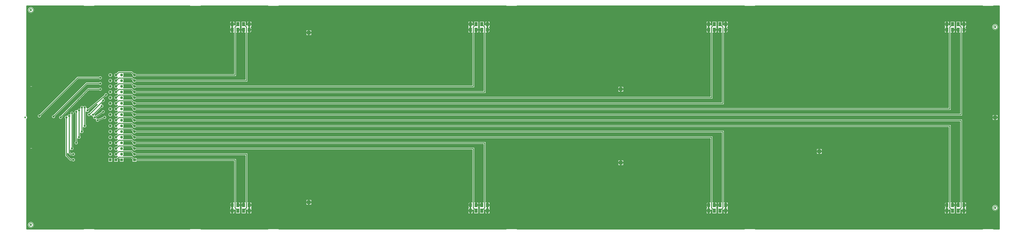
<source format=gbl>
*%FSLAX24Y24*%
*%MOIN*%
G01*
%ADD11C,0.0000*%
%ADD12C,0.0040*%
%ADD13C,0.0050*%
%ADD14C,0.0059*%
%ADD15C,0.0060*%
%ADD16C,0.0070*%
%ADD17C,0.0073*%
%ADD18C,0.0080*%
%ADD19C,0.0098*%
%ADD20C,0.0100*%
%ADD21C,0.0120*%
%ADD22C,0.0157*%
%ADD23C,0.0160*%
%ADD24C,0.0160*%
%ADD25C,0.0180*%
%ADD26C,0.0200*%
%ADD27C,0.0240*%
%ADD28C,0.0250*%
%ADD29C,0.0300*%
%ADD30C,0.0300*%
%ADD31C,0.0320*%
%ADD32C,0.0340*%
%ADD33C,0.0360*%
%ADD34C,0.0380*%
%ADD35C,0.0394*%
%ADD36C,0.0400*%
%ADD37C,0.0434*%
%ADD38C,0.0440*%
%ADD39C,0.0472*%
%ADD40C,0.0500*%
%ADD41C,0.0500*%
%ADD42C,0.0520*%
%ADD43C,0.0540*%
%ADD44C,0.0551*%
%ADD45C,0.0560*%
%ADD46O,0.0560X0.0850*%
%ADD47C,0.0580*%
%ADD48O,0.0600X0.0890*%
%ADD49C,0.0672*%
%ADD50C,0.0787*%
%ADD51C,0.0800*%
%ADD52C,0.0827*%
%ADD53C,0.0886*%
%ADD54C,0.0889*%
%ADD55C,0.0926*%
%ADD56C,0.1161*%
%ADD57C,0.1200*%
%ADD58C,0.1250*%
%ADD59C,0.1276*%
%ADD60C,0.1316*%
%ADD61C,0.1450*%
%ADD62C,0.1516*%
%ADD63C,0.1750*%
%ADD64C,0.1790*%
%ADD65C,0.2000*%
%ADD66C,0.2040*%
%ADD67C,0.2250*%
%ADD68C,0.2500*%
%ADD69R,0.0000X0.0000*%
%ADD70R,0.0400X0.0400*%
%ADD71R,0.0500X0.0400*%
%ADD72R,0.0500X0.0500*%
%ADD73R,0.0540X0.0540*%
%ADD74R,0.0560X0.0750*%
%ADD75R,0.0591X0.0177*%
%ADD76R,0.0600X0.0650*%
%ADD77R,0.0600X0.0790*%
%ADD78R,0.0631X0.0217*%
%ADD79R,0.0700X0.0700*%
%ADD80R,0.0740X0.0740*%
%ADD81R,0.1000X0.1000*%
%ADD82R,0.1000X0.1100*%
%ADD83R,0.1200X0.1200*%
%ADD84R,0.1600X0.1600*%
%ADD85R,0.1640X0.1640*%
%ADD86R,0.2000X0.2000*%
%ADD87R,0.2200X0.2200*%
%ADD88R,0.2500X0.2500*%
D19*
X209404Y73650D02*
X209402Y73617D01*
X209398Y73584D01*
X209391Y73552D01*
X209382Y73521D01*
X209370Y73490D01*
X209355Y73460D01*
X209338Y73432D01*
X209319Y73405D01*
X209297Y73380D01*
X209273Y73357D01*
X209248Y73336D01*
X209221Y73318D01*
X209192Y73301D01*
X209163Y73287D01*
X209132Y73276D01*
X209100Y73267D01*
X209068Y73261D01*
X209035Y73257D01*
X209002Y73256D01*
X208969Y73258D01*
X208936Y73263D01*
X208904Y73271D01*
X208873Y73281D01*
X208842Y73294D01*
X208813Y73309D01*
X208785Y73327D01*
X208759Y73347D01*
X208735Y73369D01*
X208712Y73393D01*
X208691Y73419D01*
X208673Y73446D01*
X208657Y73475D01*
X208644Y73505D01*
X208633Y73536D01*
X208625Y73568D01*
X208619Y73601D01*
X208617Y73634D01*
Y73666D01*
X208619Y73699D01*
X208625Y73732D01*
X208633Y73764D01*
X208644Y73795D01*
X208657Y73825D01*
X208673Y73854D01*
X208691Y73881D01*
X208712Y73907D01*
X208735Y73931D01*
X208759Y73953D01*
X208785Y73973D01*
X208813Y73991D01*
X208842Y74006D01*
X208873Y74019D01*
X208904Y74029D01*
X208936Y74037D01*
X208969Y74042D01*
X209002Y74044D01*
X209035Y74043D01*
X209068Y74039D01*
X209100Y74033D01*
X209132Y74024D01*
X209163Y74013D01*
X209192Y73999D01*
X209221Y73982D01*
X209248Y73964D01*
X209273Y73943D01*
X209297Y73920D01*
X209319Y73895D01*
X209338Y73868D01*
X209355Y73840D01*
X209370Y73810D01*
X209382Y73779D01*
X209391Y73748D01*
X209398Y73716D01*
X209402Y73683D01*
X209404Y73650D01*
Y41650D02*
X209402Y41617D01*
X209398Y41584D01*
X209391Y41552D01*
X209382Y41521D01*
X209370Y41490D01*
X209355Y41460D01*
X209338Y41432D01*
X209319Y41405D01*
X209297Y41380D01*
X209273Y41357D01*
X209248Y41336D01*
X209221Y41318D01*
X209192Y41301D01*
X209163Y41287D01*
X209132Y41276D01*
X209100Y41267D01*
X209068Y41261D01*
X209035Y41257D01*
X209002Y41256D01*
X208969Y41258D01*
X208936Y41263D01*
X208904Y41271D01*
X208873Y41281D01*
X208842Y41294D01*
X208813Y41309D01*
X208785Y41327D01*
X208759Y41347D01*
X208735Y41369D01*
X208712Y41393D01*
X208691Y41419D01*
X208673Y41446D01*
X208657Y41475D01*
X208644Y41505D01*
X208633Y41536D01*
X208625Y41568D01*
X208619Y41601D01*
X208617Y41634D01*
Y41666D01*
X208619Y41699D01*
X208625Y41732D01*
X208633Y41764D01*
X208644Y41795D01*
X208657Y41825D01*
X208673Y41854D01*
X208691Y41881D01*
X208712Y41907D01*
X208735Y41931D01*
X208759Y41953D01*
X208785Y41973D01*
X208813Y41991D01*
X208842Y42006D01*
X208873Y42019D01*
X208904Y42029D01*
X208936Y42037D01*
X208969Y42042D01*
X209002Y42044D01*
X209035Y42043D01*
X209068Y42039D01*
X209100Y42033D01*
X209132Y42024D01*
X209163Y42013D01*
X209192Y41999D01*
X209221Y41982D01*
X209248Y41964D01*
X209273Y41943D01*
X209297Y41920D01*
X209319Y41895D01*
X209338Y41868D01*
X209355Y41840D01*
X209370Y41810D01*
X209382Y41779D01*
X209391Y41748D01*
X209398Y41716D01*
X209402Y41683D01*
X209404Y41650D01*
X39404Y76650D02*
X39402Y76617D01*
X39398Y76584D01*
X39391Y76552D01*
X39382Y76521D01*
X39370Y76490D01*
X39355Y76460D01*
X39338Y76432D01*
X39319Y76405D01*
X39297Y76380D01*
X39273Y76357D01*
X39248Y76336D01*
X39221Y76318D01*
X39192Y76301D01*
X39163Y76287D01*
X39132Y76276D01*
X39100Y76267D01*
X39068Y76261D01*
X39035Y76257D01*
X39002Y76256D01*
X38969Y76258D01*
X38936Y76263D01*
X38904Y76271D01*
X38873Y76281D01*
X38842Y76294D01*
X38813Y76309D01*
X38785Y76327D01*
X38759Y76347D01*
X38735Y76369D01*
X38712Y76393D01*
X38691Y76419D01*
X38673Y76446D01*
X38657Y76475D01*
X38644Y76505D01*
X38633Y76536D01*
X38625Y76568D01*
X38619Y76601D01*
X38617Y76634D01*
Y76666D01*
X38619Y76699D01*
X38625Y76732D01*
X38633Y76764D01*
X38644Y76795D01*
X38657Y76825D01*
X38673Y76854D01*
X38691Y76881D01*
X38712Y76907D01*
X38735Y76931D01*
X38759Y76953D01*
X38785Y76973D01*
X38813Y76991D01*
X38842Y77006D01*
X38873Y77019D01*
X38904Y77029D01*
X38936Y77037D01*
X38969Y77042D01*
X39002Y77044D01*
X39035Y77043D01*
X39068Y77039D01*
X39100Y77033D01*
X39132Y77024D01*
X39163Y77013D01*
X39192Y76999D01*
X39221Y76982D01*
X39248Y76964D01*
X39273Y76943D01*
X39297Y76920D01*
X39319Y76895D01*
X39338Y76868D01*
X39355Y76840D01*
X39370Y76810D01*
X39382Y76779D01*
X39391Y76748D01*
X39398Y76716D01*
X39402Y76683D01*
X39404Y76650D01*
Y38650D02*
X39402Y38617D01*
X39398Y38584D01*
X39391Y38552D01*
X39382Y38521D01*
X39370Y38490D01*
X39355Y38460D01*
X39338Y38432D01*
X39319Y38405D01*
X39297Y38380D01*
X39273Y38357D01*
X39248Y38336D01*
X39221Y38318D01*
X39192Y38301D01*
X39163Y38287D01*
X39132Y38276D01*
X39100Y38267D01*
X39068Y38261D01*
X39035Y38257D01*
X39002Y38256D01*
X38969Y38258D01*
X38936Y38263D01*
X38904Y38271D01*
X38873Y38281D01*
X38842Y38294D01*
X38813Y38309D01*
X38785Y38327D01*
X38759Y38347D01*
X38735Y38369D01*
X38712Y38393D01*
X38691Y38419D01*
X38673Y38446D01*
X38657Y38475D01*
X38644Y38505D01*
X38633Y38536D01*
X38625Y38568D01*
X38619Y38601D01*
X38617Y38634D01*
Y38666D01*
X38619Y38699D01*
X38625Y38732D01*
X38633Y38764D01*
X38644Y38795D01*
X38657Y38825D01*
X38673Y38854D01*
X38691Y38881D01*
X38712Y38907D01*
X38735Y38931D01*
X38759Y38953D01*
X38785Y38973D01*
X38813Y38991D01*
X38842Y39006D01*
X38873Y39019D01*
X38904Y39029D01*
X38936Y39037D01*
X38969Y39042D01*
X39002Y39044D01*
X39035Y39043D01*
X39068Y39039D01*
X39100Y39033D01*
X39132Y39024D01*
X39163Y39013D01*
X39192Y38999D01*
X39221Y38982D01*
X39248Y38964D01*
X39273Y38943D01*
X39297Y38920D01*
X39319Y38895D01*
X39338Y38868D01*
X39355Y38840D01*
X39370Y38810D01*
X39382Y38779D01*
X39391Y38748D01*
X39398Y38716D01*
X39402Y38683D01*
X39404Y38650D01*
D22*
X44250Y57660D02*
X49144Y62660D01*
X52250Y61660D02*
X49000Y58910D01*
X50250Y57660D02*
X51750Y58660D01*
X52000Y57660D02*
X50750Y57160D01*
X48829Y63660D02*
X43000Y57831D01*
X40500Y57896D02*
X47264Y64660D01*
X51500Y59660D02*
X49950Y58110D01*
X49250Y58136D02*
X51750Y60636D01*
X54500Y50640D02*
X56750D01*
Y51640D02*
X54500D01*
X46500Y50160D02*
X46000D01*
Y51160D02*
X46500D01*
X54500Y52640D02*
X56750D01*
Y53640D02*
X54500D01*
Y54640D02*
X56750D01*
Y55640D02*
X54500D01*
Y56640D02*
X56750D01*
Y57640D02*
X54500D01*
Y58640D02*
X56750D01*
Y59640D02*
X54500D01*
Y60640D02*
X56750D01*
Y61640D02*
X54500D01*
Y62640D02*
X56750D01*
Y63640D02*
X54500D01*
X51250Y63660D02*
X48829D01*
X49144Y62660D02*
X51250D01*
X54500Y65640D02*
X56750D01*
Y64640D02*
X54500D01*
X51250Y64660D02*
X47264D01*
X45250Y57711D02*
Y50910D01*
X46000Y50160D01*
X47000Y53160D02*
Y58660D01*
X47500Y58910D02*
Y54160D01*
X46250Y52160D02*
Y58410D01*
X45750Y57910D02*
Y51410D01*
X46000Y51160D01*
X48000Y55160D02*
Y59410D01*
X48500D02*
Y56160D01*
X54500Y50640D02*
X54010Y50150D01*
Y51150D02*
X54500Y51640D01*
X54010Y52150D02*
X54500Y52640D01*
X54010Y53150D02*
X54500Y53640D01*
X54010Y54150D02*
X54500Y54640D01*
X54010Y55150D02*
X54500Y55640D01*
X54010Y56150D02*
X54500Y56640D01*
X54010Y57150D02*
X54500Y57640D01*
X54010Y58150D02*
X54500Y58640D01*
X54010Y59150D02*
X54500Y59640D01*
X54010Y60150D02*
X54500Y60640D01*
X54010Y61150D02*
X54500Y61640D01*
X54010Y62150D02*
X54500Y62640D01*
X54010Y63150D02*
X54500Y63640D01*
X54010Y64150D02*
X54500Y64640D01*
X54010Y65150D02*
X54500Y65640D01*
X56750Y54640D02*
X57230Y54160D01*
Y55160D02*
X56750Y55640D01*
X57230Y56160D02*
X56750Y56640D01*
X57230Y57160D02*
X56750Y57640D01*
X57230Y58160D02*
X56750Y58640D01*
X57230Y59160D02*
X56750Y59640D01*
X57230Y60160D02*
X56750Y60640D01*
X57230Y61160D02*
X56750Y61640D01*
X57230Y62160D02*
X56750Y62640D01*
X57230Y63160D02*
X56750Y63640D01*
Y53640D02*
X57230Y53160D01*
X56750Y52640D02*
X57230Y52160D01*
X56750Y51640D02*
X57230Y51160D01*
X56750Y50640D02*
X57230Y50160D01*
Y64160D02*
X56750Y64640D01*
X57230Y65160D02*
X56750Y65640D01*
D24*
X57260Y51150D02*
X77010D01*
X75010Y50150D02*
X57260D01*
Y53150D02*
X119010D01*
X117010Y52150D02*
X57260D01*
X140760Y55150D02*
X161010D01*
X159010Y54150D02*
X135760D01*
X140760Y55150D02*
X57260D01*
Y54150D02*
X135760D01*
X134760Y56150D02*
X174260D01*
Y57150D02*
X131010D01*
X134760Y56150D02*
X57260D01*
Y57150D02*
X131010D01*
X174260D02*
X203010D01*
X201010Y56150D02*
X174260D01*
X173760Y58150D02*
X131010D01*
Y59150D02*
X201010D01*
X131010Y58150D02*
X57260D01*
Y59150D02*
X131010D01*
X173760Y58150D02*
X203010D01*
X161010Y60150D02*
X130760D01*
X131010Y61150D02*
X159010D01*
X130760Y60150D02*
X57260D01*
Y61150D02*
X131010D01*
X119010Y62150D02*
X57260D01*
Y63150D02*
X117010D01*
X75010Y65150D02*
X57260D01*
Y64150D02*
X77010D01*
X75010Y65150D02*
Y73650D01*
Y50150D02*
Y41650D01*
X75510Y41150D01*
X77010Y73650D02*
X76510Y74150D01*
X77010Y41650D02*
X76510Y41150D01*
X75010Y73650D02*
X75510Y74150D01*
X77010Y73650D02*
Y64150D01*
Y51150D02*
Y41650D01*
X117010Y63150D02*
Y73650D01*
Y52150D02*
Y41650D01*
X117510Y41150D01*
X117010Y73650D02*
X117510Y74150D01*
X119010Y73650D02*
Y62150D01*
Y53150D02*
Y41650D01*
Y73650D02*
X118510Y74150D01*
X119010Y41650D02*
X118510Y41150D01*
X159010Y41650D02*
Y54150D01*
Y61150D02*
Y73650D01*
Y41650D02*
X159510Y41150D01*
X159010Y73650D02*
X159510Y74150D01*
X161010Y55150D02*
Y41650D01*
Y60150D02*
Y73650D01*
X160510Y74150D01*
X161010Y41650D02*
X160510Y41150D01*
X201010Y59150D02*
Y73650D01*
Y56150D02*
Y41650D01*
X201510Y41150D01*
X201010Y73650D02*
X201510Y74150D01*
X203010Y56650D02*
Y41650D01*
Y56650D02*
Y57150D01*
Y58150D02*
Y73650D01*
X202510Y74150D01*
X203010Y41650D02*
X202510Y41150D01*
D28*
X49259Y62944D02*
X49139Y63061D01*
X49263Y62376D02*
X48860Y61964D01*
X48784Y61887D01*
X48284Y61376D01*
X48216Y61307D01*
X47784Y60865D01*
X47716Y60796D01*
X47284Y60354D01*
X47216Y60285D01*
X46716Y59774D01*
X46638Y59694D01*
X46534Y59588D01*
X46148Y59194D01*
X46034Y59077D01*
X45966Y59008D01*
X45903Y58944D01*
X45659Y58694D01*
X45534Y58566D01*
X45466Y58497D01*
X45169Y58194D01*
X44975Y57995D01*
X44966Y57986D01*
X44655Y57668D01*
X49024Y62944D02*
X49139Y63061D01*
X49024Y62944D02*
X48860Y62776D01*
X48784Y62698D01*
X48469Y62376D01*
X48284Y62187D01*
X48216Y62118D01*
X47784Y61676D01*
X47716Y61607D01*
X47284Y61165D01*
X47216Y61096D01*
X46716Y60585D01*
X46534Y60399D01*
X46034Y59888D01*
X45966Y59819D01*
X45843Y59694D01*
X45534Y59377D01*
X45466Y59308D01*
X45354Y59194D01*
X45109Y58944D01*
X44966Y58797D01*
X44865Y58694D01*
X44375Y58194D01*
X44249Y58065D01*
X51934Y61021D02*
X52213Y61257D01*
X50629Y59917D02*
X50365Y59694D01*
X49404Y58880D01*
X49487Y59694D02*
X51846Y61690D01*
X49487Y59694D02*
X49037Y59313D01*
X50648Y57584D02*
X51667Y58264D01*
X51352Y58736D02*
X50353Y58070D01*
X51124Y57004D02*
X51837Y57289D01*
X51626Y57816D02*
X50913Y57531D01*
X44849Y50910D02*
X44882Y50876D01*
X45132Y50626D01*
X45315Y50444D01*
X45466Y50292D01*
X45534Y50225D01*
X45716Y50042D01*
X45882Y49876D01*
X46000Y49759D01*
X45685Y50876D02*
X45534Y51028D01*
X45685Y50876D02*
X45716Y50845D01*
X45935Y50626D01*
X46034Y50528D01*
X46118Y50444D01*
X45632Y51126D02*
X45534Y51225D01*
X45632Y51126D02*
X45716Y51042D01*
X45882Y50876D01*
X46000Y50759D01*
X46118Y51444D02*
X46034Y51528D01*
X54618Y65924D02*
X54500Y66041D01*
X56632Y54356D02*
X56806Y54183D01*
X56862Y54929D02*
X56750Y55041D01*
X57039Y54752D02*
X57191Y54600D01*
X56806Y55183D02*
X56632Y55356D01*
X56862Y55929D02*
X56750Y56041D01*
X57039Y55752D02*
X57191Y55600D01*
X56806Y56183D02*
X56632Y56356D01*
X56862Y56929D02*
X56750Y57041D01*
X57039Y56752D02*
X57191Y56600D01*
X56806Y57183D02*
X56632Y57356D01*
X56862Y57929D02*
X56750Y58041D01*
X57039Y57752D02*
X57191Y57600D01*
X56806Y58183D02*
X56632Y58356D01*
X56862Y58929D02*
X56750Y59041D01*
X57039Y58752D02*
X57191Y58600D01*
X56806Y59183D02*
X56632Y59356D01*
X56862Y59929D02*
X56750Y60041D01*
X57039Y59752D02*
X57191Y59600D01*
X56806Y60183D02*
X56632Y60356D01*
X56862Y60929D02*
X56750Y61041D01*
X57039Y60752D02*
X57191Y60600D01*
X56806Y61183D02*
X56632Y61356D01*
X56862Y61929D02*
X56750Y62041D01*
X57039Y61752D02*
X57191Y61600D01*
X56806Y62183D02*
X56632Y62356D01*
X56862Y62929D02*
X56750Y63041D01*
X57039Y62752D02*
X57191Y62600D01*
X56806Y63183D02*
X56632Y63356D01*
X56862Y63929D02*
X56750Y64041D01*
X57039Y63752D02*
X57191Y63600D01*
X56632Y53356D02*
X56806Y53183D01*
X56862Y53929D02*
X56750Y54041D01*
X57039Y53752D02*
X57191Y53600D01*
X56632Y52356D02*
X56806Y52183D01*
X56862Y52929D02*
X56750Y53041D01*
X57039Y52752D02*
X57191Y52600D01*
X56632Y51356D02*
X56805Y51184D01*
X56806Y51183D01*
X56862Y51929D02*
X56750Y52041D01*
X57039Y51752D02*
X57191Y51600D01*
X56632Y50356D02*
X56805Y50184D01*
X56862Y50929D02*
X56750Y51041D01*
X57039Y50752D02*
X57186Y50605D01*
X56806Y64183D02*
X56632Y64356D01*
X56862Y64929D02*
X56750Y65041D01*
X57039Y64752D02*
X57191Y64600D01*
X56806Y65183D02*
X56632Y65356D01*
X56868Y65924D02*
X56750Y66041D01*
X56868Y65924D02*
X56975Y65816D01*
X57034Y65758D01*
X57191Y65600D01*
X74995Y41262D02*
X75025Y41232D01*
X77025Y74038D02*
X76995Y74068D01*
X116995Y41262D02*
X117025Y41232D01*
X119025Y74038D02*
X118995Y74068D01*
X158995Y41262D02*
X159025Y41232D01*
X161025Y74038D02*
X160995Y74068D01*
X200995Y41262D02*
X201025Y41232D01*
X203025Y74038D02*
X202995Y74068D01*
X48946Y63944D02*
X48829Y64061D01*
X47381Y64944D02*
X47264Y65061D01*
X40490Y57505D02*
X40500Y57495D01*
X49230Y57756D02*
X49250Y57735D01*
X54555Y50294D02*
X54465Y50204D01*
X54064Y50605D02*
X54191Y50733D01*
X54061Y51602D02*
X54191Y51733D01*
X54061Y52602D02*
X54191Y52733D01*
X54061Y53602D02*
X54191Y53733D01*
X54061Y54602D02*
X54191Y54733D01*
X54061Y55602D02*
X54191Y55733D01*
X54061Y56602D02*
X54191Y56733D01*
X54061Y57602D02*
X54191Y57733D01*
X54061Y58602D02*
X54191Y58733D01*
X54061Y59602D02*
X54191Y59733D01*
X54061Y60602D02*
X54191Y60733D01*
X54061Y61602D02*
X54191Y61733D01*
X54061Y62602D02*
X54191Y62733D01*
X54061Y63602D02*
X54191Y63733D01*
X54061Y64602D02*
X54191Y64733D01*
X54382Y65924D02*
X54500Y66041D01*
X54382Y65924D02*
X54216Y65758D01*
X54061Y65602D01*
X77025Y41262D02*
X76995Y41232D01*
X74995Y74038D02*
X75025Y74068D01*
X116995Y74038D02*
X117025Y74068D01*
X119025Y41262D02*
X118995Y41232D01*
X158995Y74038D02*
X159025Y74068D01*
X161025Y41262D02*
X160995Y41232D01*
X200995Y74038D02*
X201025Y74068D01*
X203025Y41262D02*
X202995Y41232D01*
X48946Y63376D02*
X48860Y63290D01*
X48784Y63214D01*
X48545Y62975D01*
X48514Y62944D01*
X48284Y62714D01*
X48216Y62646D01*
X47946Y62376D01*
X47784Y62214D01*
X47716Y62146D01*
X47284Y61714D01*
X47216Y61646D01*
X46716Y61146D01*
X46534Y60964D01*
X46034Y60464D01*
X45966Y60396D01*
X45534Y59964D01*
X45466Y59896D01*
X45264Y59694D01*
X44966Y59396D01*
X44764Y59194D01*
X44514Y58944D01*
X44264Y58694D01*
X43764Y58194D01*
X43565Y57995D01*
X43404Y57834D01*
X48784Y64016D02*
X48829Y64061D01*
X48784Y64016D02*
X48711Y63944D01*
X48545Y63778D01*
X48284Y63516D01*
X48216Y63449D01*
X48144Y63376D01*
X47784Y63016D01*
X47716Y62949D01*
X47711Y62944D01*
X47284Y62516D01*
X47216Y62449D01*
X47144Y62376D01*
X46716Y61949D01*
X46534Y61766D01*
X46034Y61266D01*
X45966Y61199D01*
X45534Y60766D01*
X45466Y60699D01*
X44966Y60199D01*
X44461Y59694D01*
X43961Y59194D01*
X43711Y58944D01*
X43461Y58694D01*
X42982Y58215D01*
X47284Y64279D02*
X47381Y64376D01*
X47284Y64279D02*
X47216Y64211D01*
X46980Y63975D01*
X46716Y63711D01*
X46534Y63529D01*
X46034Y63029D01*
X45966Y62961D01*
X45534Y62529D01*
X45466Y62461D01*
X44966Y61961D01*
X42699Y59694D01*
X42199Y59194D01*
X41949Y58944D01*
X41699Y58694D01*
X41199Y58194D01*
X41000Y57995D01*
X40905Y57900D01*
X40510Y57505D02*
X40500Y57495D01*
X47216Y65014D02*
X47264Y65061D01*
X47216Y65014D02*
X47146Y64944D01*
X46980Y64778D01*
X46716Y64514D01*
X46579Y64376D01*
X46534Y64331D01*
X46034Y63831D01*
X45966Y63764D01*
X45534Y63331D01*
X45466Y63264D01*
X44966Y62764D01*
X41396Y59194D01*
X41146Y58944D01*
X40896Y58694D01*
X40517Y58315D01*
X50355Y58114D02*
X51496Y59255D01*
X51573Y60058D02*
X51770Y60256D01*
X49270Y57756D02*
X49250Y57735D01*
X50406Y59694D02*
X50629Y59917D01*
X50406Y59694D02*
X49276Y58564D01*
X208765Y38150D02*
X209685D01*
X206755D02*
X166765D01*
X164755D02*
X124765D01*
X122755D02*
X82765D01*
X80755D02*
X69015D01*
X67005D02*
X50265D01*
X48255D02*
X39422D01*
X38598D02*
X38335D01*
X208765Y37975D02*
X209685D01*
X206755D02*
X166765D01*
X164755D02*
X124765D01*
X122755D02*
X82765D01*
X80755D02*
X69015D01*
X67005D02*
X50265D01*
X48255D02*
X38335D01*
X208765Y40150D02*
X209685D01*
X208765D02*
X206755D01*
X166765D01*
X164755D01*
X124765D01*
X122755D01*
X82765D01*
X80755D01*
X69015D01*
X67005D01*
X50265D01*
X48255D01*
X38335D01*
X208765Y39900D02*
X209685D01*
X206755D02*
X166765D01*
X164755D02*
X124765D01*
X122755D02*
X82765D01*
X80755D02*
X69015D01*
X67005D02*
X50265D01*
X48255D02*
X38335D01*
X208765Y39650D02*
X209685D01*
X206755D02*
X166765D01*
X164755D02*
X124765D01*
X122755D02*
X82765D01*
X80755D02*
X69015D01*
X67005D02*
X50265D01*
X48255D02*
X38335D01*
X208765Y39400D02*
X209685D01*
X206755D02*
X166765D01*
X164755D02*
X124765D01*
X122755D02*
X82765D01*
X80755D02*
X69015D01*
X67005D02*
X50265D01*
X48255D02*
X38335D01*
X208765Y39150D02*
X209685D01*
X206755D02*
X166765D01*
X164755D02*
X124765D01*
X122755D02*
X82765D01*
X80755D02*
X69015D01*
X67005D02*
X50265D01*
X48255D02*
X39422D01*
X38598D02*
X38335D01*
X208765Y38900D02*
X209685D01*
X206755D02*
X166765D01*
X164755D02*
X124765D01*
X122755D02*
X82765D01*
X80755D02*
X69015D01*
X67005D02*
X50265D01*
X48255D02*
X39608D01*
X208765Y38650D02*
X209685D01*
X206755D02*
X166765D01*
X164755D02*
X124765D01*
X122755D02*
X82765D01*
X80755D02*
X69015D01*
X67005D02*
X50265D01*
X48255D02*
X39658D01*
X208765Y38400D02*
X209685D01*
X206755D02*
X166765D01*
X164755D02*
X124765D01*
X122755D02*
X82765D01*
X80755D02*
X69015D01*
X67005D02*
X50265D01*
X48255D02*
X39608D01*
X67005Y39905D02*
X69015D01*
X50265D02*
X48255D01*
X80755D02*
X82765D01*
X122755D02*
X124765D01*
X164755D02*
X166765D01*
X206755D02*
X208765D01*
X207760Y38900D02*
X206755D01*
X207760D02*
X208765D01*
X165760D02*
X164755D01*
X165760D02*
X166765D01*
X123760D02*
X122755D01*
X123760D02*
X124765D01*
X81760D02*
X80755D01*
X81760D02*
X82765D01*
X49260D02*
X48255D01*
X49260D02*
X50265D01*
X202995Y40570D02*
X203025D01*
X202025D02*
X201995D01*
Y41730D02*
X202025D01*
X201025Y40570D02*
X200995D01*
X201995Y41570D02*
X202025D01*
X161025Y40570D02*
X160995D01*
X160025D02*
X159995D01*
Y41730D02*
X160025D01*
X159025Y40570D02*
X158995D01*
X159995Y41570D02*
X160025D01*
X119025Y40570D02*
X118995D01*
X118025D02*
X117995D01*
Y41730D02*
X118025D01*
X117025Y40570D02*
X116995D01*
X117995Y41570D02*
X118025D01*
X77025Y40570D02*
X76995D01*
X76025D02*
X75995D01*
Y41730D02*
X76025D01*
X75025Y40570D02*
X74995D01*
X75995Y41570D02*
X76025D01*
X209422Y42150D02*
X209685D01*
X208598D02*
X203995D01*
X200025D02*
X178967D01*
X177053D02*
X161995D01*
X158025D02*
X138967D01*
X137053D02*
X119995D01*
X116025D02*
X98967D01*
X97053D02*
X88565D01*
X87455D02*
X77995D01*
X74025D02*
X68967D01*
X67053D02*
X38335D01*
X203995Y41900D02*
X208412D01*
X200025D02*
X178787D01*
X177233D02*
X161995D01*
X158025D02*
X138787D01*
X137233D02*
X119995D01*
X116025D02*
X98787D01*
X97233D02*
X88565D01*
X87455D01*
X77995D01*
X74025D02*
X68787D01*
X67233D02*
X38335D01*
X203995Y41650D02*
X208362D01*
X200025D02*
X178418D01*
X177602D02*
X161995D01*
X158025D02*
X138418D01*
X137602D02*
X119995D01*
X116025D02*
X98418D01*
X97602D02*
X77995D01*
X74025D02*
X68418D01*
X67602D02*
X38335D01*
X203995Y41400D02*
X208412D01*
X200025D02*
X161995D01*
X158025D02*
X119995D01*
X116025D02*
X77995D01*
X74025D02*
X38335D01*
X209422Y41150D02*
X209685D01*
X208598D02*
X203995D01*
X200025D02*
X161995D01*
X158025D02*
X119995D01*
X116025D02*
X77995D01*
X74025D02*
X38335D01*
X203995Y40900D02*
X209685D01*
X200025D02*
X161995D01*
X158025D02*
X119995D01*
X116025D02*
X77995D01*
X74025D02*
X38335D01*
X203995Y40650D02*
X209685D01*
X200025D02*
X161995D01*
X158025D02*
X119995D01*
X116025D02*
X77995D01*
X74025D02*
X38335D01*
X203995Y40400D02*
X209685D01*
X203995D02*
X203025D01*
X202995D02*
X202025D01*
X201995D02*
X201025D01*
X200995D02*
X200025D01*
X161995D01*
X161025D01*
X160995D02*
X160025D01*
X159995D02*
X159025D01*
X158995D02*
X158025D01*
X119995D01*
X119025D01*
X118995D02*
X118025D01*
X117995D02*
X117025D01*
X116995D02*
X116025D01*
X77995D01*
X77025D01*
X76995D02*
X76025D01*
X75995D02*
X75025D01*
X74995D02*
X74025D01*
X38335D01*
X203025Y40570D02*
X203995D01*
X202995D02*
X202900D01*
X202995D02*
X202025D01*
X201995D02*
X201900D01*
X201995D02*
X201025D01*
X200995D02*
X200900D01*
X200995D02*
X200025D01*
X199900D01*
X200025Y41730D02*
X200111D01*
X200025D02*
X199900D01*
X161995Y40570D02*
X161025D01*
X160995D02*
X160900D01*
X160995D02*
X160025D01*
X159995D02*
X159900D01*
X159995D02*
X159025D01*
X158995D02*
X158900D01*
X158995D02*
X158025D01*
X157900D01*
X158025Y41730D02*
X158110D01*
X158025D02*
X157900D01*
X119995Y40570D02*
X119025D01*
X118995D02*
X118900D01*
X118995D02*
X118025D01*
X117995D02*
X117900D01*
X117995D02*
X117025D01*
X116995D02*
X116900D01*
X116995D02*
X116025D01*
X115900D01*
X116025Y41730D02*
X116110D01*
X116025D02*
X115900D01*
X88565Y42095D02*
X87455D01*
X77995Y40570D02*
X77025D01*
X76995D02*
X76900D01*
X76995D02*
X76025D01*
X75995D02*
X75900D01*
X75995D02*
X75025D01*
X74995D02*
X74900D01*
X74995D02*
X74025D01*
X73900D01*
X74025Y41730D02*
X74110D01*
X74025D02*
X73900D01*
X77510Y42150D02*
X77995D01*
X75995D02*
X75510D01*
X76025D02*
X76510D01*
X74510Y41150D02*
X74025D01*
X74510D02*
X74995D01*
X77025D02*
X77510D01*
X77995D01*
X74510Y42150D02*
X74025D01*
X119510D02*
X119995D01*
X117995D02*
X117510D01*
X118025D02*
X118510D01*
X116510Y41150D02*
X116025D01*
X116510D02*
X116995D01*
X119025D02*
X119510D01*
X119995D01*
X116510Y42150D02*
X116025D01*
X161510D02*
X161995D01*
X159995D02*
X159510D01*
X160025D02*
X160510D01*
X158510Y41150D02*
X158025D01*
X158510D02*
X158995D01*
X161025D02*
X161510D01*
X161995D01*
X158510Y42150D02*
X158025D01*
X203510D02*
X203995D01*
X201995D02*
X201510D01*
X202025D02*
X202510D01*
X200510Y41150D02*
X200025D01*
X200510D02*
X200995D01*
X203025D02*
X203510D01*
X203995D01*
X200510Y42150D02*
X200025D01*
X201995Y42730D02*
X202025D01*
X160025D02*
X159995D01*
X118025D02*
X117995D01*
X76025D02*
X75995D01*
X203295Y44150D02*
X209685D01*
X202725D02*
X201295D01*
X200725D02*
X161295D01*
X160725D02*
X159295D01*
X158725D02*
X119295D01*
X118725D02*
X117295D01*
X116725D02*
X77295D01*
X76725D02*
X75295D01*
X74725D02*
X38335D01*
X203295Y43900D02*
X209685D01*
X202725D02*
X201295D01*
X200725D02*
X161295D01*
X160725D02*
X159295D01*
X158725D02*
X119295D01*
X118725D02*
X117295D01*
X116725D02*
X77295D01*
X76725D02*
X75295D01*
X74725D02*
X38335D01*
X203295Y43650D02*
X209685D01*
X202725D02*
X201295D01*
X200725D02*
X178418D01*
X177602D02*
X161295D01*
X160725D02*
X159295D01*
X158725D02*
X138418D01*
X137602D02*
X119295D01*
X118725D02*
X117295D01*
X116725D02*
X98418D01*
X97602D02*
X77295D01*
X76725D02*
X75295D01*
X74725D02*
X68418D01*
X67602D02*
X38335D01*
X203295Y43400D02*
X209685D01*
X202725D02*
X201295D01*
X200725D02*
X178787D01*
X177233D02*
X161295D01*
X160725D02*
X159295D01*
X158725D02*
X138787D01*
X137233D02*
X119295D01*
X118725D02*
X117295D01*
X116725D02*
X98787D01*
X97233D02*
X88565D01*
X87455D01*
X77295D01*
X76725D02*
X75295D01*
X74725D02*
X68787D01*
X67233D02*
X38335D01*
X203295Y43150D02*
X209685D01*
X202725D02*
X201295D01*
X200725D02*
X178967D01*
X177053D02*
X161295D01*
X160725D02*
X159295D01*
X158725D02*
X138967D01*
X137053D02*
X119295D01*
X118725D02*
X117295D01*
X116725D02*
X98967D01*
X97053D02*
X88565D01*
X87455D02*
X77295D01*
X76725D02*
X75295D01*
X74725D02*
X68967D01*
X67053D02*
X38335D01*
X203995Y42900D02*
X209685D01*
X203995D02*
X203295D01*
X202725D02*
X202025D01*
X201995D02*
X201295D01*
X200725D02*
X179061D01*
X176959D02*
X161995D01*
X161295D01*
X160725D02*
X160025D01*
X159995D02*
X159295D01*
X158725D02*
X139061D01*
X136959D02*
X119995D01*
X119295D01*
X118725D02*
X118025D01*
X117995D02*
X117295D01*
X116725D02*
X99061D01*
X96959D02*
X88565D01*
X87455D02*
X77995D01*
X77295D01*
X76725D02*
X76025D01*
X75995D02*
X75295D01*
X74725D02*
X69061D01*
X66959D02*
X38335D01*
X203995Y42650D02*
X209685D01*
X200180D02*
X179090D01*
X176930D02*
X161995D01*
X158180D02*
X139090D01*
X136930D02*
X119995D01*
X116180D02*
X99090D01*
X96930D02*
X88565D01*
X87455D02*
X77995D01*
X74180D02*
X69090D01*
X66930D02*
X38335D01*
X203995Y42400D02*
X209685D01*
X200025D02*
X179061D01*
X176959D02*
X161995D01*
X158025D02*
X139061D01*
X136959D02*
X119995D01*
X116025D02*
X99061D01*
X96959D02*
X88565D01*
X87455D02*
X77995D01*
X74025D02*
X69061D01*
X66959D02*
X38335D01*
X202025Y42730D02*
X202725D01*
X201995D02*
X201900D01*
X201995D02*
X201295D01*
X203295D02*
X203995D01*
X160725D02*
X160025D01*
X159995D02*
X159900D01*
X159995D02*
X159295D01*
X161295D02*
X161995D01*
X118725D02*
X118025D01*
X117995D02*
X117900D01*
X117995D02*
X117295D01*
X119295D02*
X119995D01*
X88565Y43205D02*
X87455D01*
X76725Y42730D02*
X76025D01*
X75995D02*
X75900D01*
X75995D02*
X75295D01*
X77295D02*
X77995D01*
X87455Y42650D02*
X88010D01*
X88565D01*
X203295Y46150D02*
X209685D01*
X202725D02*
X201295D01*
X200725D02*
X161295D01*
X160725D02*
X159295D01*
X158725D02*
X119295D01*
X118725D02*
X117295D01*
X116725D02*
X77295D01*
X76725D02*
X75295D01*
X74725D02*
X38335D01*
X203295Y45900D02*
X209685D01*
X202725D02*
X201295D01*
X200725D02*
X161295D01*
X160725D02*
X159295D01*
X158725D02*
X119295D01*
X118725D02*
X117295D01*
X116725D02*
X77295D01*
X76725D02*
X75295D01*
X74725D02*
X38335D01*
X203295Y45650D02*
X209685D01*
X202725D02*
X201295D01*
X200725D02*
X161295D01*
X160725D02*
X159295D01*
X158725D02*
X119295D01*
X118725D02*
X117295D01*
X116725D02*
X77295D01*
X76725D02*
X75295D01*
X74725D02*
X38335D01*
X203295Y45400D02*
X209685D01*
X202725D02*
X201295D01*
X200725D02*
X161295D01*
X160725D02*
X159295D01*
X158725D02*
X119295D01*
X118725D02*
X117295D01*
X116725D02*
X77295D01*
X76725D02*
X75295D01*
X74725D02*
X38335D01*
X203295Y45150D02*
X209685D01*
X202725D02*
X201295D01*
X200725D02*
X161295D01*
X160725D02*
X159295D01*
X158725D02*
X119295D01*
X118725D02*
X117295D01*
X116725D02*
X77295D01*
X76725D02*
X75295D01*
X74725D02*
X38335D01*
X203295Y44900D02*
X209685D01*
X202725D02*
X201295D01*
X200725D02*
X161295D01*
X160725D02*
X159295D01*
X158725D02*
X119295D01*
X118725D02*
X117295D01*
X116725D02*
X77295D01*
X76725D02*
X75295D01*
X74725D02*
X38335D01*
X203295Y44650D02*
X209685D01*
X202725D02*
X201295D01*
X200725D02*
X161295D01*
X160725D02*
X159295D01*
X158725D02*
X119295D01*
X118725D02*
X117295D01*
X116725D02*
X77295D01*
X76725D02*
X75295D01*
X74725D02*
X38335D01*
X203295Y44400D02*
X209685D01*
X202725D02*
X201295D01*
X200725D02*
X161295D01*
X160725D02*
X159295D01*
X158725D02*
X119295D01*
X118725D02*
X117295D01*
X116725D02*
X77295D01*
X76725D02*
X75295D01*
X74725D02*
X38335D01*
X203295Y47900D02*
X209685D01*
X202725D02*
X201295D01*
X200725D02*
X161295D01*
X160725D02*
X159295D01*
X158725D02*
X119295D01*
X118725D02*
X117295D01*
X116725D02*
X77295D01*
X76725D02*
X75295D01*
X74725D02*
X38335D01*
X203295Y47650D02*
X209685D01*
X202725D02*
X201295D01*
X200725D02*
X161295D01*
X160725D02*
X159295D01*
X158725D02*
X119295D01*
X118725D02*
X117295D01*
X116725D02*
X77295D01*
X76725D02*
X75295D01*
X74725D02*
X38335D01*
X203295Y47400D02*
X209685D01*
X202725D02*
X201295D01*
X200725D02*
X161295D01*
X160725D02*
X159295D01*
X158725D02*
X119295D01*
X118725D02*
X117295D01*
X116725D02*
X77295D01*
X76725D02*
X75295D01*
X74725D02*
X38335D01*
X203295Y47150D02*
X209685D01*
X202725D02*
X201295D01*
X200725D02*
X161295D01*
X160725D02*
X159295D01*
X158725D02*
X119295D01*
X118725D02*
X117295D01*
X116725D02*
X77295D01*
X76725D02*
X75295D01*
X74725D02*
X38335D01*
X203295Y46900D02*
X209685D01*
X202725D02*
X201295D01*
X200725D02*
X161295D01*
X160725D02*
X159295D01*
X158725D02*
X119295D01*
X118725D02*
X117295D01*
X116725D02*
X77295D01*
X76725D02*
X75295D01*
X74725D02*
X38335D01*
X203295Y46650D02*
X209685D01*
X202725D02*
X201295D01*
X200725D02*
X161295D01*
X160725D02*
X159295D01*
X158725D02*
X119295D01*
X118725D02*
X117295D01*
X116725D02*
X77295D01*
X76725D02*
X75295D01*
X74725D02*
X38335D01*
X203295Y46400D02*
X209685D01*
X202725D02*
X201295D01*
X200725D02*
X161295D01*
X160725D02*
X159295D01*
X158725D02*
X119295D01*
X118725D02*
X117295D01*
X116725D02*
X77295D01*
X76725D02*
X75295D01*
X74725D02*
X38335D01*
X54465Y49695D02*
X54555D01*
X53555D02*
X53465D01*
X203295Y49900D02*
X209685D01*
X202725D02*
X201295D01*
X200725D02*
X161295D01*
X160725D02*
X159295D01*
X158725D02*
X143565D01*
X142455D02*
X119295D01*
X118725D02*
X117295D01*
X116725D02*
X77295D01*
X76725D02*
X75295D01*
X56805D02*
X55465D01*
X52555D02*
X46811D01*
X45716D02*
X39677D01*
X203295Y49650D02*
X209685D01*
X202725D02*
X201295D01*
X200725D02*
X161295D01*
X160725D02*
X159295D01*
X158725D02*
X143565D01*
X142455D02*
X119295D01*
X118725D02*
X117295D01*
X116725D02*
X77295D01*
X76725D02*
X75295D01*
X74725D02*
X57715D01*
X56975D01*
X56805D02*
X55465D01*
X54555D01*
X54465D02*
X53555D01*
X53465D02*
X52555D01*
X46784D01*
X45716D01*
X39581D01*
X203295Y49400D02*
X209685D01*
X202725D02*
X201295D01*
X200725D02*
X161295D01*
X160725D02*
X159295D01*
X158725D02*
X143565D01*
X142455D02*
X119295D01*
X118725D02*
X117295D01*
X116725D02*
X77295D01*
X76725D02*
X75295D01*
X74725D02*
X39359D01*
X203295Y49150D02*
X209685D01*
X202725D02*
X201295D01*
X200725D02*
X161295D01*
X160725D02*
X159295D01*
X158725D02*
X143565D01*
X142455D02*
X119295D01*
X118725D02*
X117295D01*
X116725D02*
X77295D01*
X76725D02*
X75295D01*
X74725D02*
X38335D01*
X203295Y48900D02*
X209685D01*
X202725D02*
X201295D01*
X200725D02*
X161295D01*
X160725D02*
X159295D01*
X158725D02*
X143565D01*
X142455D01*
X119295D01*
X118725D02*
X117295D01*
X116725D02*
X77295D01*
X76725D02*
X75295D01*
X74725D02*
X38335D01*
X203295Y48650D02*
X209685D01*
X202725D02*
X201295D01*
X200725D02*
X161295D01*
X160725D02*
X159295D01*
X158725D02*
X119295D01*
X118725D02*
X117295D01*
X116725D02*
X77295D01*
X76725D02*
X75295D01*
X74725D02*
X38335D01*
X203295Y48400D02*
X209685D01*
X202725D02*
X201295D01*
X200725D02*
X161295D01*
X160725D02*
X159295D01*
X158725D02*
X119295D01*
X118725D02*
X117295D01*
X116725D02*
X77295D01*
X76725D02*
X75295D01*
X74725D02*
X38335D01*
X203295Y48150D02*
X209685D01*
X202725D02*
X201295D01*
X200725D02*
X161295D01*
X160725D02*
X159295D01*
X158725D02*
X119295D01*
X118725D02*
X117295D01*
X116725D02*
X77295D01*
X76725D02*
X75295D01*
X74725D02*
X38335D01*
X57715Y49865D02*
X74725D01*
X46211Y49876D02*
X46118D01*
X45882D01*
X45716D01*
X56975Y49695D02*
X57715D01*
X56975D02*
X56805D01*
X55465D02*
X54555D01*
X54465D02*
X54430D01*
X54465D02*
X53555D01*
X53465D02*
X53430D01*
X53465D02*
X52555D01*
X52430D01*
X142455Y49095D02*
X143565D01*
X143010Y49650D02*
X142455D01*
X143010D02*
X143565D01*
X77295Y51435D02*
X76725D01*
X75295Y50435D02*
X74725D01*
X53555Y50605D02*
X53465D01*
X203295Y51900D02*
X209685D01*
X202725D02*
X201295D01*
X200725D02*
X178565D01*
X177455D02*
X161295D01*
X160725D02*
X159295D01*
X158725D02*
X119295D01*
X118725D02*
X117295D01*
X52630D02*
X46561D01*
X44966D02*
X40445D01*
X40055D02*
X39650D01*
X203295Y51650D02*
X209685D01*
X202725D02*
X201295D01*
X200725D02*
X178565D01*
X177455D02*
X161295D01*
X160725D02*
X159295D01*
X158725D02*
X119295D01*
X118725D02*
X117295D01*
X116725D02*
X77295D01*
X76725D01*
X57141D01*
X54109D02*
X46784D01*
X46534D01*
X46034D01*
X44966D02*
X40783D01*
X203295Y51400D02*
X209685D01*
X202725D02*
X201295D01*
X200725D02*
X178565D01*
X177455D02*
X161295D01*
X160725D02*
X159295D01*
X158725D02*
X119295D01*
X118725D02*
X117295D01*
X116725D02*
X77295D01*
X52630D02*
X46826D01*
X44966D02*
X42190D01*
X38586D02*
X38335D01*
X203295Y51150D02*
X209685D01*
X202725D02*
X201295D01*
X200725D02*
X178565D01*
X177455D02*
X161295D01*
X160725D02*
X159295D01*
X158725D02*
X119295D01*
X118725D02*
X117295D01*
X116725D02*
X77295D01*
X56805D02*
X55465D01*
X52555D02*
X46905D01*
X44966D02*
X42392D01*
X39616D02*
X38335D01*
X203295Y50900D02*
X209685D01*
X202725D02*
X201295D01*
X200725D02*
X178565D01*
X177455D01*
X161295D01*
X160725D02*
X159295D01*
X158725D02*
X119295D01*
X118725D02*
X117295D01*
X116725D02*
X77295D01*
X52630D02*
X46811D01*
X44859D02*
X42478D01*
X39727D02*
X39017D01*
X38688D02*
X38335D01*
X203295Y50650D02*
X209685D01*
X202725D02*
X201295D01*
X200725D02*
X161295D01*
X160725D02*
X159295D01*
X158725D02*
X119295D01*
X118725D02*
X117295D01*
X116725D02*
X77295D01*
X76725D02*
X75295D01*
X74725D01*
X57715D01*
X57141D01*
X54109D02*
X53555D01*
X53465D02*
X52555D01*
X46784D01*
X45911D01*
X44966D02*
X42484D01*
X40811D02*
X40393D01*
X40107D02*
X39467D01*
X203295Y50400D02*
X209685D01*
X202725D02*
X201295D01*
X200725D02*
X161295D01*
X160725D02*
X159295D01*
X158725D02*
X143565D01*
X142455D01*
X119295D01*
X118725D02*
X117295D01*
X116725D02*
X77295D01*
X76725D02*
X75295D01*
X52555D02*
X46826D01*
X45359D02*
X44966D01*
X42412D01*
X40883D02*
X39629D01*
X203295Y50150D02*
X209685D01*
X202725D02*
X201295D01*
X200725D02*
X161295D01*
X160725D02*
X159295D01*
X158725D02*
X143565D01*
X142455D02*
X119295D01*
X118725D02*
X117295D01*
X116725D02*
X77295D01*
X76725D02*
X75295D01*
X56805D02*
X55465D01*
X52555D02*
X46905D01*
X45609D02*
X42235D01*
X41060D02*
X39692D01*
X56632Y50924D02*
X56865D01*
X56632D02*
X55405D01*
X55465Y50356D02*
X56632D01*
Y51924D02*
X56865D01*
X56632D02*
X55405D01*
X55416Y51356D02*
X56632D01*
X57615Y51435D02*
X76725D01*
Y50865D02*
X57715D01*
X57615D01*
X57715Y50435D02*
X74725D01*
X46211Y50444D02*
X46118D01*
Y51444D02*
X46211D01*
Y50876D02*
X46118D01*
X46034D01*
X45882D01*
X45716D01*
X45685D01*
X57615Y51865D02*
X116725D01*
X45132Y50626D02*
X44966D01*
X45534Y51126D02*
X45632D01*
X57186Y50605D02*
X57715D01*
X54064D02*
X53555D01*
X53465D02*
X53430D01*
X53465D02*
X52555D01*
X52430D01*
X177455Y51095D02*
X178565D01*
X143565Y50205D02*
X142455D01*
X177455Y51650D02*
X178010D01*
X178565D01*
X119295Y53435D02*
X118725D01*
X117295Y52435D02*
X116725D01*
X135475Y53865D02*
X136045D01*
X203295Y53900D02*
X209685D01*
X202725D02*
X201295D01*
X200725D02*
X161295D01*
X160725D02*
X159295D01*
X52630D02*
X47811D01*
X44966D02*
X38335D01*
X203295Y53650D02*
X209685D01*
X202725D02*
X201295D01*
X200725D02*
X161295D01*
X160725D02*
X159295D01*
X158725D02*
X136045D01*
X135475D01*
X119295D01*
X118725D01*
X57141D01*
X54109D02*
X47784D01*
X47284D01*
X44966D02*
X38335D01*
X203295Y53400D02*
X209685D01*
X202725D02*
X201295D01*
X200725D02*
X161295D01*
X160725D02*
X159295D01*
X158725D02*
X119295D01*
X52630D02*
X47326D01*
X44966D02*
X38335D01*
X203295Y53150D02*
X209685D01*
X202725D02*
X201295D01*
X200725D02*
X161295D01*
X160725D02*
X159295D01*
X158725D02*
X119295D01*
X56805D02*
X55465D01*
X52555D02*
X47405D01*
X44966D02*
X38335D01*
X203295Y52900D02*
X209685D01*
X202725D02*
X201295D01*
X200725D02*
X161295D01*
X160725D02*
X159295D01*
X158725D02*
X119295D01*
X52630D02*
X47311D01*
X44966D02*
X38335D01*
X203295Y52650D02*
X209685D01*
X202725D02*
X201295D01*
X200725D02*
X161295D01*
X160725D02*
X159295D01*
X158725D02*
X119295D01*
X118725D02*
X117295D01*
X116725D01*
X57141D01*
X54109D02*
X47284D01*
X46716D01*
X44966D02*
X38335D01*
X203295Y52400D02*
X209685D01*
X202725D02*
X201295D01*
X200725D02*
X178565D01*
X177455D01*
X161295D01*
X160725D02*
X159295D01*
X158725D02*
X119295D01*
X118725D02*
X117295D01*
X52630D02*
X46576D01*
X44966D02*
X38335D01*
X203295Y52150D02*
X209685D01*
X202725D02*
X201295D01*
X200725D02*
X178565D01*
X177455D02*
X161295D01*
X160725D02*
X159295D01*
X158725D02*
X119295D01*
X118725D02*
X117295D01*
X56805D02*
X55465D01*
X52555D02*
X46655D01*
X44966D02*
X39518D01*
X38619D02*
X38335D01*
X56632Y52924D02*
X56865D01*
X56632D02*
X55405D01*
X55416Y52356D02*
X56632D01*
Y53924D02*
X56865D01*
X56632D02*
X55405D01*
X55416Y53356D02*
X56632D01*
X57615Y53435D02*
X118725D01*
Y52865D02*
X57615D01*
Y52435D02*
X116725D01*
X136045Y53865D02*
X158725D01*
X135475D02*
X135350D01*
X135475D02*
X57615D01*
X177455Y52205D02*
X178565D01*
X161295Y55435D02*
X160725D01*
X141045D02*
X140475D01*
Y54865D02*
X141045D01*
X158725Y54435D02*
X159295D01*
X136045D02*
X135475D01*
X173975Y55865D02*
X174545D01*
X135045D02*
X134475D01*
X203295Y55900D02*
X209685D01*
X202725D02*
X201295D01*
X52630D02*
X48811D01*
X44966D02*
X38335D01*
X203295Y55650D02*
X209685D01*
X202725D02*
X201295D01*
X200725D02*
X174545D01*
X173975D01*
X161295D01*
X160725D01*
X141045D01*
X140475D01*
X135045D01*
X134475D01*
X57141D01*
X54109D02*
X48784D01*
X48284D01*
X44966D02*
X38335D01*
X203295Y55400D02*
X209685D01*
X202725D02*
X201295D01*
X200725D02*
X161295D01*
X52630D02*
X48326D01*
X44966D02*
X38335D01*
X203295Y55150D02*
X209685D01*
X202725D02*
X201295D01*
X200725D02*
X161295D01*
X56805D02*
X55465D01*
X52555D02*
X48405D01*
X44966D02*
X38335D01*
X203295Y54900D02*
X209685D01*
X202725D02*
X201295D01*
X200725D02*
X161295D01*
X52630D02*
X48311D01*
X44966D02*
X38335D01*
X203295Y54650D02*
X209685D01*
X202725D02*
X201295D01*
X200725D02*
X161295D01*
X160725D02*
X159295D01*
X158725D01*
X141045D01*
X140475D01*
X136045D01*
X135475D01*
X57141D01*
X54109D02*
X48284D01*
X47784D01*
X44966D02*
X38335D01*
X203295Y54400D02*
X209685D01*
X202725D02*
X201295D01*
X200725D02*
X161295D01*
X160725D02*
X159295D01*
X52630D02*
X47826D01*
X44966D02*
X38335D01*
X203295Y54150D02*
X209685D01*
X202725D02*
X201295D01*
X200725D02*
X161295D01*
X160725D02*
X159295D01*
X56805D02*
X55465D01*
X52555D02*
X47905D01*
X44966D02*
X38335D01*
X56632Y54924D02*
X56865D01*
X56632D02*
X55405D01*
X55416Y54356D02*
X56632D01*
Y55924D02*
X56865D01*
X56632D02*
X55405D01*
X55416Y55356D02*
X56632D01*
X141045Y55435D02*
X160725D01*
X140475D02*
X140350D01*
X141045Y54865D02*
X160725D01*
X140475D02*
X140350D01*
X136045Y54435D02*
X158725D01*
X135475D02*
X135350D01*
X140475Y55435D02*
X57615D01*
Y54865D02*
X140475D01*
X135475Y54435D02*
X57615D01*
X135045Y55865D02*
X173975D01*
X134475D02*
X134350D01*
X134475D02*
X57615D01*
X174545D02*
X200725D01*
X173975D02*
X173850D01*
X173975Y56435D02*
X174545D01*
X135045D02*
X134475D01*
X173975Y57435D02*
X174545D01*
X131295D02*
X130725D01*
X173975Y56865D02*
X174545D01*
X131295D02*
X130725D01*
X200725Y56435D02*
X201295D01*
X202725Y57435D02*
X203295D01*
X174045Y57865D02*
X173475D01*
X131295D02*
X130725D01*
X202725D02*
X203295D01*
Y57900D02*
X208455D01*
X52630D02*
X52326D01*
X51674D02*
X51122D01*
X43924D02*
X43470D01*
X42605D02*
X40905D01*
X40095D02*
X38390D01*
X203295Y57650D02*
X208455D01*
X203295D02*
X202725D01*
X174545D01*
X174045D01*
X173975D02*
X173475D01*
X131295D01*
X130725D01*
X57141D01*
X54109D02*
X52405D01*
X51211D02*
X50747D01*
X49845D02*
X48784D01*
X43845D02*
X43372D01*
X42628D02*
X40811D01*
X40189D02*
X38465D01*
X203295Y57400D02*
X208455D01*
X52630D02*
X52311D01*
X49939D02*
X48784D01*
X44939D02*
X44561D01*
X43939D02*
X38390D01*
X203295Y57150D02*
X208455D01*
X56805D02*
X55465D01*
X52555D02*
X51489D01*
X50345D02*
X48784D01*
X44966D02*
X38335D01*
X208455Y56900D02*
X209565D01*
X208455D02*
X203295D01*
X52630D02*
X51061D01*
X50439D02*
X48784D01*
X44966D02*
X38335D01*
X203295Y56650D02*
X209685D01*
X202725D02*
X201295D01*
X200725D01*
X174545D01*
X173975D01*
X135045D01*
X134475D01*
X131295D01*
X130725D01*
X57141D01*
X54109D02*
X48784D01*
X44966D02*
X38335D01*
X203295Y56400D02*
X209685D01*
X202725D02*
X201295D01*
X52630D02*
X48826D01*
X44966D02*
X38335D01*
X203295Y56150D02*
X209685D01*
X202725D02*
X201295D01*
X56805D02*
X55465D01*
X52555D02*
X48905D01*
X44966D02*
X38335D01*
X56632Y56924D02*
X56865D01*
X56632D02*
X55405D01*
X55416Y56356D02*
X56632D01*
Y57356D02*
X55416D01*
X135045Y56435D02*
X173975D01*
X134475D02*
X134350D01*
X131295Y57435D02*
X173975D01*
X130725D02*
X130600D01*
X131295Y56865D02*
X173975D01*
X130725D02*
X130600D01*
X134475Y56435D02*
X57615D01*
Y57435D02*
X130725D01*
Y56865D02*
X57615D01*
X174545Y56435D02*
X200725D01*
X173975D02*
X173850D01*
X174545Y57435D02*
X202725D01*
X173975D02*
X173850D01*
X174545Y56865D02*
X202725D01*
X173975D02*
X173850D01*
X173475Y57865D02*
X131295D01*
X130725D02*
X130600D01*
X130725D02*
X57615D01*
X174045D02*
X202725D01*
X173475D02*
X173350D01*
X209565Y57095D02*
X209685D01*
X209565D02*
X208455D01*
Y57650D02*
X209010D01*
X209565D01*
X174045Y58435D02*
X173475D01*
X131295D02*
X130725D01*
Y59435D02*
X131295D01*
X200725Y58865D02*
X201295D01*
X131295D02*
X130725D01*
X160725Y59865D02*
X161295D01*
X131045D02*
X130475D01*
X203295Y59650D02*
X209685D01*
X202725D02*
X201295D01*
X200725D02*
X161295D01*
X160725D01*
X131295D01*
X131045D01*
X130725D01*
X130475D01*
X57141D01*
X54109D02*
X51905D01*
X49435D02*
X48826D01*
X47674D02*
X46595D01*
X45801D02*
X45220D01*
X44417D02*
X42655D01*
X41853D02*
X38335D01*
X203295Y59400D02*
X209685D01*
X202725D02*
X201295D01*
X52630D02*
X51811D01*
X47595D02*
X47216D01*
X46350D01*
X45556D02*
X44970D01*
X44167D02*
X42405D01*
X41603D02*
X38335D01*
X203295Y59150D02*
X209685D01*
X202725D02*
X201295D01*
X56805D02*
X55465D01*
X52555D02*
X51391D01*
X47174D02*
X46716D01*
X46105D01*
X45311D02*
X44720D01*
X43917D02*
X42155D01*
X41353D02*
X38335D01*
X203295Y58900D02*
X209685D01*
X202725D02*
X201295D01*
X52630D02*
X52076D01*
X51424D02*
X51141D01*
X46534D02*
X45966D01*
X45067D02*
X44470D01*
X43667D02*
X41905D01*
X41103D02*
X38335D01*
X203295Y58650D02*
X209685D01*
X202725D02*
X201295D01*
X200725D01*
X174045D01*
X173475D01*
X131295D01*
X130725D01*
X57141D01*
X54109D02*
X52155D01*
X51223D02*
X50891D01*
X45924D02*
X45616D01*
X44822D02*
X44220D01*
X43417D02*
X41655D01*
X40853D02*
X38335D01*
X208455Y58400D02*
X209565D01*
X208455D02*
X203295D01*
X52630D02*
X52061D01*
X45845D02*
X45466D01*
X44577D02*
X43970D01*
X43167D02*
X41405D01*
X40603D02*
X38335D01*
X203295Y58150D02*
X208455D01*
X56805D02*
X55465D01*
X52555D02*
X51497D01*
X45424D02*
X45127D01*
X44333D02*
X43720D01*
X42780D02*
X41155D01*
X40174D02*
X38335D01*
X56632Y57924D02*
X56865D01*
X56632D02*
X55405D01*
X56632Y58924D02*
X56865D01*
X56632D02*
X55405D01*
X55416Y58356D02*
X56632D01*
Y59356D02*
X55416D01*
X131295Y58435D02*
X173475D01*
X130725D02*
X130600D01*
X131295Y59435D02*
X200725D01*
X130725D02*
X130600D01*
X131295Y58865D02*
X200725D01*
X130725D02*
X130600D01*
X130725Y58435D02*
X57615D01*
Y59435D02*
X130725D01*
Y58865D02*
X57615D01*
X174045Y58435D02*
X202725D01*
X173475D02*
X173350D01*
X160725Y59865D02*
X131045D01*
X130475D02*
X130350D01*
X130475D02*
X57615D01*
X45022Y57995D02*
X44975D01*
X209565Y58205D02*
X209685D01*
X209565D02*
X208455D01*
X131045Y60435D02*
X130475D01*
X130725Y61435D02*
X131295D01*
X158725Y60865D02*
X159295D01*
X131295D02*
X130725D01*
X51503Y61400D02*
X48308D01*
X203295Y61650D02*
X209685D01*
X202725D02*
X201295D01*
X200725D02*
X161295D01*
X160725D02*
X159295D01*
X158725D02*
X131295D01*
X130725D01*
X119295D01*
X118725D01*
X57141D01*
X54109D02*
X52655D01*
X51799D02*
X48552D01*
X47758D02*
X47220D01*
X46417D02*
X44655D01*
X43853D02*
X38335D01*
X203295Y61400D02*
X209685D01*
X202725D02*
X201295D01*
X200725D02*
X161295D01*
X160725D02*
X159295D01*
X47513D02*
X46970D01*
X46167D02*
X44405D01*
X43603D02*
X38335D01*
X203295Y61150D02*
X209685D01*
X202725D02*
X201295D01*
X200725D02*
X161295D01*
X160725D02*
X159295D01*
X56805D02*
X55465D01*
X52555D02*
X52087D01*
X51208D02*
X48063D01*
X47269D02*
X46720D01*
X45917D02*
X44155D01*
X43353D02*
X38335D01*
X203295Y60900D02*
X209685D01*
X202725D02*
X201295D01*
X200725D02*
X161295D01*
X160725D02*
X159295D01*
X52630D02*
X52076D01*
X50913D02*
X47818D01*
X47024D02*
X46470D01*
X45667D02*
X43905D01*
X43103D02*
X38335D01*
X203295Y60650D02*
X209685D01*
X202725D02*
X201295D01*
X200725D02*
X161295D01*
X160725D02*
X159295D01*
X158725D01*
X131295D01*
X131045D01*
X130725D01*
X130475D01*
X57141D01*
X54109D02*
X52155D01*
X50617D02*
X47573D01*
X46779D02*
X46220D01*
X45417D02*
X43655D01*
X42853D02*
X38335D01*
X203295Y60400D02*
X209685D01*
X202725D02*
X201295D01*
X200725D02*
X161295D01*
X52630D02*
X52061D01*
X50322D02*
X47329D01*
X46535D02*
X45970D01*
X45167D02*
X43405D01*
X42603D02*
X38335D01*
X203295Y60150D02*
X209685D01*
X202725D02*
X201295D01*
X200725D02*
X161295D01*
X56805D02*
X55465D01*
X52555D02*
X51665D01*
X50026D02*
X47084D01*
X46290D02*
X45720D01*
X44917D02*
X43155D01*
X42353D02*
X38335D01*
X203295Y59900D02*
X209685D01*
X202725D02*
X201295D01*
X200725D02*
X161295D01*
X52630D02*
X51826D01*
X49731D02*
X48784D01*
X48284D01*
X48216D02*
X47716D01*
X46839D01*
X46045D02*
X45470D01*
X44667D02*
X42905D01*
X42103D02*
X38335D01*
X56632Y59924D02*
X56865D01*
X56632D02*
X55405D01*
X56632Y60924D02*
X56865D01*
X56632D02*
X55405D01*
X55416Y60356D02*
X56632D01*
Y61356D02*
X55416D01*
X131045Y60435D02*
X160725D01*
X130475D02*
X130350D01*
X131295Y61435D02*
X158725D01*
X130725D02*
X130600D01*
X131295Y60865D02*
X158725D01*
X130725D02*
X130600D01*
X130475Y60435D02*
X57615D01*
Y61435D02*
X130725D01*
Y60865D02*
X57615D01*
X118725Y61865D02*
X119295D01*
X117295Y62865D02*
X116725D01*
X203295Y63650D02*
X209685D01*
X202725D02*
X201295D01*
X200725D02*
X161295D01*
X160725D02*
X159295D01*
X158725D02*
X119295D01*
X118725D02*
X117295D01*
X116725D02*
X77295D01*
X76725D01*
X57141D01*
X54109D02*
X51655D01*
X48417D02*
X46655D01*
X45853D02*
X40769D01*
X203295Y63400D02*
X209685D01*
X202725D02*
X201295D01*
X200725D02*
X161295D01*
X160725D02*
X159295D01*
X158725D02*
X143565D01*
X142455D01*
X119295D01*
X118725D02*
X117295D01*
X52630D02*
X51561D01*
X48167D02*
X46405D01*
X45603D02*
X40363D01*
X40137D02*
X39644D01*
X203295Y63150D02*
X209685D01*
X202725D02*
X201295D01*
X200725D02*
X161295D01*
X160725D02*
X159295D01*
X158725D02*
X143565D01*
X142455D02*
X119295D01*
X118725D02*
X117295D01*
X56805D02*
X55465D01*
X52555D02*
X51534D01*
X48860D01*
X47917D02*
X46155D01*
X45353D02*
X39500D01*
X38638D02*
X38335D01*
X203295Y62900D02*
X209685D01*
X202725D02*
X201295D01*
X200725D02*
X161295D01*
X160725D02*
X159295D01*
X158725D02*
X143565D01*
X142455D02*
X119295D01*
X118725D02*
X117295D01*
X52630D02*
X51576D01*
X48860D02*
X48470D01*
X47667D02*
X45905D01*
X45103D02*
X38335D01*
X203295Y62650D02*
X209685D01*
X202725D02*
X201295D01*
X200725D02*
X161295D01*
X160725D02*
X159295D01*
X158725D02*
X143565D01*
X142455D02*
X119295D01*
X118725D02*
X117295D01*
X116725D01*
X57141D01*
X54109D02*
X51655D01*
X48737D02*
X48220D01*
X47417D02*
X45655D01*
X44853D02*
X38335D01*
X203295Y62400D02*
X209685D01*
X202725D02*
X201295D01*
X200725D02*
X161295D01*
X160725D02*
X159295D01*
X158725D02*
X143565D01*
X142455D02*
X119295D01*
X52630D02*
X51561D01*
X48492D02*
X47970D01*
X47167D02*
X45405D01*
X44603D02*
X38335D01*
X203295Y62150D02*
X209685D01*
X202725D02*
X201295D01*
X200725D02*
X161295D01*
X160725D02*
X159295D01*
X158725D02*
X143565D01*
X142455D02*
X119295D01*
X56805D02*
X55465D01*
X52555D02*
X51534D01*
X49042D01*
X48248D02*
X47720D01*
X46917D02*
X45155D01*
X44353D02*
X38335D01*
X203295Y61900D02*
X209685D01*
X202725D02*
X201295D01*
X200725D02*
X161295D01*
X160725D02*
X159295D01*
X158725D02*
X143565D01*
X142455D01*
X119295D01*
X51924D02*
X48797D01*
X48003D02*
X47470D01*
X46667D02*
X44905D01*
X44103D02*
X38335D01*
X56632Y61924D02*
X56865D01*
X56632D02*
X55405D01*
X56632Y62924D02*
X56865D01*
X56632D02*
X55405D01*
X55416Y62356D02*
X56632D01*
Y63356D02*
X55416D01*
X57615Y62435D02*
X118725D01*
Y61865D02*
X57615D01*
Y63435D02*
X116725D01*
Y62865D02*
X57615D01*
X50961Y63376D02*
X48946D01*
X49259Y62944D02*
X50961D01*
X49259D02*
X49024D01*
X48860D01*
X49263Y62376D02*
X50961D01*
X142455Y62095D02*
X143565D01*
Y63205D02*
X142455D01*
Y62650D02*
X143010D01*
X143565D01*
X75295Y64865D02*
X74725D01*
X76725Y63865D02*
X77295D01*
X203295Y65650D02*
X209685D01*
X202725D02*
X201295D01*
X200725D02*
X161295D01*
X160725D02*
X159295D01*
X158725D02*
X119295D01*
X118725D02*
X117295D01*
X116725D02*
X77295D01*
X76725D02*
X75295D01*
X74725D02*
X57141D01*
X54109D02*
X39592D01*
X203295Y65400D02*
X209685D01*
X202725D02*
X201295D01*
X200725D02*
X161295D01*
X160725D02*
X159295D01*
X158725D02*
X119295D01*
X118725D02*
X117295D01*
X116725D02*
X77295D01*
X76725D02*
X75295D01*
X52630D02*
X41766D01*
X41530D02*
X39681D01*
X203295Y65150D02*
X209685D01*
X202725D02*
X201295D01*
X200725D02*
X161295D01*
X160725D02*
X159295D01*
X158725D02*
X119295D01*
X118725D02*
X117295D01*
X116725D02*
X77295D01*
X76725D02*
X75295D01*
X56805D02*
X55465D01*
X52555D02*
X51534D01*
X46980D01*
X42255D01*
X41040D02*
X39690D01*
X203295Y64900D02*
X209685D01*
X202725D02*
X201295D01*
X200725D02*
X161295D01*
X160725D02*
X159295D01*
X158725D02*
X119295D01*
X118725D02*
X117295D01*
X116725D02*
X77295D01*
X76725D02*
X75295D01*
X52630D02*
X51576D01*
X46980D02*
X42421D01*
X40874D02*
X39621D01*
X203295Y64650D02*
X209685D01*
X202725D02*
X201295D01*
X200725D02*
X161295D01*
X160725D02*
X159295D01*
X158725D02*
X119295D01*
X118725D02*
X117295D01*
X116725D02*
X77295D01*
X76725D02*
X75295D01*
X74725D01*
X57141D01*
X54109D02*
X51655D01*
X46853D02*
X42486D01*
X40809D02*
X40463D01*
X40037D02*
X39448D01*
X203295Y64400D02*
X209685D01*
X202725D02*
X201295D01*
X200725D02*
X161295D01*
X160725D02*
X159295D01*
X158725D02*
X119295D01*
X118725D02*
X117295D01*
X116725D02*
X77295D01*
X52630D02*
X51561D01*
X46603D02*
X42474D01*
X39713D02*
X38335D01*
X203295Y64150D02*
X209685D01*
X202725D02*
X201295D01*
X200725D02*
X161295D01*
X160725D02*
X159295D01*
X158725D02*
X119295D01*
X118725D02*
X117295D01*
X116725D02*
X77295D01*
X56805D02*
X55465D01*
X52555D02*
X51534D01*
X48545D01*
X47155D01*
X46353D02*
X42381D01*
X39612D02*
X39199D01*
X38939D02*
X38335D01*
X203295Y63900D02*
X209685D01*
X202725D02*
X201295D01*
X200725D02*
X161295D01*
X160725D02*
X159295D01*
X158725D02*
X119295D01*
X118725D02*
X117295D01*
X116725D02*
X77295D01*
X52630D02*
X51576D01*
X48545D02*
X46905D01*
X46103D02*
X42165D01*
X56632Y63924D02*
X56865D01*
X56632D02*
X55405D01*
X50961Y63944D02*
X48946D01*
X48711D01*
X48545D01*
X57615Y65435D02*
X74725D01*
Y64865D02*
X57615D01*
X56632Y65356D02*
X55416D01*
X56632Y64924D02*
X56865D01*
X56632D02*
X55405D01*
X55416Y64356D02*
X56632D01*
X57615Y64435D02*
X76725D01*
Y63865D02*
X57615D01*
X50961Y64944D02*
X47381D01*
X47146D01*
X46980D01*
X47381Y64376D02*
X50961D01*
X203295Y67650D02*
X209685D01*
X202725D02*
X201295D01*
X200725D02*
X161295D01*
X160725D02*
X159295D01*
X158725D02*
X119295D01*
X118725D02*
X117295D01*
X116725D02*
X77295D01*
X76725D02*
X75295D01*
X74725D02*
X38335D01*
X203295Y67400D02*
X209685D01*
X202725D02*
X201295D01*
X200725D02*
X161295D01*
X160725D02*
X159295D01*
X158725D02*
X119295D01*
X118725D02*
X117295D01*
X116725D02*
X77295D01*
X76725D02*
X75295D01*
X74725D02*
X38335D01*
X203295Y67150D02*
X209685D01*
X202725D02*
X201295D01*
X200725D02*
X161295D01*
X160725D02*
X159295D01*
X158725D02*
X119295D01*
X118725D02*
X117295D01*
X116725D02*
X77295D01*
X76725D02*
X75295D01*
X74725D02*
X38335D01*
X203295Y66900D02*
X209685D01*
X202725D02*
X201295D01*
X200725D02*
X161295D01*
X160725D02*
X159295D01*
X158725D02*
X119295D01*
X118725D02*
X117295D01*
X116725D02*
X77295D01*
X76725D02*
X75295D01*
X74725D02*
X38335D01*
X203295Y66650D02*
X209685D01*
X202725D02*
X201295D01*
X200725D02*
X161295D01*
X160725D02*
X159295D01*
X158725D02*
X119295D01*
X118725D02*
X117295D01*
X116725D02*
X77295D01*
X76725D02*
X75295D01*
X74725D02*
X38335D01*
X203295Y66400D02*
X209685D01*
X202725D02*
X201295D01*
X200725D02*
X161295D01*
X160725D02*
X159295D01*
X158725D02*
X119295D01*
X118725D02*
X117295D01*
X116725D02*
X77295D01*
X76725D02*
X75295D01*
X74725D02*
X38335D01*
X203295Y66150D02*
X209685D01*
X202725D02*
X201295D01*
X200725D02*
X161295D01*
X160725D02*
X159295D01*
X158725D02*
X119295D01*
X118725D02*
X117295D01*
X116725D02*
X77295D01*
X76725D02*
X75295D01*
X74725D02*
X57034D01*
X54216D01*
X38335D01*
X203295Y65900D02*
X209685D01*
X202725D02*
X201295D01*
X200725D02*
X161295D01*
X160725D02*
X159295D01*
X158725D02*
X119295D01*
X118725D02*
X117295D01*
X116725D02*
X77295D01*
X76725D02*
X75295D01*
X74725D02*
X57034D01*
X54216D02*
X39385D01*
X56868Y65924D02*
X57034D01*
X56868D02*
X56632D01*
X54618D01*
X54382D01*
X54216D01*
X203295Y69650D02*
X209685D01*
X202725D02*
X201295D01*
X200725D02*
X161295D01*
X160725D02*
X159295D01*
X158725D02*
X119295D01*
X118725D02*
X117295D01*
X116725D02*
X77295D01*
X76725D02*
X75295D01*
X74725D02*
X38335D01*
X203295Y69400D02*
X209685D01*
X202725D02*
X201295D01*
X200725D02*
X161295D01*
X160725D02*
X159295D01*
X158725D02*
X119295D01*
X118725D02*
X117295D01*
X116725D02*
X77295D01*
X76725D02*
X75295D01*
X74725D02*
X38335D01*
X203295Y69150D02*
X209685D01*
X202725D02*
X201295D01*
X200725D02*
X161295D01*
X160725D02*
X159295D01*
X158725D02*
X119295D01*
X118725D02*
X117295D01*
X116725D02*
X77295D01*
X76725D02*
X75295D01*
X74725D02*
X38335D01*
X203295Y68900D02*
X209685D01*
X202725D02*
X201295D01*
X200725D02*
X161295D01*
X160725D02*
X159295D01*
X158725D02*
X119295D01*
X118725D02*
X117295D01*
X116725D02*
X77295D01*
X76725D02*
X75295D01*
X74725D02*
X38335D01*
X203295Y68650D02*
X209685D01*
X202725D02*
X201295D01*
X200725D02*
X161295D01*
X160725D02*
X159295D01*
X158725D02*
X119295D01*
X118725D02*
X117295D01*
X116725D02*
X77295D01*
X76725D02*
X75295D01*
X74725D02*
X38335D01*
X203295Y68400D02*
X209685D01*
X202725D02*
X201295D01*
X200725D02*
X161295D01*
X160725D02*
X159295D01*
X158725D02*
X119295D01*
X118725D02*
X117295D01*
X116725D02*
X77295D01*
X76725D02*
X75295D01*
X74725D02*
X38335D01*
X203295Y68150D02*
X209685D01*
X202725D02*
X201295D01*
X200725D02*
X161295D01*
X160725D02*
X159295D01*
X158725D02*
X119295D01*
X118725D02*
X117295D01*
X116725D02*
X77295D01*
X76725D02*
X75295D01*
X74725D02*
X38335D01*
X203295Y67900D02*
X209685D01*
X202725D02*
X201295D01*
X200725D02*
X161295D01*
X160725D02*
X159295D01*
X158725D02*
X119295D01*
X118725D02*
X117295D01*
X116725D02*
X77295D01*
X76725D02*
X75295D01*
X74725D02*
X38335D01*
X203295Y71400D02*
X209685D01*
X202725D02*
X201295D01*
X200725D02*
X161295D01*
X160725D02*
X159295D01*
X158725D02*
X119295D01*
X118725D02*
X117295D01*
X116725D02*
X77295D01*
X76725D02*
X75295D01*
X74725D02*
X38335D01*
X203295Y71150D02*
X209685D01*
X202725D02*
X201295D01*
X200725D02*
X161295D01*
X160725D02*
X159295D01*
X158725D02*
X119295D01*
X118725D02*
X117295D01*
X116725D02*
X77295D01*
X76725D02*
X75295D01*
X74725D02*
X38335D01*
X203295Y70900D02*
X209685D01*
X202725D02*
X201295D01*
X200725D02*
X161295D01*
X160725D02*
X159295D01*
X158725D02*
X119295D01*
X118725D02*
X117295D01*
X116725D02*
X77295D01*
X76725D02*
X75295D01*
X74725D02*
X38335D01*
X203295Y70650D02*
X209685D01*
X202725D02*
X201295D01*
X200725D02*
X161295D01*
X160725D02*
X159295D01*
X158725D02*
X119295D01*
X118725D02*
X117295D01*
X116725D02*
X77295D01*
X76725D02*
X75295D01*
X74725D02*
X38335D01*
X203295Y70400D02*
X209685D01*
X202725D02*
X201295D01*
X200725D02*
X161295D01*
X160725D02*
X159295D01*
X158725D02*
X119295D01*
X118725D02*
X117295D01*
X116725D02*
X77295D01*
X76725D02*
X75295D01*
X74725D02*
X38335D01*
X203295Y70150D02*
X209685D01*
X202725D02*
X201295D01*
X200725D02*
X161295D01*
X160725D02*
X159295D01*
X158725D02*
X119295D01*
X118725D02*
X117295D01*
X116725D02*
X77295D01*
X76725D02*
X75295D01*
X74725D02*
X38335D01*
X203295Y69900D02*
X209685D01*
X202725D02*
X201295D01*
X200725D02*
X161295D01*
X160725D02*
X159295D01*
X158725D02*
X119295D01*
X118725D02*
X117295D01*
X116725D02*
X77295D01*
X76725D02*
X75295D01*
X74725D02*
X38335D01*
X75995Y72570D02*
X76025D01*
X117995D02*
X118025D01*
X201995D02*
X202025D01*
X160025D02*
X159995D01*
X203995Y73400D02*
X208412D01*
X200025D02*
X178787D01*
X177233D02*
X161995D01*
X158025D02*
X138787D01*
X137233D02*
X119995D01*
X116025D02*
X98787D01*
X97233D02*
X88565D01*
X87455D01*
X77995D01*
X74025D02*
X68787D01*
X67233D02*
X38335D01*
X209422Y73150D02*
X209685D01*
X208598D02*
X203995D01*
X200025D02*
X178967D01*
X177053D02*
X161995D01*
X158025D02*
X138967D01*
X137053D02*
X119995D01*
X116025D02*
X98967D01*
X97053D02*
X88565D01*
X87455D02*
X77995D01*
X74025D02*
X68967D01*
X67053D02*
X38335D01*
X203995Y72900D02*
X209685D01*
X200025D02*
X179061D01*
X176959D02*
X161995D01*
X158025D02*
X139061D01*
X136959D02*
X119995D01*
X116025D02*
X99061D01*
X96959D02*
X88565D01*
X87455D02*
X77995D01*
X74025D02*
X69061D01*
X66959D02*
X38335D01*
X203840Y72650D02*
X209685D01*
X200025D02*
X179090D01*
X176930D02*
X161840D01*
X158025D02*
X139090D01*
X136930D02*
X119840D01*
X116025D02*
X99090D01*
X96930D02*
X88565D01*
X87455D02*
X77840D01*
X74025D02*
X69090D01*
X66930D02*
X38335D01*
X203295Y72400D02*
X209685D01*
X202725D02*
X202025D01*
X201995D02*
X201295D01*
X200725D02*
X200025D01*
X179061D01*
X176959D02*
X161295D01*
X160725D02*
X160025D01*
X159995D02*
X159295D01*
X158725D02*
X158025D01*
X139061D01*
X136959D02*
X119295D01*
X118725D02*
X118025D01*
X117995D02*
X117295D01*
X116725D02*
X116025D01*
X99061D01*
X96959D02*
X88565D01*
X87455D02*
X77295D01*
X76725D02*
X76025D01*
X75995D02*
X75295D01*
X74725D02*
X74025D01*
X69061D01*
X66959D02*
X38335D01*
X203295Y72150D02*
X209685D01*
X202725D02*
X201295D01*
X200725D02*
X178967D01*
X177053D02*
X161295D01*
X160725D02*
X159295D01*
X158725D02*
X138967D01*
X137053D02*
X119295D01*
X118725D02*
X117295D01*
X116725D02*
X98967D01*
X97053D02*
X88565D01*
X87455D02*
X77295D01*
X76725D02*
X75295D01*
X74725D02*
X68967D01*
X67053D02*
X38335D01*
X203295Y71900D02*
X209685D01*
X202725D02*
X201295D01*
X200725D02*
X178787D01*
X177233D02*
X161295D01*
X160725D02*
X159295D01*
X158725D02*
X138787D01*
X137233D02*
X119295D01*
X118725D02*
X117295D01*
X116725D02*
X98787D01*
X97233D02*
X88565D01*
X87455D01*
X77295D01*
X76725D02*
X75295D01*
X74725D02*
X68787D01*
X67233D02*
X38335D01*
X203295Y71650D02*
X209685D01*
X202725D02*
X201295D01*
X200725D02*
X178418D01*
X177602D02*
X161295D01*
X160725D02*
X159295D01*
X158725D02*
X138418D01*
X137602D02*
X119295D01*
X118725D02*
X117295D01*
X116725D02*
X98418D01*
X97602D02*
X77295D01*
X76725D02*
X75295D01*
X74725D02*
X68418D01*
X67602D02*
X38335D01*
X75295Y72570D02*
X75995D01*
X76025D02*
X76725D01*
X75995D02*
X75900D01*
X74725D02*
X74025D01*
X73900D01*
X117295D02*
X117995D01*
X118025D02*
X118725D01*
X117995D02*
X117900D01*
X116725D02*
X116025D01*
X115900D01*
X201295D02*
X201995D01*
X202025D02*
X202725D01*
X201995D02*
X201900D01*
X200725D02*
X200025D01*
X199900D01*
X88565Y72095D02*
X87455D01*
Y73205D02*
X88565D01*
X159295Y72570D02*
X159995D01*
X160025D02*
X160725D01*
X159995D02*
X159900D01*
X158725D02*
X158025D01*
X157900D01*
X158025Y73150D02*
X158510D01*
X160025D02*
X160510D01*
X159995D02*
X159510D01*
X161510D02*
X161995D01*
X88010Y72650D02*
X87455D01*
X88010D02*
X88565D01*
X200025Y73150D02*
X200510D01*
X202025D02*
X202510D01*
X201995D02*
X201510D01*
X203510D02*
X203995D01*
X116510D02*
X116025D01*
X118025D02*
X118510D01*
X117995D02*
X117510D01*
X119510D02*
X119995D01*
X74510D02*
X74025D01*
X76025D02*
X76510D01*
X75995D02*
X75510D01*
X77510D02*
X77995D01*
X75025Y74730D02*
X74995D01*
X75995Y73570D02*
X76025D01*
Y74730D02*
X75995D01*
X76995D02*
X77025D01*
X76025Y73730D02*
X75995D01*
X116995Y74730D02*
X117025D01*
X117995Y73570D02*
X118025D01*
Y74730D02*
X117995D01*
X118995D02*
X119025D01*
X118025Y73730D02*
X117995D01*
X200995Y74730D02*
X201025D01*
X201995Y73570D02*
X202025D01*
Y74730D02*
X201995D01*
X202995D02*
X203025D01*
X202025Y73730D02*
X201995D01*
X159025Y74730D02*
X158995D01*
X159995Y73570D02*
X160025D01*
Y74730D02*
X159995D01*
X160995D02*
X161025D01*
X160025Y73730D02*
X159995D01*
X208765Y75400D02*
X209685D01*
X206755D02*
X166765D01*
X164755D02*
X124765D01*
X122755D02*
X82765D01*
X80755D02*
X69015D01*
X67005D02*
X50265D01*
X48255D02*
X38335D01*
X208765Y75150D02*
X209685D01*
X208765D02*
X206755D01*
X166765D01*
X164755D01*
X124765D01*
X122755D01*
X82765D01*
X80755D01*
X69015D01*
X67005D01*
X50265D01*
X48255D01*
X38335D01*
X203995Y74900D02*
X209685D01*
X203995D02*
X203025D01*
X202995D02*
X202025D01*
X201995D02*
X201025D01*
X200995D02*
X200025D01*
X161995D01*
X161025D01*
X160995D02*
X160025D01*
X159995D02*
X159025D01*
X158995D02*
X158025D01*
X119995D01*
X119025D01*
X118995D02*
X118025D01*
X117995D02*
X117025D01*
X116995D02*
X116025D01*
X77995D01*
X77025D01*
X76995D02*
X76025D01*
X75995D02*
X75025D01*
X74995D02*
X74025D01*
X38335D01*
X203995Y74650D02*
X209685D01*
X200025D02*
X161995D01*
X158025D02*
X119995D01*
X116025D02*
X77995D01*
X74025D02*
X38335D01*
X203995Y74400D02*
X209685D01*
X200025D02*
X161995D01*
X158025D02*
X119995D01*
X116025D02*
X77995D01*
X74025D02*
X38335D01*
X209422Y74150D02*
X209685D01*
X208598D02*
X203995D01*
X200025D02*
X161995D01*
X158025D02*
X119995D01*
X116025D02*
X77995D01*
X74025D02*
X38335D01*
X203995Y73900D02*
X208412D01*
X200025D02*
X161995D01*
X158025D02*
X119995D01*
X116025D02*
X77995D01*
X74025D02*
X38335D01*
X203995Y73650D02*
X208362D01*
X200025D02*
X178418D01*
X177602D02*
X161995D01*
X158025D02*
X138418D01*
X137602D02*
X119995D01*
X116025D02*
X98418D01*
X97602D02*
X77995D01*
X74025D02*
X68418D01*
X67602D02*
X38335D01*
X67005Y75395D02*
X69015D01*
X50265D02*
X48255D01*
X73900Y73570D02*
X74025D01*
Y74730D02*
X74995D01*
X74025D02*
X73900D01*
X75025D02*
X75995D01*
X74995D02*
X74900D01*
X76025D02*
X76995D01*
X75995D02*
X75900D01*
X77910Y73570D02*
X77995D01*
Y74730D02*
X77025D01*
X76995D02*
X76900D01*
X74025Y73730D02*
X73900D01*
X115900Y73570D02*
X116025D01*
Y74730D02*
X116995D01*
X116025D02*
X115900D01*
X117025D02*
X117995D01*
X116995D02*
X116900D01*
X118025D02*
X118995D01*
X117995D02*
X117900D01*
X119910Y73570D02*
X119995D01*
Y74730D02*
X119025D01*
X118995D02*
X118900D01*
X116025Y73730D02*
X115900D01*
X199900Y73570D02*
X200025D01*
Y74730D02*
X200995D01*
X200025D02*
X199900D01*
X201025D02*
X201995D01*
X200995D02*
X200900D01*
X202025D02*
X202995D01*
X201995D02*
X201900D01*
X203909Y73570D02*
X203995D01*
Y74730D02*
X203025D01*
X202995D02*
X202900D01*
X200025Y73730D02*
X199900D01*
X82765Y75395D02*
X80755D01*
X157900Y73570D02*
X158025D01*
Y74730D02*
X158995D01*
X158025D02*
X157900D01*
X159025D02*
X159995D01*
X158995D02*
X158900D01*
X160025D02*
X160995D01*
X159995D02*
X159900D01*
X161910Y73570D02*
X161995D01*
Y74730D02*
X161025D01*
X160995D02*
X160900D01*
X158025Y73730D02*
X157900D01*
X164755Y75395D02*
X166765D01*
X206755D02*
X208765D01*
X124765D02*
X122755D01*
X161025Y74150D02*
X161510D01*
X161995D01*
X158510D02*
X158025D01*
X158510D02*
X158995D01*
X203025D02*
X203510D01*
X203995D01*
X200510D02*
X200025D01*
X200510D02*
X200995D01*
X119510D02*
X119025D01*
X119510D02*
X119995D01*
X116510D02*
X116025D01*
X116510D02*
X116995D01*
X77510D02*
X77025D01*
X77510D02*
X77995D01*
X74510D02*
X74025D01*
X74510D02*
X74995D01*
X208765Y77150D02*
X209685D01*
X206755D02*
X166765D01*
X164755D02*
X124765D01*
X122755D02*
X82765D01*
X80755D02*
X69015D01*
X67005D02*
X50265D01*
X48255D02*
X39422D01*
X38598D02*
X38335D01*
X208765Y76900D02*
X209685D01*
X206755D02*
X166765D01*
X164755D02*
X124765D01*
X122755D02*
X82765D01*
X80755D02*
X69015D01*
X67005D02*
X50265D01*
X48255D02*
X39608D01*
X208765Y76650D02*
X209685D01*
X206755D02*
X166765D01*
X164755D02*
X124765D01*
X122755D02*
X82765D01*
X80755D02*
X69015D01*
X67005D02*
X50265D01*
X48255D02*
X39658D01*
X208765Y76400D02*
X209685D01*
X206755D02*
X166765D01*
X164755D02*
X124765D01*
X122755D02*
X82765D01*
X80755D02*
X69015D01*
X67005D02*
X50265D01*
X48255D02*
X39608D01*
X208765Y76150D02*
X209685D01*
X206755D02*
X166765D01*
X164755D02*
X124765D01*
X122755D02*
X82765D01*
X80755D02*
X69015D01*
X67005D02*
X50265D01*
X48255D02*
X39422D01*
X38598D02*
X38335D01*
X208765Y75900D02*
X209685D01*
X206755D02*
X166765D01*
X164755D02*
X124765D01*
X122755D02*
X82765D01*
X80755D02*
X69015D01*
X67005D02*
X50265D01*
X48255D02*
X38335D01*
X208765Y75650D02*
X209685D01*
X206755D02*
X166765D01*
X164755D02*
X124765D01*
X122755D02*
X82765D01*
X80755D02*
X69015D01*
X67005D02*
X50265D01*
X48255D02*
X38335D01*
X208765Y77325D02*
X209685D01*
X206755D02*
X166765D01*
X164755D02*
X124765D01*
X122755D02*
X82765D01*
X80755D02*
X69015D01*
X67005D02*
X50265D01*
X48255D02*
X38335D01*
X122755Y76400D02*
X123760D01*
X124765D01*
X206755D02*
X207760D01*
X208765D01*
X165760D02*
X164755D01*
X165760D02*
X166765D01*
X81760D02*
X80755D01*
X81760D02*
X82765D01*
X49260D02*
X48255D01*
X49260D02*
X50265D01*
X38510Y77062D02*
Y77325D01*
Y76238D02*
Y66017D01*
Y64476D02*
Y63780D01*
Y63351D02*
Y51969D01*
Y51540D02*
Y50844D01*
Y49303D02*
Y39062D01*
Y38238D02*
Y37975D01*
X38760Y66084D02*
Y76052D01*
Y64409D02*
Y64078D01*
Y63053D02*
Y52267D01*
Y51242D02*
Y50911D01*
Y49236D02*
Y39248D01*
X39010Y66075D02*
Y76002D01*
Y64419D02*
Y64161D01*
Y62970D02*
Y52350D01*
Y51159D02*
Y50901D01*
Y49245D02*
Y39298D01*
X39260Y65984D02*
Y76052D01*
Y64509D02*
Y64133D01*
Y62998D02*
Y52322D01*
Y51187D02*
Y50811D01*
Y49336D02*
Y39248D01*
X39510Y77062D02*
Y77325D01*
Y76238D02*
Y65774D01*
Y64720D02*
Y63970D01*
Y63161D02*
Y52159D01*
Y51350D02*
Y50600D01*
Y49546D02*
Y39062D01*
Y38238D02*
Y37975D01*
X38335Y65912D02*
Y77325D01*
Y64581D02*
Y57968D01*
Y57332D02*
Y50739D01*
Y49408D02*
Y37975D01*
X39760Y64462D02*
Y77325D01*
Y63614D02*
Y51706D01*
Y50858D02*
Y37975D01*
X40010Y64640D02*
Y77325D01*
Y63436D02*
Y51884D01*
Y50680D02*
Y37975D01*
X40260Y64686D02*
Y77325D01*
Y63390D02*
Y58236D01*
Y57584D02*
Y51930D01*
Y50634D02*
Y37975D01*
X40510Y64631D02*
Y77325D01*
Y63444D02*
Y58315D01*
Y57505D02*
Y51876D01*
Y50689D02*
Y37975D01*
X40760Y64438D02*
Y77325D01*
Y63638D02*
Y58557D01*
Y57599D02*
Y51682D01*
Y50882D02*
Y37975D01*
X41010Y65117D02*
Y77325D01*
Y64014D02*
Y58807D01*
Y58005D02*
Y51306D01*
Y50203D02*
Y37975D01*
X41260Y65314D02*
Y77325D01*
Y63817D02*
Y59057D01*
Y58255D02*
Y51503D01*
Y50006D02*
Y37975D01*
X41510Y65397D02*
Y77325D01*
Y63734D02*
Y59307D01*
Y58505D02*
Y51586D01*
Y49923D02*
Y37975D01*
X41760Y65401D02*
Y77325D01*
Y63730D02*
Y59557D01*
Y58755D02*
Y51590D01*
Y49919D02*
Y37975D01*
X42010Y65326D02*
Y77325D01*
Y63805D02*
Y59807D01*
Y59005D02*
Y51515D01*
Y49994D02*
Y37975D01*
X42260Y65145D02*
Y77325D01*
Y63986D02*
Y60057D01*
Y59255D02*
Y51334D01*
Y50175D02*
Y37975D01*
X42510Y60307D02*
Y77325D01*
Y59505D02*
Y37975D01*
X42760Y60557D02*
Y77325D01*
Y59755D02*
Y58136D01*
Y57484D02*
Y37975D01*
X43010Y60807D02*
Y77325D01*
Y60005D02*
Y58243D01*
Y57405D02*
Y37975D01*
X43260Y61057D02*
Y77325D01*
Y60255D02*
Y58493D01*
Y57499D02*
Y37975D01*
X43510Y61307D02*
Y77325D01*
Y60505D02*
Y58743D01*
Y57940D02*
Y37975D01*
X43760Y61557D02*
Y77325D01*
Y60755D02*
Y58993D01*
Y58190D02*
Y37975D01*
X44010Y61807D02*
Y77325D01*
Y61005D02*
Y59243D01*
Y58440D02*
Y57986D01*
Y57334D02*
Y37975D01*
X44260Y62057D02*
Y77325D01*
Y61255D02*
Y59493D01*
Y58690D02*
Y58076D01*
Y57255D02*
Y37975D01*
X44510Y62307D02*
Y77325D01*
Y61505D02*
Y59743D01*
Y58940D02*
Y58331D01*
Y57349D02*
Y37975D01*
X44760Y62557D02*
Y77325D01*
Y61755D02*
Y59993D01*
Y59190D02*
Y58587D01*
Y57775D02*
Y50626D01*
Y37975D01*
X45010Y62807D02*
Y77325D01*
Y62005D02*
Y60243D01*
Y59440D02*
Y58842D01*
Y50626D02*
Y37975D01*
X45260Y63057D02*
Y77325D01*
Y62255D02*
Y60493D01*
Y59690D02*
Y59098D01*
Y50499D02*
Y37975D01*
X45510Y63307D02*
Y77325D01*
Y62505D02*
Y60743D01*
Y59940D02*
Y59353D01*
Y58542D02*
Y58236D01*
Y50249D02*
Y49876D01*
Y37975D01*
X45534Y51126D02*
Y51225D01*
Y51126D02*
Y51028D01*
X44966Y57949D02*
Y57986D01*
Y57371D02*
Y51028D01*
Y50792D01*
Y50626D01*
X45760Y63557D02*
Y77325D01*
Y62755D02*
Y60993D01*
Y60190D02*
Y59608D01*
Y58694D02*
Y58315D01*
Y49876D02*
Y37975D01*
X46010Y63807D02*
Y77325D01*
Y63005D02*
Y61243D01*
Y60440D02*
Y59864D01*
Y59053D02*
Y58736D01*
Y49769D02*
Y37975D01*
X46260Y64057D02*
Y77325D01*
Y63255D02*
Y61493D01*
Y60690D02*
Y60119D01*
Y59308D02*
Y58815D01*
Y51755D02*
Y51486D01*
Y50834D02*
Y50486D01*
Y49834D02*
Y37975D01*
X46510Y64307D02*
Y77325D01*
Y63505D02*
Y61743D01*
Y60940D02*
Y60375D01*
Y59563D02*
Y58944D01*
Y51849D02*
Y51565D01*
Y49755D02*
Y37975D01*
X46760Y64944D02*
Y77325D01*
Y64944D02*
Y64557D01*
Y63755D02*
Y61993D01*
Y61190D02*
Y60630D01*
Y59819D02*
Y58986D01*
Y52834D02*
Y51876D01*
Y51471D01*
Y50849D02*
Y50471D01*
Y49849D02*
Y37975D01*
X47010Y64944D02*
Y77325D01*
Y64005D02*
Y62243D01*
Y61440D02*
Y60886D01*
Y60074D02*
Y59194D01*
Y52755D02*
Y51444D01*
Y50876D01*
Y50444D01*
Y49876D01*
Y37975D01*
X47260Y65057D02*
Y77325D01*
Y64255D02*
Y62493D01*
Y61690D02*
Y61141D01*
Y60330D02*
Y59236D01*
Y52849D02*
Y37975D01*
X47510Y64944D02*
Y77325D01*
Y64376D02*
Y62743D01*
Y61940D02*
Y61396D01*
Y60585D02*
Y59694D01*
Y59315D01*
Y53755D02*
Y52876D01*
Y37975D01*
X45716Y49876D02*
Y50042D01*
Y50876D02*
Y51042D01*
Y50876D02*
Y50845D01*
X46980Y64778D02*
Y64944D01*
X47284Y53818D02*
Y53449D01*
X46716D02*
Y58371D01*
X46534Y58121D02*
Y52876D01*
Y52449D01*
X46034Y51818D02*
Y51528D01*
X47760Y64944D02*
Y77325D01*
Y64376D02*
Y62993D01*
Y62190D02*
Y61652D01*
Y60841D02*
Y59736D01*
Y53849D02*
Y37975D01*
X48010Y75395D02*
Y77325D01*
Y75395D02*
Y64944D01*
Y64376D02*
Y63243D01*
Y62440D02*
Y61907D01*
Y61096D02*
Y59815D01*
Y54755D02*
Y53876D01*
Y39905D01*
Y37975D01*
X48260Y64944D02*
Y75395D01*
Y64376D02*
Y63944D01*
Y63493D01*
Y62690D02*
Y62163D01*
Y61351D02*
Y59736D01*
Y54849D02*
Y39905D01*
X48510Y64944D02*
Y75395D01*
Y64376D02*
Y63944D01*
Y62940D02*
Y62418D01*
Y61607D02*
Y59815D01*
Y55755D02*
Y54876D01*
Y39905D01*
X48760Y64944D02*
Y75395D01*
Y64376D02*
Y63993D01*
Y62944D02*
Y62674D01*
Y61862D02*
Y59721D01*
Y55849D02*
Y39905D01*
X49010Y64944D02*
Y75395D01*
Y64376D02*
Y63944D01*
Y63376D02*
Y62944D01*
Y62118D02*
Y59694D01*
Y59315D01*
Y57834D02*
Y55876D01*
Y39905D01*
X49260Y64944D02*
Y75395D01*
Y64376D02*
Y63944D01*
Y63376D02*
Y62944D01*
Y62373D02*
Y59502D01*
Y57745D02*
Y39905D01*
X48545Y63778D02*
Y63944D01*
X48860Y62944D02*
Y62776D01*
X47784Y54818D02*
Y54449D01*
X48284Y55449D02*
Y55818D01*
X48784Y56449D02*
Y58568D01*
X48255Y39905D02*
Y37975D01*
Y75395D02*
Y77325D01*
X49260Y76400D02*
Y75395D01*
Y39905D02*
Y38900D01*
X49510Y64944D02*
Y75395D01*
Y64376D02*
Y63944D01*
Y63376D02*
Y62944D01*
Y62376D02*
Y59713D01*
Y57849D02*
Y39905D01*
X49760Y64944D02*
Y75395D01*
Y64376D02*
Y63944D01*
Y63376D02*
Y62944D01*
Y62376D02*
Y59925D01*
Y57752D02*
Y39905D01*
X50010Y64944D02*
Y75395D01*
Y64376D02*
Y63944D01*
Y63376D02*
Y62944D01*
Y62376D02*
Y60136D01*
Y57334D02*
Y39905D01*
X50260Y64944D02*
Y75395D01*
Y64376D02*
Y63944D01*
Y63376D02*
Y62944D01*
Y62376D02*
Y60348D01*
Y57255D02*
Y39905D01*
X50510Y75395D02*
Y77325D01*
Y75395D02*
Y64944D01*
Y64376D02*
Y63944D01*
Y63376D02*
Y62944D01*
Y62376D02*
Y60559D01*
Y56834D02*
Y39905D01*
Y37975D01*
X50760Y64944D02*
Y77325D01*
Y64376D02*
Y63944D01*
Y63376D02*
Y62944D01*
Y62376D02*
Y60771D01*
Y56755D02*
Y37975D01*
X51010Y64986D02*
Y77325D01*
Y64334D02*
Y63986D01*
Y63334D02*
Y62986D01*
Y62334D02*
Y60982D01*
Y58769D02*
Y58508D01*
Y57826D02*
Y57570D01*
Y56849D02*
Y37975D01*
X51260Y65065D02*
Y77325D01*
Y62255D02*
Y61194D01*
Y59019D02*
Y58674D01*
Y57992D02*
Y57670D01*
Y57058D02*
Y37975D01*
X50265D02*
Y39905D01*
Y75395D02*
Y77325D01*
X51510D02*
Y64971D01*
Y64349D02*
Y63971D01*
Y63349D02*
Y62971D01*
Y62349D02*
Y61406D01*
Y59255D02*
Y58986D01*
Y58159D02*
Y57770D01*
Y57158D02*
Y37975D01*
X51760Y64944D02*
Y77325D01*
Y64944D02*
Y64376D01*
Y63944D01*
Y63376D01*
Y62944D01*
Y62376D01*
Y61617D01*
Y60245D02*
Y59971D01*
Y59349D02*
Y59065D01*
Y58255D02*
Y57986D01*
Y57258D02*
Y37975D01*
X52010Y61986D02*
Y77325D01*
Y60349D02*
Y58971D01*
Y58349D02*
Y58065D01*
Y57255D02*
Y37975D01*
X52260Y62065D02*
Y77325D01*
Y61255D02*
Y57971D01*
Y57349D02*
Y37975D01*
X52510Y61971D02*
Y77325D01*
Y61349D02*
Y50605D01*
Y49695D01*
Y37975D01*
X52760Y65530D02*
Y77325D01*
Y49695D02*
Y37975D01*
X53010Y65605D02*
Y77325D01*
Y49695D02*
Y37975D01*
X53260Y65530D02*
Y77325D01*
Y49695D02*
Y37975D01*
X52555Y49695D02*
Y50605D01*
X53510D02*
Y49695D01*
Y37975D01*
X53760Y65530D02*
Y77325D01*
Y49695D02*
Y37975D01*
X54010Y65924D02*
Y77325D01*
Y65924D02*
Y65605D01*
Y49695D02*
Y37975D01*
X54260Y65924D02*
Y77325D01*
Y49695D02*
Y37975D01*
X54510Y66031D02*
Y77325D01*
Y50249D02*
Y49695D01*
Y37975D01*
X54760Y65924D02*
Y77325D01*
Y49695D02*
Y37975D01*
X55010Y65924D02*
Y77325D01*
Y49695D02*
Y37975D01*
X55260Y65924D02*
Y77325D01*
Y49695D02*
Y37975D01*
X54216Y65758D02*
Y65924D01*
X54555Y50294D02*
Y49695D01*
X54465D02*
Y50204D01*
X53555Y50605D02*
Y49695D01*
X53465D02*
Y50605D01*
X53510D02*
Y77325D01*
X55510D02*
Y65924D01*
Y65356D02*
Y64924D01*
Y64356D02*
Y63924D01*
Y63356D02*
Y62924D01*
Y62356D02*
Y61924D01*
Y61356D02*
Y60924D01*
Y60356D02*
Y59924D01*
Y59356D02*
Y58924D01*
Y58356D02*
Y57924D01*
Y57356D02*
Y56924D01*
Y56356D02*
Y55924D01*
Y55356D02*
Y54924D01*
Y54356D02*
Y53924D01*
Y53356D02*
Y52924D01*
Y52356D02*
Y51924D01*
Y51356D02*
Y50924D01*
Y50356D02*
Y49695D01*
Y37975D01*
X55760Y65924D02*
Y77325D01*
Y65356D02*
Y64924D01*
Y64356D02*
Y63924D01*
Y63356D02*
Y62924D01*
Y62356D02*
Y61924D01*
Y61356D02*
Y60924D01*
Y60356D02*
Y59924D01*
Y59356D02*
Y58924D01*
Y58356D02*
Y57924D01*
Y57356D02*
Y56924D01*
Y56356D02*
Y55924D01*
Y55356D02*
Y54924D01*
Y54356D02*
Y53924D01*
Y53356D02*
Y52924D01*
Y52356D02*
Y51924D01*
Y51356D02*
Y50924D01*
Y50356D02*
Y37975D01*
X56010Y65924D02*
Y77325D01*
Y65356D02*
Y64924D01*
Y64356D02*
Y63924D01*
Y63356D02*
Y62924D01*
Y62356D02*
Y61924D01*
Y61356D02*
Y60924D01*
Y60356D02*
Y59924D01*
Y59356D02*
Y58924D01*
Y58356D02*
Y57924D01*
Y57356D02*
Y56924D01*
Y56356D02*
Y55924D01*
Y55356D02*
Y54924D01*
Y54356D02*
Y53924D01*
Y53356D02*
Y52924D01*
Y52356D02*
Y51924D01*
Y51356D02*
Y50924D01*
Y50356D02*
Y37975D01*
X56260Y65924D02*
Y77325D01*
Y65356D02*
Y64924D01*
Y64356D02*
Y63924D01*
Y63356D02*
Y62924D01*
Y62356D02*
Y61924D01*
Y61356D02*
Y60924D01*
Y60356D02*
Y59924D01*
Y59356D02*
Y58924D01*
Y58356D02*
Y57924D01*
Y57356D02*
Y56924D01*
Y56356D02*
Y55924D01*
Y55356D02*
Y54924D01*
Y54356D02*
Y53924D01*
Y53356D02*
Y52924D01*
Y52356D02*
Y51924D01*
Y51356D02*
Y50924D01*
Y50356D02*
Y37975D01*
X56510Y65924D02*
Y77325D01*
Y65356D02*
Y64924D01*
Y64356D02*
Y63924D01*
Y63356D02*
Y62924D01*
Y62356D02*
Y61924D01*
Y61356D02*
Y60924D01*
Y60356D02*
Y59924D01*
Y59356D02*
Y58924D01*
Y58356D02*
Y57924D01*
Y57356D02*
Y56924D01*
Y56356D02*
Y55924D01*
Y55356D02*
Y54924D01*
Y54356D02*
Y53924D01*
Y53356D02*
Y52924D01*
Y52356D02*
Y51924D01*
Y51356D02*
Y50924D01*
Y50356D02*
Y37975D01*
X56760Y66031D02*
Y77325D01*
Y50229D02*
Y49865D01*
Y49695D02*
Y37975D01*
X57010Y65924D02*
Y77325D01*
Y49695D02*
Y37975D01*
X57260Y65924D02*
Y77325D01*
Y65924D02*
Y65605D01*
Y49695D02*
Y37975D01*
X57034Y65758D02*
Y65924D01*
X56805Y50184D02*
Y49865D01*
Y49695D01*
X55465D02*
Y50356D01*
X57510Y65530D02*
Y77325D01*
Y49695D02*
Y37975D01*
X57760Y65435D02*
Y77325D01*
Y64865D02*
Y64435D01*
Y63865D02*
Y63435D01*
Y62865D02*
Y62435D01*
Y61865D02*
Y61435D01*
Y60865D02*
Y60435D01*
Y59865D02*
Y59435D01*
Y58865D02*
Y58435D01*
Y57865D02*
Y57435D01*
Y56865D02*
Y56435D01*
Y55865D02*
Y55435D01*
Y54865D02*
Y54435D01*
Y53865D02*
Y53435D01*
Y52865D02*
Y52435D01*
Y51865D02*
Y51435D01*
Y50865D02*
Y50605D01*
Y49695D02*
Y37975D01*
X58010Y65435D02*
Y77325D01*
Y64865D02*
Y64435D01*
Y63865D02*
Y63435D01*
Y62865D02*
Y62435D01*
Y61865D02*
Y61435D01*
Y60865D02*
Y60435D01*
Y59865D02*
Y59435D01*
Y58865D02*
Y58435D01*
Y57865D02*
Y57435D01*
Y56865D02*
Y56435D01*
Y55865D02*
Y55435D01*
Y54865D02*
Y54435D01*
Y53865D02*
Y53435D01*
Y52865D02*
Y52435D01*
Y51865D02*
Y51435D01*
Y50865D02*
Y50435D01*
Y49865D02*
Y37975D01*
X58260Y65435D02*
Y77325D01*
Y64865D02*
Y64435D01*
Y63865D02*
Y63435D01*
Y62865D02*
Y62435D01*
Y61865D02*
Y61435D01*
Y60865D02*
Y60435D01*
Y59865D02*
Y59435D01*
Y58865D02*
Y58435D01*
Y57865D02*
Y57435D01*
Y56865D02*
Y56435D01*
Y55865D02*
Y55435D01*
Y54865D02*
Y54435D01*
Y53865D02*
Y53435D01*
Y52865D02*
Y52435D01*
Y51865D02*
Y51435D01*
Y50865D02*
Y50435D01*
Y49865D02*
Y37975D01*
X58510Y65435D02*
Y77325D01*
Y64865D02*
Y64435D01*
Y63865D02*
Y63435D01*
Y62865D02*
Y62435D01*
Y61865D02*
Y61435D01*
Y60865D02*
Y60435D01*
Y59865D02*
Y59435D01*
Y58865D02*
Y58435D01*
Y57865D02*
Y57435D01*
Y56865D02*
Y56435D01*
Y55865D02*
Y55435D01*
Y54865D02*
Y54435D01*
Y53865D02*
Y53435D01*
Y52865D02*
Y52435D01*
Y51865D02*
Y51435D01*
Y50865D02*
Y50435D01*
Y49865D02*
Y37975D01*
X58760Y65435D02*
Y77325D01*
Y64865D02*
Y64435D01*
Y63865D02*
Y63435D01*
Y62865D02*
Y62435D01*
Y61865D02*
Y61435D01*
Y60865D02*
Y60435D01*
Y59865D02*
Y59435D01*
Y58865D02*
Y58435D01*
Y57865D02*
Y57435D01*
Y56865D02*
Y56435D01*
Y55865D02*
Y55435D01*
Y54865D02*
Y54435D01*
Y53865D02*
Y53435D01*
Y52865D02*
Y52435D01*
Y51865D02*
Y51435D01*
Y50865D02*
Y50435D01*
Y49865D02*
Y37975D01*
X59010Y65435D02*
Y77325D01*
Y64865D02*
Y64435D01*
Y63865D02*
Y63435D01*
Y62865D02*
Y62435D01*
Y61865D02*
Y61435D01*
Y60865D02*
Y60435D01*
Y59865D02*
Y59435D01*
Y58865D02*
Y58435D01*
Y57865D02*
Y57435D01*
Y56865D02*
Y56435D01*
Y55865D02*
Y55435D01*
Y54865D02*
Y54435D01*
Y53865D02*
Y53435D01*
Y52865D02*
Y52435D01*
Y51865D02*
Y51435D01*
Y50865D02*
Y50435D01*
Y49865D02*
Y37975D01*
X59260Y65435D02*
Y77325D01*
Y64865D02*
Y64435D01*
Y63865D02*
Y63435D01*
Y62865D02*
Y62435D01*
Y61865D02*
Y61435D01*
Y60865D02*
Y60435D01*
Y59865D02*
Y59435D01*
Y58865D02*
Y58435D01*
Y57865D02*
Y57435D01*
Y56865D02*
Y56435D01*
Y55865D02*
Y55435D01*
Y54865D02*
Y54435D01*
Y53865D02*
Y53435D01*
Y52865D02*
Y52435D01*
Y51865D02*
Y51435D01*
Y50865D02*
Y50435D01*
Y49865D02*
Y37975D01*
X57715Y50435D02*
Y50605D01*
Y49865D02*
Y49695D01*
X59510Y65435D02*
Y77325D01*
Y64865D02*
Y64435D01*
Y63865D02*
Y63435D01*
Y62865D02*
Y62435D01*
Y61865D02*
Y61435D01*
Y60865D02*
Y60435D01*
Y59865D02*
Y59435D01*
Y58865D02*
Y58435D01*
Y57865D02*
Y57435D01*
Y56865D02*
Y56435D01*
Y55865D02*
Y55435D01*
Y54865D02*
Y54435D01*
Y53865D02*
Y53435D01*
Y52865D02*
Y52435D01*
Y51865D02*
Y51435D01*
Y50865D02*
Y50435D01*
Y49865D02*
Y37975D01*
X59760Y65435D02*
Y77325D01*
Y64865D02*
Y64435D01*
Y63865D02*
Y63435D01*
Y62865D02*
Y62435D01*
Y61865D02*
Y61435D01*
Y60865D02*
Y60435D01*
Y59865D02*
Y59435D01*
Y58865D02*
Y58435D01*
Y57865D02*
Y57435D01*
Y56865D02*
Y56435D01*
Y55865D02*
Y55435D01*
Y54865D02*
Y54435D01*
Y53865D02*
Y53435D01*
Y52865D02*
Y52435D01*
Y51865D02*
Y51435D01*
Y50865D02*
Y50435D01*
Y49865D02*
Y37975D01*
X60010Y65435D02*
Y77325D01*
Y64865D02*
Y64435D01*
Y63865D02*
Y63435D01*
Y62865D02*
Y62435D01*
Y61865D02*
Y61435D01*
Y60865D02*
Y60435D01*
Y59865D02*
Y59435D01*
Y58865D02*
Y58435D01*
Y57865D02*
Y57435D01*
Y56865D02*
Y56435D01*
Y55865D02*
Y55435D01*
Y54865D02*
Y54435D01*
Y53865D02*
Y53435D01*
Y52865D02*
Y52435D01*
Y51865D02*
Y51435D01*
Y50865D02*
Y50435D01*
Y49865D02*
Y37975D01*
X60260Y65435D02*
Y77325D01*
Y64865D02*
Y64435D01*
Y63865D02*
Y63435D01*
Y62865D02*
Y62435D01*
Y61865D02*
Y61435D01*
Y60865D02*
Y60435D01*
Y59865D02*
Y59435D01*
Y58865D02*
Y58435D01*
Y57865D02*
Y57435D01*
Y56865D02*
Y56435D01*
Y55865D02*
Y55435D01*
Y54865D02*
Y54435D01*
Y53865D02*
Y53435D01*
Y52865D02*
Y52435D01*
Y51865D02*
Y51435D01*
Y50865D02*
Y50435D01*
Y49865D02*
Y37975D01*
X60510Y65435D02*
Y77325D01*
Y64865D02*
Y64435D01*
Y63865D02*
Y63435D01*
Y62865D02*
Y62435D01*
Y61865D02*
Y61435D01*
Y60865D02*
Y60435D01*
Y59865D02*
Y59435D01*
Y58865D02*
Y58435D01*
Y57865D02*
Y57435D01*
Y56865D02*
Y56435D01*
Y55865D02*
Y55435D01*
Y54865D02*
Y54435D01*
Y53865D02*
Y53435D01*
Y52865D02*
Y52435D01*
Y51865D02*
Y51435D01*
Y50865D02*
Y50435D01*
Y49865D02*
Y37975D01*
X60760Y65435D02*
Y77325D01*
Y64865D02*
Y64435D01*
Y63865D02*
Y63435D01*
Y62865D02*
Y62435D01*
Y61865D02*
Y61435D01*
Y60865D02*
Y60435D01*
Y59865D02*
Y59435D01*
Y58865D02*
Y58435D01*
Y57865D02*
Y57435D01*
Y56865D02*
Y56435D01*
Y55865D02*
Y55435D01*
Y54865D02*
Y54435D01*
Y53865D02*
Y53435D01*
Y52865D02*
Y52435D01*
Y51865D02*
Y51435D01*
Y50865D02*
Y50435D01*
Y49865D02*
Y37975D01*
X61010Y65435D02*
Y77325D01*
Y64865D02*
Y64435D01*
Y63865D02*
Y63435D01*
Y62865D02*
Y62435D01*
Y61865D02*
Y61435D01*
Y60865D02*
Y60435D01*
Y59865D02*
Y59435D01*
Y58865D02*
Y58435D01*
Y57865D02*
Y57435D01*
Y56865D02*
Y56435D01*
Y55865D02*
Y55435D01*
Y54865D02*
Y54435D01*
Y53865D02*
Y53435D01*
Y52865D02*
Y52435D01*
Y51865D02*
Y51435D01*
Y50865D02*
Y50435D01*
Y49865D02*
Y37975D01*
X61260Y65435D02*
Y77325D01*
Y64865D02*
Y64435D01*
Y63865D02*
Y63435D01*
Y62865D02*
Y62435D01*
Y61865D02*
Y61435D01*
Y60865D02*
Y60435D01*
Y59865D02*
Y59435D01*
Y58865D02*
Y58435D01*
Y57865D02*
Y57435D01*
Y56865D02*
Y56435D01*
Y55865D02*
Y55435D01*
Y54865D02*
Y54435D01*
Y53865D02*
Y53435D01*
Y52865D02*
Y52435D01*
Y51865D02*
Y51435D01*
Y50865D02*
Y50435D01*
Y49865D02*
Y37975D01*
X61510Y65435D02*
Y77325D01*
Y64865D02*
Y64435D01*
Y63865D02*
Y63435D01*
Y62865D02*
Y62435D01*
Y61865D02*
Y61435D01*
Y60865D02*
Y60435D01*
Y59865D02*
Y59435D01*
Y58865D02*
Y58435D01*
Y57865D02*
Y57435D01*
Y56865D02*
Y56435D01*
Y55865D02*
Y55435D01*
Y54865D02*
Y54435D01*
Y53865D02*
Y53435D01*
Y52865D02*
Y52435D01*
Y51865D02*
Y51435D01*
Y50865D02*
Y50435D01*
Y49865D02*
Y37975D01*
X61760Y65435D02*
Y77325D01*
Y64865D02*
Y64435D01*
Y63865D02*
Y63435D01*
Y62865D02*
Y62435D01*
Y61865D02*
Y61435D01*
Y60865D02*
Y60435D01*
Y59865D02*
Y59435D01*
Y58865D02*
Y58435D01*
Y57865D02*
Y57435D01*
Y56865D02*
Y56435D01*
Y55865D02*
Y55435D01*
Y54865D02*
Y54435D01*
Y53865D02*
Y53435D01*
Y52865D02*
Y52435D01*
Y51865D02*
Y51435D01*
Y50865D02*
Y50435D01*
Y49865D02*
Y37975D01*
X62010Y65435D02*
Y77325D01*
Y64865D02*
Y64435D01*
Y63865D02*
Y63435D01*
Y62865D02*
Y62435D01*
Y61865D02*
Y61435D01*
Y60865D02*
Y60435D01*
Y59865D02*
Y59435D01*
Y58865D02*
Y58435D01*
Y57865D02*
Y57435D01*
Y56865D02*
Y56435D01*
Y55865D02*
Y55435D01*
Y54865D02*
Y54435D01*
Y53865D02*
Y53435D01*
Y52865D02*
Y52435D01*
Y51865D02*
Y51435D01*
Y50865D02*
Y50435D01*
Y49865D02*
Y37975D01*
X62260Y65435D02*
Y77325D01*
Y64865D02*
Y64435D01*
Y63865D02*
Y63435D01*
Y62865D02*
Y62435D01*
Y61865D02*
Y61435D01*
Y60865D02*
Y60435D01*
Y59865D02*
Y59435D01*
Y58865D02*
Y58435D01*
Y57865D02*
Y57435D01*
Y56865D02*
Y56435D01*
Y55865D02*
Y55435D01*
Y54865D02*
Y54435D01*
Y53865D02*
Y53435D01*
Y52865D02*
Y52435D01*
Y51865D02*
Y51435D01*
Y50865D02*
Y50435D01*
Y49865D02*
Y37975D01*
X62510Y65435D02*
Y77325D01*
Y64865D02*
Y64435D01*
Y63865D02*
Y63435D01*
Y62865D02*
Y62435D01*
Y61865D02*
Y61435D01*
Y60865D02*
Y60435D01*
Y59865D02*
Y59435D01*
Y58865D02*
Y58435D01*
Y57865D02*
Y57435D01*
Y56865D02*
Y56435D01*
Y55865D02*
Y55435D01*
Y54865D02*
Y54435D01*
Y53865D02*
Y53435D01*
Y52865D02*
Y52435D01*
Y51865D02*
Y51435D01*
Y50865D02*
Y50435D01*
Y49865D02*
Y37975D01*
X62760Y65435D02*
Y77325D01*
Y64865D02*
Y64435D01*
Y63865D02*
Y63435D01*
Y62865D02*
Y62435D01*
Y61865D02*
Y61435D01*
Y60865D02*
Y60435D01*
Y59865D02*
Y59435D01*
Y58865D02*
Y58435D01*
Y57865D02*
Y57435D01*
Y56865D02*
Y56435D01*
Y55865D02*
Y55435D01*
Y54865D02*
Y54435D01*
Y53865D02*
Y53435D01*
Y52865D02*
Y52435D01*
Y51865D02*
Y51435D01*
Y50865D02*
Y50435D01*
Y49865D02*
Y37975D01*
X63010Y65435D02*
Y77325D01*
Y64865D02*
Y64435D01*
Y63865D02*
Y63435D01*
Y62865D02*
Y62435D01*
Y61865D02*
Y61435D01*
Y60865D02*
Y60435D01*
Y59865D02*
Y59435D01*
Y58865D02*
Y58435D01*
Y57865D02*
Y57435D01*
Y56865D02*
Y56435D01*
Y55865D02*
Y55435D01*
Y54865D02*
Y54435D01*
Y53865D02*
Y53435D01*
Y52865D02*
Y52435D01*
Y51865D02*
Y51435D01*
Y50865D02*
Y50435D01*
Y49865D02*
Y37975D01*
X63260Y65435D02*
Y77325D01*
Y64865D02*
Y64435D01*
Y63865D02*
Y63435D01*
Y62865D02*
Y62435D01*
Y61865D02*
Y61435D01*
Y60865D02*
Y60435D01*
Y59865D02*
Y59435D01*
Y58865D02*
Y58435D01*
Y57865D02*
Y57435D01*
Y56865D02*
Y56435D01*
Y55865D02*
Y55435D01*
Y54865D02*
Y54435D01*
Y53865D02*
Y53435D01*
Y52865D02*
Y52435D01*
Y51865D02*
Y51435D01*
Y50865D02*
Y50435D01*
Y49865D02*
Y37975D01*
X63510Y65435D02*
Y77325D01*
Y64865D02*
Y64435D01*
Y63865D02*
Y63435D01*
Y62865D02*
Y62435D01*
Y61865D02*
Y61435D01*
Y60865D02*
Y60435D01*
Y59865D02*
Y59435D01*
Y58865D02*
Y58435D01*
Y57865D02*
Y57435D01*
Y56865D02*
Y56435D01*
Y55865D02*
Y55435D01*
Y54865D02*
Y54435D01*
Y53865D02*
Y53435D01*
Y52865D02*
Y52435D01*
Y51865D02*
Y51435D01*
Y50865D02*
Y50435D01*
Y49865D02*
Y37975D01*
X63760Y65435D02*
Y77325D01*
Y64865D02*
Y64435D01*
Y63865D02*
Y63435D01*
Y62865D02*
Y62435D01*
Y61865D02*
Y61435D01*
Y60865D02*
Y60435D01*
Y59865D02*
Y59435D01*
Y58865D02*
Y58435D01*
Y57865D02*
Y57435D01*
Y56865D02*
Y56435D01*
Y55865D02*
Y55435D01*
Y54865D02*
Y54435D01*
Y53865D02*
Y53435D01*
Y52865D02*
Y52435D01*
Y51865D02*
Y51435D01*
Y50865D02*
Y50435D01*
Y49865D02*
Y37975D01*
X64010Y65435D02*
Y77325D01*
Y64865D02*
Y64435D01*
Y63865D02*
Y63435D01*
Y62865D02*
Y62435D01*
Y61865D02*
Y61435D01*
Y60865D02*
Y60435D01*
Y59865D02*
Y59435D01*
Y58865D02*
Y58435D01*
Y57865D02*
Y57435D01*
Y56865D02*
Y56435D01*
Y55865D02*
Y55435D01*
Y54865D02*
Y54435D01*
Y53865D02*
Y53435D01*
Y52865D02*
Y52435D01*
Y51865D02*
Y51435D01*
Y50865D02*
Y50435D01*
Y49865D02*
Y37975D01*
X64260Y65435D02*
Y77325D01*
Y64865D02*
Y64435D01*
Y63865D02*
Y63435D01*
Y62865D02*
Y62435D01*
Y61865D02*
Y61435D01*
Y60865D02*
Y60435D01*
Y59865D02*
Y59435D01*
Y58865D02*
Y58435D01*
Y57865D02*
Y57435D01*
Y56865D02*
Y56435D01*
Y55865D02*
Y55435D01*
Y54865D02*
Y54435D01*
Y53865D02*
Y53435D01*
Y52865D02*
Y52435D01*
Y51865D02*
Y51435D01*
Y50865D02*
Y50435D01*
Y49865D02*
Y37975D01*
X64510Y65435D02*
Y77325D01*
Y64865D02*
Y64435D01*
Y63865D02*
Y63435D01*
Y62865D02*
Y62435D01*
Y61865D02*
Y61435D01*
Y60865D02*
Y60435D01*
Y59865D02*
Y59435D01*
Y58865D02*
Y58435D01*
Y57865D02*
Y57435D01*
Y56865D02*
Y56435D01*
Y55865D02*
Y55435D01*
Y54865D02*
Y54435D01*
Y53865D02*
Y53435D01*
Y52865D02*
Y52435D01*
Y51865D02*
Y51435D01*
Y50865D02*
Y50435D01*
Y49865D02*
Y37975D01*
X64760Y65435D02*
Y77325D01*
Y64865D02*
Y64435D01*
Y63865D02*
Y63435D01*
Y62865D02*
Y62435D01*
Y61865D02*
Y61435D01*
Y60865D02*
Y60435D01*
Y59865D02*
Y59435D01*
Y58865D02*
Y58435D01*
Y57865D02*
Y57435D01*
Y56865D02*
Y56435D01*
Y55865D02*
Y55435D01*
Y54865D02*
Y54435D01*
Y53865D02*
Y53435D01*
Y52865D02*
Y52435D01*
Y51865D02*
Y51435D01*
Y50865D02*
Y50435D01*
Y49865D02*
Y37975D01*
X65010Y65435D02*
Y77325D01*
Y64865D02*
Y64435D01*
Y63865D02*
Y63435D01*
Y62865D02*
Y62435D01*
Y61865D02*
Y61435D01*
Y60865D02*
Y60435D01*
Y59865D02*
Y59435D01*
Y58865D02*
Y58435D01*
Y57865D02*
Y57435D01*
Y56865D02*
Y56435D01*
Y55865D02*
Y55435D01*
Y54865D02*
Y54435D01*
Y53865D02*
Y53435D01*
Y52865D02*
Y52435D01*
Y51865D02*
Y51435D01*
Y50865D02*
Y50435D01*
Y49865D02*
Y37975D01*
X65260Y65435D02*
Y77325D01*
Y64865D02*
Y64435D01*
Y63865D02*
Y63435D01*
Y62865D02*
Y62435D01*
Y61865D02*
Y61435D01*
Y60865D02*
Y60435D01*
Y59865D02*
Y59435D01*
Y58865D02*
Y58435D01*
Y57865D02*
Y57435D01*
Y56865D02*
Y56435D01*
Y55865D02*
Y55435D01*
Y54865D02*
Y54435D01*
Y53865D02*
Y53435D01*
Y52865D02*
Y52435D01*
Y51865D02*
Y51435D01*
Y50865D02*
Y50435D01*
Y49865D02*
Y37975D01*
X65510Y65435D02*
Y77325D01*
Y64865D02*
Y64435D01*
Y63865D02*
Y63435D01*
Y62865D02*
Y62435D01*
Y61865D02*
Y61435D01*
Y60865D02*
Y60435D01*
Y59865D02*
Y59435D01*
Y58865D02*
Y58435D01*
Y57865D02*
Y57435D01*
Y56865D02*
Y56435D01*
Y55865D02*
Y55435D01*
Y54865D02*
Y54435D01*
Y53865D02*
Y53435D01*
Y52865D02*
Y52435D01*
Y51865D02*
Y51435D01*
Y50865D02*
Y50435D01*
Y49865D02*
Y37975D01*
X65760Y65435D02*
Y77325D01*
Y64865D02*
Y64435D01*
Y63865D02*
Y63435D01*
Y62865D02*
Y62435D01*
Y61865D02*
Y61435D01*
Y60865D02*
Y60435D01*
Y59865D02*
Y59435D01*
Y58865D02*
Y58435D01*
Y57865D02*
Y57435D01*
Y56865D02*
Y56435D01*
Y55865D02*
Y55435D01*
Y54865D02*
Y54435D01*
Y53865D02*
Y53435D01*
Y52865D02*
Y52435D01*
Y51865D02*
Y51435D01*
Y50865D02*
Y50435D01*
Y49865D02*
Y37975D01*
X66010Y65435D02*
Y77325D01*
Y64865D02*
Y64435D01*
Y63865D02*
Y63435D01*
Y62865D02*
Y62435D01*
Y61865D02*
Y61435D01*
Y60865D02*
Y60435D01*
Y59865D02*
Y59435D01*
Y58865D02*
Y58435D01*
Y57865D02*
Y57435D01*
Y56865D02*
Y56435D01*
Y55865D02*
Y55435D01*
Y54865D02*
Y54435D01*
Y53865D02*
Y53435D01*
Y52865D02*
Y52435D01*
Y51865D02*
Y51435D01*
Y50865D02*
Y50435D01*
Y49865D02*
Y37975D01*
X66260Y65435D02*
Y77325D01*
Y64865D02*
Y64435D01*
Y63865D02*
Y63435D01*
Y62865D02*
Y62435D01*
Y61865D02*
Y61435D01*
Y60865D02*
Y60435D01*
Y59865D02*
Y59435D01*
Y58865D02*
Y58435D01*
Y57865D02*
Y57435D01*
Y56865D02*
Y56435D01*
Y55865D02*
Y55435D01*
Y54865D02*
Y54435D01*
Y53865D02*
Y53435D01*
Y52865D02*
Y52435D01*
Y51865D02*
Y51435D01*
Y50865D02*
Y50435D01*
Y49865D02*
Y37975D01*
X66510Y65435D02*
Y77325D01*
Y64865D02*
Y64435D01*
Y63865D02*
Y63435D01*
Y62865D02*
Y62435D01*
Y61865D02*
Y61435D01*
Y60865D02*
Y60435D01*
Y59865D02*
Y59435D01*
Y58865D02*
Y58435D01*
Y57865D02*
Y57435D01*
Y56865D02*
Y56435D01*
Y55865D02*
Y55435D01*
Y54865D02*
Y54435D01*
Y53865D02*
Y53435D01*
Y52865D02*
Y52435D01*
Y51865D02*
Y51435D01*
Y50865D02*
Y50435D01*
Y49865D02*
Y37975D01*
X66760Y75395D02*
Y77325D01*
Y75395D02*
Y65435D01*
Y64865D02*
Y64435D01*
Y63865D02*
Y63435D01*
Y62865D02*
Y62435D01*
Y61865D02*
Y61435D01*
Y60865D02*
Y60435D01*
Y59865D02*
Y59435D01*
Y58865D02*
Y58435D01*
Y57865D02*
Y57435D01*
Y56865D02*
Y56435D01*
Y55865D02*
Y55435D01*
Y54865D02*
Y54435D01*
Y53865D02*
Y53435D01*
Y52865D02*
Y52435D01*
Y51865D02*
Y51435D01*
Y50865D02*
Y50435D01*
Y49865D02*
Y39905D01*
Y37975D01*
X67010Y73058D02*
Y75395D01*
Y72242D02*
Y65435D01*
Y64865D02*
Y64435D01*
Y63865D02*
Y63435D01*
Y62865D02*
Y62435D01*
Y61865D02*
Y61435D01*
Y60865D02*
Y60435D01*
Y59865D02*
Y59435D01*
Y58865D02*
Y58435D01*
Y57865D02*
Y57435D01*
Y56865D02*
Y56435D01*
Y55865D02*
Y55435D01*
Y54865D02*
Y54435D01*
Y53865D02*
Y53435D01*
Y52865D02*
Y52435D01*
Y51865D02*
Y51435D01*
Y50865D02*
Y50435D01*
Y49865D02*
Y43058D01*
Y42242D02*
Y39905D01*
X67005D02*
Y37975D01*
Y75395D02*
Y77325D01*
X67260Y75395D02*
Y73427D01*
Y71873D02*
Y65435D01*
Y64865D02*
Y64435D01*
Y63865D02*
Y63435D01*
Y62865D02*
Y62435D01*
Y61865D02*
Y61435D01*
Y60865D02*
Y60435D01*
Y59865D02*
Y59435D01*
Y58865D02*
Y58435D01*
Y57865D02*
Y57435D01*
Y56865D02*
Y56435D01*
Y55865D02*
Y55435D01*
Y54865D02*
Y54435D01*
Y53865D02*
Y53435D01*
Y52865D02*
Y52435D01*
Y51865D02*
Y51435D01*
Y50865D02*
Y50435D01*
Y49865D02*
Y43427D01*
Y41873D02*
Y39905D01*
X67510Y73607D02*
Y75395D01*
Y71693D02*
Y65435D01*
Y64865D02*
Y64435D01*
Y63865D02*
Y63435D01*
Y62865D02*
Y62435D01*
Y61865D02*
Y61435D01*
Y60865D02*
Y60435D01*
Y59865D02*
Y59435D01*
Y58865D02*
Y58435D01*
Y57865D02*
Y57435D01*
Y56865D02*
Y56435D01*
Y55865D02*
Y55435D01*
Y54865D02*
Y54435D01*
Y53865D02*
Y53435D01*
Y52865D02*
Y52435D01*
Y51865D02*
Y51435D01*
Y50865D02*
Y50435D01*
Y49865D02*
Y43607D01*
Y41693D02*
Y39905D01*
X67760Y73701D02*
Y75395D01*
Y71599D02*
Y65435D01*
Y64865D02*
Y64435D01*
Y63865D02*
Y63435D01*
Y62865D02*
Y62435D01*
Y61865D02*
Y61435D01*
Y60865D02*
Y60435D01*
Y59865D02*
Y59435D01*
Y58865D02*
Y58435D01*
Y57865D02*
Y57435D01*
Y56865D02*
Y56435D01*
Y55865D02*
Y55435D01*
Y54865D02*
Y54435D01*
Y53865D02*
Y53435D01*
Y52865D02*
Y52435D01*
Y51865D02*
Y51435D01*
Y50865D02*
Y50435D01*
Y49865D02*
Y43701D01*
Y41599D02*
Y39905D01*
X68010Y73730D02*
Y75395D01*
Y71570D02*
Y65435D01*
Y64865D02*
Y64435D01*
Y63865D02*
Y63435D01*
Y62865D02*
Y62435D01*
Y61865D02*
Y61435D01*
Y60865D02*
Y60435D01*
Y59865D02*
Y59435D01*
Y58865D02*
Y58435D01*
Y57865D02*
Y57435D01*
Y56865D02*
Y56435D01*
Y55865D02*
Y55435D01*
Y54865D02*
Y54435D01*
Y53865D02*
Y53435D01*
Y52865D02*
Y52435D01*
Y51865D02*
Y51435D01*
Y50865D02*
Y50435D01*
Y49865D02*
Y43730D01*
Y41570D02*
Y39905D01*
X68260Y73701D02*
Y75395D01*
Y71599D02*
Y65435D01*
Y64865D02*
Y64435D01*
Y63865D02*
Y63435D01*
Y62865D02*
Y62435D01*
Y61865D02*
Y61435D01*
Y60865D02*
Y60435D01*
Y59865D02*
Y59435D01*
Y58865D02*
Y58435D01*
Y57865D02*
Y57435D01*
Y56865D02*
Y56435D01*
Y55865D02*
Y55435D01*
Y54865D02*
Y54435D01*
Y53865D02*
Y53435D01*
Y52865D02*
Y52435D01*
Y51865D02*
Y51435D01*
Y50865D02*
Y50435D01*
Y49865D02*
Y43701D01*
Y41599D02*
Y39905D01*
X68510Y73607D02*
Y75395D01*
Y71693D02*
Y65435D01*
Y64865D02*
Y64435D01*
Y63865D02*
Y63435D01*
Y62865D02*
Y62435D01*
Y61865D02*
Y61435D01*
Y60865D02*
Y60435D01*
Y59865D02*
Y59435D01*
Y58865D02*
Y58435D01*
Y57865D02*
Y57435D01*
Y56865D02*
Y56435D01*
Y55865D02*
Y55435D01*
Y54865D02*
Y54435D01*
Y53865D02*
Y53435D01*
Y52865D02*
Y52435D01*
Y51865D02*
Y51435D01*
Y50865D02*
Y50435D01*
Y49865D02*
Y43607D01*
Y41693D02*
Y39905D01*
X68760Y73427D02*
Y75395D01*
Y71873D02*
Y65435D01*
Y64865D02*
Y64435D01*
Y63865D02*
Y63435D01*
Y62865D02*
Y62435D01*
Y61865D02*
Y61435D01*
Y60865D02*
Y60435D01*
Y59865D02*
Y59435D01*
Y58865D02*
Y58435D01*
Y57865D02*
Y57435D01*
Y56865D02*
Y56435D01*
Y55865D02*
Y55435D01*
Y54865D02*
Y54435D01*
Y53865D02*
Y53435D01*
Y52865D02*
Y52435D01*
Y51865D02*
Y51435D01*
Y50865D02*
Y50435D01*
Y49865D02*
Y43427D01*
Y41873D02*
Y39905D01*
X69010Y73058D02*
Y75395D01*
Y72242D02*
Y65435D01*
Y64865D02*
Y64435D01*
Y63865D02*
Y63435D01*
Y62865D02*
Y62435D01*
Y61865D02*
Y61435D01*
Y60865D02*
Y60435D01*
Y59865D02*
Y59435D01*
Y58865D02*
Y58435D01*
Y57865D02*
Y57435D01*
Y56865D02*
Y56435D01*
Y55865D02*
Y55435D01*
Y54865D02*
Y54435D01*
Y53865D02*
Y53435D01*
Y52865D02*
Y52435D01*
Y51865D02*
Y51435D01*
Y50865D02*
Y50435D01*
Y49865D02*
Y43058D01*
Y42242D02*
Y39905D01*
X69015D02*
Y37975D01*
Y75395D02*
Y77325D01*
X69260D02*
Y75395D01*
Y65435D01*
Y64865D02*
Y64435D01*
Y63865D02*
Y63435D01*
Y62865D02*
Y62435D01*
Y61865D02*
Y61435D01*
Y60865D02*
Y60435D01*
Y59865D02*
Y59435D01*
Y58865D02*
Y58435D01*
Y57865D02*
Y57435D01*
Y56865D02*
Y56435D01*
Y55865D02*
Y55435D01*
Y54865D02*
Y54435D01*
Y53865D02*
Y53435D01*
Y52865D02*
Y52435D01*
Y51865D02*
Y51435D01*
Y50865D02*
Y50435D01*
Y49865D02*
Y39905D01*
Y37975D01*
X69510Y65435D02*
Y77325D01*
Y64865D02*
Y64435D01*
Y63865D02*
Y63435D01*
Y62865D02*
Y62435D01*
Y61865D02*
Y61435D01*
Y60865D02*
Y60435D01*
Y59865D02*
Y59435D01*
Y58865D02*
Y58435D01*
Y57865D02*
Y57435D01*
Y56865D02*
Y56435D01*
Y55865D02*
Y55435D01*
Y54865D02*
Y54435D01*
Y53865D02*
Y53435D01*
Y52865D02*
Y52435D01*
Y51865D02*
Y51435D01*
Y50865D02*
Y50435D01*
Y49865D02*
Y37975D01*
X69760Y65435D02*
Y77325D01*
Y64865D02*
Y64435D01*
Y63865D02*
Y63435D01*
Y62865D02*
Y62435D01*
Y61865D02*
Y61435D01*
Y60865D02*
Y60435D01*
Y59865D02*
Y59435D01*
Y58865D02*
Y58435D01*
Y57865D02*
Y57435D01*
Y56865D02*
Y56435D01*
Y55865D02*
Y55435D01*
Y54865D02*
Y54435D01*
Y53865D02*
Y53435D01*
Y52865D02*
Y52435D01*
Y51865D02*
Y51435D01*
Y50865D02*
Y50435D01*
Y49865D02*
Y37975D01*
X70010Y65435D02*
Y77325D01*
Y64865D02*
Y64435D01*
Y63865D02*
Y63435D01*
Y62865D02*
Y62435D01*
Y61865D02*
Y61435D01*
Y60865D02*
Y60435D01*
Y59865D02*
Y59435D01*
Y58865D02*
Y58435D01*
Y57865D02*
Y57435D01*
Y56865D02*
Y56435D01*
Y55865D02*
Y55435D01*
Y54865D02*
Y54435D01*
Y53865D02*
Y53435D01*
Y52865D02*
Y52435D01*
Y51865D02*
Y51435D01*
Y50865D02*
Y50435D01*
Y49865D02*
Y37975D01*
X70260Y65435D02*
Y77325D01*
Y64865D02*
Y64435D01*
Y63865D02*
Y63435D01*
Y62865D02*
Y62435D01*
Y61865D02*
Y61435D01*
Y60865D02*
Y60435D01*
Y59865D02*
Y59435D01*
Y58865D02*
Y58435D01*
Y57865D02*
Y57435D01*
Y56865D02*
Y56435D01*
Y55865D02*
Y55435D01*
Y54865D02*
Y54435D01*
Y53865D02*
Y53435D01*
Y52865D02*
Y52435D01*
Y51865D02*
Y51435D01*
Y50865D02*
Y50435D01*
Y49865D02*
Y37975D01*
X70510Y65435D02*
Y77325D01*
Y64865D02*
Y64435D01*
Y63865D02*
Y63435D01*
Y62865D02*
Y62435D01*
Y61865D02*
Y61435D01*
Y60865D02*
Y60435D01*
Y59865D02*
Y59435D01*
Y58865D02*
Y58435D01*
Y57865D02*
Y57435D01*
Y56865D02*
Y56435D01*
Y55865D02*
Y55435D01*
Y54865D02*
Y54435D01*
Y53865D02*
Y53435D01*
Y52865D02*
Y52435D01*
Y51865D02*
Y51435D01*
Y50865D02*
Y50435D01*
Y49865D02*
Y37975D01*
X70760Y65435D02*
Y77325D01*
Y64865D02*
Y64435D01*
Y63865D02*
Y63435D01*
Y62865D02*
Y62435D01*
Y61865D02*
Y61435D01*
Y60865D02*
Y60435D01*
Y59865D02*
Y59435D01*
Y58865D02*
Y58435D01*
Y57865D02*
Y57435D01*
Y56865D02*
Y56435D01*
Y55865D02*
Y55435D01*
Y54865D02*
Y54435D01*
Y53865D02*
Y53435D01*
Y52865D02*
Y52435D01*
Y51865D02*
Y51435D01*
Y50865D02*
Y50435D01*
Y49865D02*
Y37975D01*
X71010Y65435D02*
Y77325D01*
Y64865D02*
Y64435D01*
Y63865D02*
Y63435D01*
Y62865D02*
Y62435D01*
Y61865D02*
Y61435D01*
Y60865D02*
Y60435D01*
Y59865D02*
Y59435D01*
Y58865D02*
Y58435D01*
Y57865D02*
Y57435D01*
Y56865D02*
Y56435D01*
Y55865D02*
Y55435D01*
Y54865D02*
Y54435D01*
Y53865D02*
Y53435D01*
Y52865D02*
Y52435D01*
Y51865D02*
Y51435D01*
Y50865D02*
Y50435D01*
Y49865D02*
Y37975D01*
X71260Y65435D02*
Y77325D01*
Y64865D02*
Y64435D01*
Y63865D02*
Y63435D01*
Y62865D02*
Y62435D01*
Y61865D02*
Y61435D01*
Y60865D02*
Y60435D01*
Y59865D02*
Y59435D01*
Y58865D02*
Y58435D01*
Y57865D02*
Y57435D01*
Y56865D02*
Y56435D01*
Y55865D02*
Y55435D01*
Y54865D02*
Y54435D01*
Y53865D02*
Y53435D01*
Y52865D02*
Y52435D01*
Y51865D02*
Y51435D01*
Y50865D02*
Y50435D01*
Y49865D02*
Y37975D01*
X71510Y65435D02*
Y77325D01*
Y64865D02*
Y64435D01*
Y63865D02*
Y63435D01*
Y62865D02*
Y62435D01*
Y61865D02*
Y61435D01*
Y60865D02*
Y60435D01*
Y59865D02*
Y59435D01*
Y58865D02*
Y58435D01*
Y57865D02*
Y57435D01*
Y56865D02*
Y56435D01*
Y55865D02*
Y55435D01*
Y54865D02*
Y54435D01*
Y53865D02*
Y53435D01*
Y52865D02*
Y52435D01*
Y51865D02*
Y51435D01*
Y50865D02*
Y50435D01*
Y49865D02*
Y37975D01*
X71760Y65435D02*
Y77325D01*
Y64865D02*
Y64435D01*
Y63865D02*
Y63435D01*
Y62865D02*
Y62435D01*
Y61865D02*
Y61435D01*
Y60865D02*
Y60435D01*
Y59865D02*
Y59435D01*
Y58865D02*
Y58435D01*
Y57865D02*
Y57435D01*
Y56865D02*
Y56435D01*
Y55865D02*
Y55435D01*
Y54865D02*
Y54435D01*
Y53865D02*
Y53435D01*
Y52865D02*
Y52435D01*
Y51865D02*
Y51435D01*
Y50865D02*
Y50435D01*
Y49865D02*
Y37975D01*
X72010Y65435D02*
Y77325D01*
Y64865D02*
Y64435D01*
Y63865D02*
Y63435D01*
Y62865D02*
Y62435D01*
Y61865D02*
Y61435D01*
Y60865D02*
Y60435D01*
Y59865D02*
Y59435D01*
Y58865D02*
Y58435D01*
Y57865D02*
Y57435D01*
Y56865D02*
Y56435D01*
Y55865D02*
Y55435D01*
Y54865D02*
Y54435D01*
Y53865D02*
Y53435D01*
Y52865D02*
Y52435D01*
Y51865D02*
Y51435D01*
Y50865D02*
Y50435D01*
Y49865D02*
Y37975D01*
X72260Y65435D02*
Y77325D01*
Y64865D02*
Y64435D01*
Y63865D02*
Y63435D01*
Y62865D02*
Y62435D01*
Y61865D02*
Y61435D01*
Y60865D02*
Y60435D01*
Y59865D02*
Y59435D01*
Y58865D02*
Y58435D01*
Y57865D02*
Y57435D01*
Y56865D02*
Y56435D01*
Y55865D02*
Y55435D01*
Y54865D02*
Y54435D01*
Y53865D02*
Y53435D01*
Y52865D02*
Y52435D01*
Y51865D02*
Y51435D01*
Y50865D02*
Y50435D01*
Y49865D02*
Y37975D01*
X72510Y65435D02*
Y77325D01*
Y64865D02*
Y64435D01*
Y63865D02*
Y63435D01*
Y62865D02*
Y62435D01*
Y61865D02*
Y61435D01*
Y60865D02*
Y60435D01*
Y59865D02*
Y59435D01*
Y58865D02*
Y58435D01*
Y57865D02*
Y57435D01*
Y56865D02*
Y56435D01*
Y55865D02*
Y55435D01*
Y54865D02*
Y54435D01*
Y53865D02*
Y53435D01*
Y52865D02*
Y52435D01*
Y51865D02*
Y51435D01*
Y50865D02*
Y50435D01*
Y49865D02*
Y37975D01*
X72760Y65435D02*
Y77325D01*
Y64865D02*
Y64435D01*
Y63865D02*
Y63435D01*
Y62865D02*
Y62435D01*
Y61865D02*
Y61435D01*
Y60865D02*
Y60435D01*
Y59865D02*
Y59435D01*
Y58865D02*
Y58435D01*
Y57865D02*
Y57435D01*
Y56865D02*
Y56435D01*
Y55865D02*
Y55435D01*
Y54865D02*
Y54435D01*
Y53865D02*
Y53435D01*
Y52865D02*
Y52435D01*
Y51865D02*
Y51435D01*
Y50865D02*
Y50435D01*
Y49865D02*
Y37975D01*
X74025Y73570D02*
Y73730D01*
X73010Y77325D02*
Y65435D01*
Y64865D02*
Y64435D01*
Y63865D02*
Y63435D01*
Y62865D02*
Y62435D01*
Y61865D02*
Y61435D01*
Y60865D02*
Y60435D01*
Y59865D02*
Y59435D01*
Y58865D02*
Y58435D01*
Y57865D02*
Y57435D01*
Y56865D02*
Y56435D01*
Y55865D02*
Y55435D01*
Y54865D02*
Y54435D01*
Y53865D02*
Y53435D01*
Y52865D02*
Y52435D01*
Y51865D02*
Y51435D01*
Y50865D02*
Y50435D01*
Y49865D02*
Y37975D01*
X73260Y65435D02*
Y77325D01*
Y64865D02*
Y64435D01*
Y63865D02*
Y63435D01*
Y62865D02*
Y62435D01*
Y61865D02*
Y61435D01*
Y60865D02*
Y60435D01*
Y59865D02*
Y59435D01*
Y58865D02*
Y58435D01*
Y57865D02*
Y57435D01*
Y56865D02*
Y56435D01*
Y55865D02*
Y55435D01*
Y54865D02*
Y54435D01*
Y53865D02*
Y53435D01*
Y52865D02*
Y52435D01*
Y51865D02*
Y51435D01*
Y50865D02*
Y50435D01*
Y49865D02*
Y37975D01*
X73510Y65435D02*
Y77325D01*
Y64865D02*
Y64435D01*
Y63865D02*
Y63435D01*
Y62865D02*
Y62435D01*
Y61865D02*
Y61435D01*
Y60865D02*
Y60435D01*
Y59865D02*
Y59435D01*
Y58865D02*
Y58435D01*
Y57865D02*
Y57435D01*
Y56865D02*
Y56435D01*
Y55865D02*
Y55435D01*
Y54865D02*
Y54435D01*
Y53865D02*
Y53435D01*
Y52865D02*
Y52435D01*
Y51865D02*
Y51435D01*
Y50865D02*
Y50435D01*
Y49865D02*
Y37975D01*
X73760Y74730D02*
Y77325D01*
Y74730D02*
Y73730D01*
Y73570D02*
Y72570D01*
Y65435D01*
Y64865D02*
Y64435D01*
Y63865D02*
Y63435D01*
Y62865D02*
Y62435D01*
Y61865D02*
Y61435D01*
Y60865D02*
Y60435D01*
Y59865D02*
Y59435D01*
Y58865D02*
Y58435D01*
Y57865D02*
Y57435D01*
Y56865D02*
Y56435D01*
Y55865D02*
Y55435D01*
Y54865D02*
Y54435D01*
Y53865D02*
Y53435D01*
Y52865D02*
Y52435D01*
Y51865D02*
Y51435D01*
Y50865D02*
Y50435D01*
Y49865D02*
Y41730D01*
Y40570D01*
Y37975D01*
X74010Y74730D02*
Y77325D01*
Y74730D02*
Y73730D01*
Y73570D02*
Y72570D01*
Y65435D01*
Y64865D02*
Y64435D01*
Y63865D02*
Y63435D01*
Y62865D02*
Y62435D01*
Y61865D02*
Y61435D01*
Y60865D02*
Y60435D01*
Y59865D02*
Y59435D01*
Y58865D02*
Y58435D01*
Y57865D02*
Y57435D01*
Y56865D02*
Y56435D01*
Y55865D02*
Y55435D01*
Y54865D02*
Y54435D01*
Y53865D02*
Y53435D01*
Y52865D02*
Y52435D01*
Y51865D02*
Y51435D01*
Y50865D02*
Y50435D01*
Y49865D02*
Y41730D01*
Y40570D01*
Y37975D01*
X74260Y74730D02*
Y77325D01*
Y72570D02*
Y65435D01*
Y64865D02*
Y64435D01*
Y63865D02*
Y63435D01*
Y62865D02*
Y62435D01*
Y61865D02*
Y61435D01*
Y60865D02*
Y60435D01*
Y59865D02*
Y59435D01*
Y58865D02*
Y58435D01*
Y57865D02*
Y57435D01*
Y56865D02*
Y56435D01*
Y55865D02*
Y55435D01*
Y54865D02*
Y54435D01*
Y53865D02*
Y53435D01*
Y52865D02*
Y52435D01*
Y51865D02*
Y51435D01*
Y50865D02*
Y50435D01*
Y49865D02*
Y42711D01*
Y40570D02*
Y37975D01*
X74510Y74730D02*
Y77325D01*
Y72570D02*
Y65435D01*
Y64865D02*
Y64435D01*
Y63865D02*
Y63435D01*
Y62865D02*
Y62435D01*
Y61865D02*
Y61435D01*
Y60865D02*
Y60435D01*
Y59865D02*
Y59435D01*
Y58865D02*
Y58435D01*
Y57865D02*
Y57435D01*
Y56865D02*
Y56435D01*
Y55865D02*
Y55435D01*
Y54865D02*
Y54435D01*
Y53865D02*
Y53435D01*
Y52865D02*
Y52435D01*
Y51865D02*
Y51435D01*
Y50865D02*
Y50435D01*
Y49865D02*
Y42780D01*
Y40570D02*
Y37975D01*
X74760Y74730D02*
Y77325D01*
Y64865D02*
Y64435D01*
Y63865D02*
Y63435D01*
Y62865D02*
Y62435D01*
Y61865D02*
Y61435D01*
Y60865D02*
Y60435D01*
Y59865D02*
Y59435D01*
Y58865D02*
Y58435D01*
Y57865D02*
Y57435D01*
Y56865D02*
Y56435D01*
Y55865D02*
Y55435D01*
Y54865D02*
Y54435D01*
Y53865D02*
Y53435D01*
Y52865D02*
Y52435D01*
Y51865D02*
Y51435D01*
Y50865D02*
Y50435D01*
Y40570D02*
Y37975D01*
X74725Y65435D02*
Y72570D01*
Y49865D02*
Y42730D01*
X74025Y73730D02*
Y74730D01*
Y73570D02*
Y73445D01*
Y73570D02*
Y72570D01*
Y72445D01*
Y42295D02*
Y42005D01*
Y41880D01*
Y41730D02*
Y40570D01*
Y40445D01*
X74510Y40570D02*
Y41150D01*
Y41730D01*
Y41520D02*
Y42150D01*
Y42780D01*
Y72570D02*
Y73150D01*
Y73730D01*
Y73570D02*
Y74150D01*
Y74730D01*
X75295Y50435D02*
Y49865D01*
Y64865D02*
Y65435D01*
X75995Y73570D02*
Y73730D01*
X76025D02*
Y73570D01*
Y41730D02*
Y41570D01*
X75995D02*
Y41730D01*
X75010Y74730D02*
Y77325D01*
Y74730D02*
Y74053D01*
Y64865D02*
Y64435D01*
Y63865D02*
Y63435D01*
Y62865D02*
Y62435D01*
Y61865D02*
Y61435D01*
Y60865D02*
Y60435D01*
Y59865D02*
Y59435D01*
Y58865D02*
Y58435D01*
Y57865D02*
Y57435D01*
Y56865D02*
Y56435D01*
Y55865D02*
Y55435D01*
Y54865D02*
Y54435D01*
Y53865D02*
Y53435D01*
Y52865D02*
Y52435D01*
Y51865D02*
Y51435D01*
Y50865D02*
Y50435D01*
Y41247D02*
Y40570D01*
Y37975D01*
X75260Y74730D02*
Y77325D01*
Y64865D02*
Y64435D01*
Y63865D02*
Y63435D01*
Y62865D02*
Y62435D01*
Y61865D02*
Y61435D01*
Y60865D02*
Y60435D01*
Y59865D02*
Y59435D01*
Y58865D02*
Y58435D01*
Y57865D02*
Y57435D01*
Y56865D02*
Y56435D01*
Y55865D02*
Y55435D01*
Y54865D02*
Y54435D01*
Y53865D02*
Y53435D01*
Y52865D02*
Y52435D01*
Y51865D02*
Y51435D01*
Y50865D02*
Y50435D01*
Y40570D02*
Y37975D01*
X75510Y74730D02*
Y77325D01*
Y72570D02*
Y65435D01*
Y64865D01*
Y64435D01*
Y63865D02*
Y63435D01*
Y62865D02*
Y62435D01*
Y61865D02*
Y61435D01*
Y60865D02*
Y60435D01*
Y59865D02*
Y59435D01*
Y58865D02*
Y58435D01*
Y57865D02*
Y57435D01*
Y56865D02*
Y56435D01*
Y55865D02*
Y55435D01*
Y54865D02*
Y54435D01*
Y53865D02*
Y53435D01*
Y52865D02*
Y52435D01*
Y51865D02*
Y51435D01*
Y50865D02*
Y50435D01*
Y49865D01*
Y42730D01*
Y40570D02*
Y37975D01*
X75760Y74730D02*
Y77325D01*
Y72570D02*
Y64435D01*
Y63865D02*
Y63435D01*
Y62865D02*
Y62435D01*
Y61865D02*
Y61435D01*
Y60865D02*
Y60435D01*
Y59865D02*
Y59435D01*
Y58865D02*
Y58435D01*
Y57865D02*
Y57435D01*
Y56865D02*
Y56435D01*
Y55865D02*
Y55435D01*
Y54865D02*
Y54435D01*
Y53865D02*
Y53435D01*
Y52865D02*
Y52435D01*
Y51865D02*
Y51435D01*
Y50865D02*
Y42730D01*
Y40570D02*
Y37975D01*
X76010Y74730D02*
Y77325D01*
Y74730D02*
Y73730D01*
Y73570D02*
Y72570D01*
Y64435D01*
Y63865D02*
Y63435D01*
Y62865D02*
Y62435D01*
Y61865D02*
Y61435D01*
Y60865D02*
Y60435D01*
Y59865D02*
Y59435D01*
Y58865D02*
Y58435D01*
Y57865D02*
Y57435D01*
Y56865D02*
Y56435D01*
Y55865D02*
Y55435D01*
Y54865D02*
Y54435D01*
Y53865D02*
Y53435D01*
Y52865D02*
Y52435D01*
Y51865D02*
Y51435D01*
Y50865D02*
Y42730D01*
Y41730D01*
Y41570D02*
Y40570D01*
Y37975D01*
X76260Y74730D02*
Y77325D01*
Y72570D02*
Y64435D01*
Y63865D02*
Y63435D01*
Y62865D02*
Y62435D01*
Y61865D02*
Y61435D01*
Y60865D02*
Y60435D01*
Y59865D02*
Y59435D01*
Y58865D02*
Y58435D01*
Y57865D02*
Y57435D01*
Y56865D02*
Y56435D01*
Y55865D02*
Y55435D01*
Y54865D02*
Y54435D01*
Y53865D02*
Y53435D01*
Y52865D02*
Y52435D01*
Y51865D02*
Y51435D01*
Y50865D02*
Y42730D01*
Y40570D02*
Y37975D01*
X76510Y74730D02*
Y77325D01*
Y72570D02*
Y64435D01*
Y63865D02*
Y63435D01*
Y62865D02*
Y62435D01*
Y61865D02*
Y61435D01*
Y60865D02*
Y60435D01*
Y59865D02*
Y59435D01*
Y58865D02*
Y58435D01*
Y57865D02*
Y57435D01*
Y56865D02*
Y56435D01*
Y55865D02*
Y55435D01*
Y54865D02*
Y54435D01*
Y53865D02*
Y53435D01*
Y52865D02*
Y52435D01*
Y51865D02*
Y51435D01*
Y50865D02*
Y42730D01*
Y40570D02*
Y37975D01*
X76760Y74730D02*
Y77325D01*
Y63865D02*
Y63435D01*
Y62865D02*
Y62435D01*
Y61865D02*
Y61435D01*
Y60865D02*
Y60435D01*
Y59865D02*
Y59435D01*
Y58865D02*
Y58435D01*
Y57865D02*
Y57435D01*
Y56865D02*
Y56435D01*
Y55865D02*
Y55435D01*
Y54865D02*
Y54435D01*
Y53865D02*
Y53435D01*
Y52865D02*
Y52435D01*
Y51865D02*
Y51435D01*
Y40570D02*
Y37975D01*
X75295Y65435D02*
Y72570D01*
Y49865D02*
Y42730D01*
X76725Y64435D02*
Y72570D01*
Y50865D02*
Y42730D01*
X74995Y74038D02*
Y74730D01*
X75995D02*
Y73730D01*
Y73570D02*
Y73445D01*
X75025Y74068D02*
Y74730D01*
X76025D02*
Y73730D01*
Y73570D02*
Y73445D01*
X75995Y73570D02*
Y72570D01*
Y72445D01*
X76025Y72570D02*
Y73570D01*
Y72570D02*
Y72445D01*
Y41570D02*
Y40570D01*
Y40445D01*
X75995Y40570D02*
Y41570D01*
Y40570D02*
Y40445D01*
X75025Y40570D02*
Y41232D01*
Y40570D02*
Y40445D01*
X74995Y40570D02*
Y41262D01*
Y40570D02*
Y40445D01*
X76025Y41730D02*
Y42730D01*
Y41570D02*
Y41445D01*
X75995Y41730D02*
Y42730D01*
Y41570D02*
Y41445D01*
X75510Y42150D02*
Y42730D01*
X76510D02*
Y42150D01*
Y72570D02*
Y73150D01*
X75510D02*
Y72570D01*
X77295Y51435D02*
Y50865D01*
Y63865D02*
Y64435D01*
X77995Y41730D02*
Y41570D01*
X77010Y74730D02*
Y77325D01*
Y74730D02*
Y74053D01*
Y63865D02*
Y63435D01*
Y62865D02*
Y62435D01*
Y61865D02*
Y61435D01*
Y60865D02*
Y60435D01*
Y59865D02*
Y59435D01*
Y58865D02*
Y58435D01*
Y57865D02*
Y57435D01*
Y56865D02*
Y56435D01*
Y55865D02*
Y55435D01*
Y54865D02*
Y54435D01*
Y53865D02*
Y53435D01*
Y52865D02*
Y52435D01*
Y51865D02*
Y51435D01*
Y41247D02*
Y40570D01*
Y37975D01*
X77260Y74730D02*
Y77325D01*
Y63865D02*
Y63435D01*
Y62865D02*
Y62435D01*
Y61865D02*
Y61435D01*
Y60865D02*
Y60435D01*
Y59865D02*
Y59435D01*
Y58865D02*
Y58435D01*
Y57865D02*
Y57435D01*
Y56865D02*
Y56435D01*
Y55865D02*
Y55435D01*
Y54865D02*
Y54435D01*
Y53865D02*
Y53435D01*
Y52865D02*
Y52435D01*
Y51865D02*
Y51435D01*
Y40570D02*
Y37975D01*
X77510Y74730D02*
Y77325D01*
Y72520D02*
Y64435D01*
Y63865D01*
Y63435D01*
Y62865D02*
Y62435D01*
Y61865D02*
Y61435D01*
Y60865D02*
Y60435D01*
Y59865D02*
Y59435D01*
Y58865D02*
Y58435D01*
Y57865D02*
Y57435D01*
Y56865D02*
Y56435D01*
Y55865D02*
Y55435D01*
Y54865D02*
Y54435D01*
Y53865D02*
Y53435D01*
Y52865D02*
Y52435D01*
Y51865D02*
Y51435D01*
Y50865D01*
Y42730D01*
Y40570D02*
Y37975D01*
X77760Y74730D02*
Y77325D01*
Y72589D02*
Y63435D01*
Y62865D02*
Y62435D01*
Y61865D02*
Y61435D01*
Y60865D02*
Y60435D01*
Y59865D02*
Y59435D01*
Y58865D02*
Y58435D01*
Y57865D02*
Y57435D01*
Y56865D02*
Y56435D01*
Y55865D02*
Y55435D01*
Y54865D02*
Y54435D01*
Y53865D02*
Y53435D01*
Y52865D02*
Y52435D01*
Y51865D02*
Y42730D01*
Y40570D02*
Y37975D01*
X78010Y74730D02*
Y77325D01*
Y74730D02*
Y73570D01*
Y63435D01*
Y62865D02*
Y62435D01*
Y61865D02*
Y61435D01*
Y60865D02*
Y60435D01*
Y59865D02*
Y59435D01*
Y58865D02*
Y58435D01*
Y57865D02*
Y57435D01*
Y56865D02*
Y56435D01*
Y55865D02*
Y55435D01*
Y54865D02*
Y54435D01*
Y53865D02*
Y53435D01*
Y52865D02*
Y52435D01*
Y51865D02*
Y42730D01*
Y41730D01*
Y41570D02*
Y40570D01*
Y37975D01*
X78260Y74730D02*
Y77325D01*
Y74730D02*
Y73570D01*
Y63435D01*
Y62865D02*
Y62435D01*
Y61865D02*
Y61435D01*
Y60865D02*
Y60435D01*
Y59865D02*
Y59435D01*
Y58865D02*
Y58435D01*
Y57865D02*
Y57435D01*
Y56865D02*
Y56435D01*
Y55865D02*
Y55435D01*
Y54865D02*
Y54435D01*
Y53865D02*
Y53435D01*
Y52865D02*
Y52435D01*
Y51865D02*
Y42730D01*
Y41730D01*
Y41570D02*
Y40570D01*
Y37975D01*
X78510Y63435D02*
Y77325D01*
Y62865D02*
Y62435D01*
Y61865D02*
Y61435D01*
Y60865D02*
Y60435D01*
Y59865D02*
Y59435D01*
Y58865D02*
Y58435D01*
Y57865D02*
Y57435D01*
Y56865D02*
Y56435D01*
Y55865D02*
Y55435D01*
Y54865D02*
Y54435D01*
Y53865D02*
Y53435D01*
Y52865D02*
Y52435D01*
Y51865D02*
Y37975D01*
X78760Y63435D02*
Y77325D01*
Y62865D02*
Y62435D01*
Y61865D02*
Y61435D01*
Y60865D02*
Y60435D01*
Y59865D02*
Y59435D01*
Y58865D02*
Y58435D01*
Y57865D02*
Y57435D01*
Y56865D02*
Y56435D01*
Y55865D02*
Y55435D01*
Y54865D02*
Y54435D01*
Y53865D02*
Y53435D01*
Y52865D02*
Y52435D01*
Y51865D02*
Y37975D01*
X77295Y64435D02*
Y72570D01*
Y50865D02*
Y42730D01*
X77995Y73005D02*
Y73295D01*
Y73005D02*
Y72880D01*
X76995Y74068D02*
Y74730D01*
X77995D02*
Y73570D01*
Y73445D01*
X77025Y74038D02*
Y74730D01*
X77995Y41570D02*
Y40570D01*
Y40445D01*
X77025Y40570D02*
Y41262D01*
Y40570D02*
Y40445D01*
X76995Y40570D02*
Y41232D01*
Y40570D02*
Y40445D01*
X77995Y41730D02*
Y42730D01*
Y41570D02*
Y41445D01*
X77510Y41570D02*
Y42150D01*
Y42730D01*
Y41150D02*
Y40570D01*
Y41150D02*
Y41730D01*
Y73570D02*
Y74150D01*
Y74730D01*
Y73150D02*
Y72520D01*
Y73150D02*
Y73780D01*
X79010Y77325D02*
Y63435D01*
Y62865D02*
Y62435D01*
Y61865D02*
Y61435D01*
Y60865D02*
Y60435D01*
Y59865D02*
Y59435D01*
Y58865D02*
Y58435D01*
Y57865D02*
Y57435D01*
Y56865D02*
Y56435D01*
Y55865D02*
Y55435D01*
Y54865D02*
Y54435D01*
Y53865D02*
Y53435D01*
Y52865D02*
Y52435D01*
Y51865D02*
Y37975D01*
X79260Y63435D02*
Y77325D01*
Y62865D02*
Y62435D01*
Y61865D02*
Y61435D01*
Y60865D02*
Y60435D01*
Y59865D02*
Y59435D01*
Y58865D02*
Y58435D01*
Y57865D02*
Y57435D01*
Y56865D02*
Y56435D01*
Y55865D02*
Y55435D01*
Y54865D02*
Y54435D01*
Y53865D02*
Y53435D01*
Y52865D02*
Y52435D01*
Y51865D02*
Y37975D01*
X79510Y63435D02*
Y77325D01*
Y62865D02*
Y62435D01*
Y61865D02*
Y61435D01*
Y60865D02*
Y60435D01*
Y59865D02*
Y59435D01*
Y58865D02*
Y58435D01*
Y57865D02*
Y57435D01*
Y56865D02*
Y56435D01*
Y55865D02*
Y55435D01*
Y54865D02*
Y54435D01*
Y53865D02*
Y53435D01*
Y52865D02*
Y52435D01*
Y51865D02*
Y37975D01*
X79760Y63435D02*
Y77325D01*
Y62865D02*
Y62435D01*
Y61865D02*
Y61435D01*
Y60865D02*
Y60435D01*
Y59865D02*
Y59435D01*
Y58865D02*
Y58435D01*
Y57865D02*
Y57435D01*
Y56865D02*
Y56435D01*
Y55865D02*
Y55435D01*
Y54865D02*
Y54435D01*
Y53865D02*
Y53435D01*
Y52865D02*
Y52435D01*
Y51865D02*
Y37975D01*
X80010Y63435D02*
Y77325D01*
Y62865D02*
Y62435D01*
Y61865D02*
Y61435D01*
Y60865D02*
Y60435D01*
Y59865D02*
Y59435D01*
Y58865D02*
Y58435D01*
Y57865D02*
Y57435D01*
Y56865D02*
Y56435D01*
Y55865D02*
Y55435D01*
Y54865D02*
Y54435D01*
Y53865D02*
Y53435D01*
Y52865D02*
Y52435D01*
Y51865D02*
Y37975D01*
X80260Y63435D02*
Y77325D01*
Y62865D02*
Y62435D01*
Y61865D02*
Y61435D01*
Y60865D02*
Y60435D01*
Y59865D02*
Y59435D01*
Y58865D02*
Y58435D01*
Y57865D02*
Y57435D01*
Y56865D02*
Y56435D01*
Y55865D02*
Y55435D01*
Y54865D02*
Y54435D01*
Y53865D02*
Y53435D01*
Y52865D02*
Y52435D01*
Y51865D02*
Y37975D01*
X80510Y75395D02*
Y77325D01*
Y75395D02*
Y63435D01*
Y62865D02*
Y62435D01*
Y61865D02*
Y61435D01*
Y60865D02*
Y60435D01*
Y59865D02*
Y59435D01*
Y58865D02*
Y58435D01*
Y57865D02*
Y57435D01*
Y56865D02*
Y56435D01*
Y55865D02*
Y55435D01*
Y54865D02*
Y54435D01*
Y53865D02*
Y53435D01*
Y52865D02*
Y52435D01*
Y51865D02*
Y39905D01*
Y37975D01*
X80760Y63435D02*
Y75395D01*
Y62865D02*
Y62435D01*
Y61865D02*
Y61435D01*
Y60865D02*
Y60435D01*
Y59865D02*
Y59435D01*
Y58865D02*
Y58435D01*
Y57865D02*
Y57435D01*
Y56865D02*
Y56435D01*
Y55865D02*
Y55435D01*
Y54865D02*
Y54435D01*
Y53865D02*
Y53435D01*
Y52865D02*
Y52435D01*
Y51865D02*
Y39905D01*
X80755Y75395D02*
Y77325D01*
Y39905D02*
Y37975D01*
X81010Y63435D02*
Y75395D01*
Y62865D02*
Y62435D01*
Y61865D02*
Y61435D01*
Y60865D02*
Y60435D01*
Y59865D02*
Y59435D01*
Y58865D02*
Y58435D01*
Y57865D02*
Y57435D01*
Y56865D02*
Y56435D01*
Y55865D02*
Y55435D01*
Y54865D02*
Y54435D01*
Y53865D02*
Y53435D01*
Y52865D02*
Y52435D01*
Y51865D02*
Y39905D01*
X81260Y63435D02*
Y75395D01*
Y62865D02*
Y62435D01*
Y61865D02*
Y61435D01*
Y60865D02*
Y60435D01*
Y59865D02*
Y59435D01*
Y58865D02*
Y58435D01*
Y57865D02*
Y57435D01*
Y56865D02*
Y56435D01*
Y55865D02*
Y55435D01*
Y54865D02*
Y54435D01*
Y53865D02*
Y53435D01*
Y52865D02*
Y52435D01*
Y51865D02*
Y39905D01*
X81510Y63435D02*
Y75395D01*
Y62865D02*
Y62435D01*
Y61865D02*
Y61435D01*
Y60865D02*
Y60435D01*
Y59865D02*
Y59435D01*
Y58865D02*
Y58435D01*
Y57865D02*
Y57435D01*
Y56865D02*
Y56435D01*
Y55865D02*
Y55435D01*
Y54865D02*
Y54435D01*
Y53865D02*
Y53435D01*
Y52865D02*
Y52435D01*
Y51865D02*
Y39905D01*
X81760Y63435D02*
Y75395D01*
Y62865D02*
Y62435D01*
Y61865D02*
Y61435D01*
Y60865D02*
Y60435D01*
Y59865D02*
Y59435D01*
Y58865D02*
Y58435D01*
Y57865D02*
Y57435D01*
Y56865D02*
Y56435D01*
Y55865D02*
Y55435D01*
Y54865D02*
Y54435D01*
Y53865D02*
Y53435D01*
Y52865D02*
Y52435D01*
Y51865D02*
Y39905D01*
X82010Y63435D02*
Y75395D01*
Y62865D02*
Y62435D01*
Y61865D02*
Y61435D01*
Y60865D02*
Y60435D01*
Y59865D02*
Y59435D01*
Y58865D02*
Y58435D01*
Y57865D02*
Y57435D01*
Y56865D02*
Y56435D01*
Y55865D02*
Y55435D01*
Y54865D02*
Y54435D01*
Y53865D02*
Y53435D01*
Y52865D02*
Y52435D01*
Y51865D02*
Y39905D01*
X82260Y63435D02*
Y75395D01*
Y62865D02*
Y62435D01*
Y61865D02*
Y61435D01*
Y60865D02*
Y60435D01*
Y59865D02*
Y59435D01*
Y58865D02*
Y58435D01*
Y57865D02*
Y57435D01*
Y56865D02*
Y56435D01*
Y55865D02*
Y55435D01*
Y54865D02*
Y54435D01*
Y53865D02*
Y53435D01*
Y52865D02*
Y52435D01*
Y51865D02*
Y39905D01*
X82510Y63435D02*
Y75395D01*
Y62865D02*
Y62435D01*
Y61865D02*
Y61435D01*
Y60865D02*
Y60435D01*
Y59865D02*
Y59435D01*
Y58865D02*
Y58435D01*
Y57865D02*
Y57435D01*
Y56865D02*
Y56435D01*
Y55865D02*
Y55435D01*
Y54865D02*
Y54435D01*
Y53865D02*
Y53435D01*
Y52865D02*
Y52435D01*
Y51865D02*
Y39905D01*
X82760Y63435D02*
Y75395D01*
Y62865D02*
Y62435D01*
Y61865D02*
Y61435D01*
Y60865D02*
Y60435D01*
Y59865D02*
Y59435D01*
Y58865D02*
Y58435D01*
Y57865D02*
Y57435D01*
Y56865D02*
Y56435D01*
Y55865D02*
Y55435D01*
Y54865D02*
Y54435D01*
Y53865D02*
Y53435D01*
Y52865D02*
Y52435D01*
Y51865D02*
Y39905D01*
X82765Y75395D02*
Y77325D01*
Y39905D02*
Y37975D01*
X81760Y38900D02*
Y39905D01*
Y75395D02*
Y76400D01*
X83010Y77325D02*
Y75395D01*
Y63435D01*
Y62865D02*
Y62435D01*
Y61865D02*
Y61435D01*
Y60865D02*
Y60435D01*
Y59865D02*
Y59435D01*
Y58865D02*
Y58435D01*
Y57865D02*
Y57435D01*
Y56865D02*
Y56435D01*
Y55865D02*
Y55435D01*
Y54865D02*
Y54435D01*
Y53865D02*
Y53435D01*
Y52865D02*
Y52435D01*
Y51865D02*
Y39905D01*
Y37975D01*
X83260Y63435D02*
Y77325D01*
Y62865D02*
Y62435D01*
Y61865D02*
Y61435D01*
Y60865D02*
Y60435D01*
Y59865D02*
Y59435D01*
Y58865D02*
Y58435D01*
Y57865D02*
Y57435D01*
Y56865D02*
Y56435D01*
Y55865D02*
Y55435D01*
Y54865D02*
Y54435D01*
Y53865D02*
Y53435D01*
Y52865D02*
Y52435D01*
Y51865D02*
Y37975D01*
X83510Y63435D02*
Y77325D01*
Y62865D02*
Y62435D01*
Y61865D02*
Y61435D01*
Y60865D02*
Y60435D01*
Y59865D02*
Y59435D01*
Y58865D02*
Y58435D01*
Y57865D02*
Y57435D01*
Y56865D02*
Y56435D01*
Y55865D02*
Y55435D01*
Y54865D02*
Y54435D01*
Y53865D02*
Y53435D01*
Y52865D02*
Y52435D01*
Y51865D02*
Y37975D01*
X83760Y63435D02*
Y77325D01*
Y62865D02*
Y62435D01*
Y61865D02*
Y61435D01*
Y60865D02*
Y60435D01*
Y59865D02*
Y59435D01*
Y58865D02*
Y58435D01*
Y57865D02*
Y57435D01*
Y56865D02*
Y56435D01*
Y55865D02*
Y55435D01*
Y54865D02*
Y54435D01*
Y53865D02*
Y53435D01*
Y52865D02*
Y52435D01*
Y51865D02*
Y37975D01*
X84010Y63435D02*
Y77325D01*
Y62865D02*
Y62435D01*
Y61865D02*
Y61435D01*
Y60865D02*
Y60435D01*
Y59865D02*
Y59435D01*
Y58865D02*
Y58435D01*
Y57865D02*
Y57435D01*
Y56865D02*
Y56435D01*
Y55865D02*
Y55435D01*
Y54865D02*
Y54435D01*
Y53865D02*
Y53435D01*
Y52865D02*
Y52435D01*
Y51865D02*
Y37975D01*
X84260Y63435D02*
Y77325D01*
Y62865D02*
Y62435D01*
Y61865D02*
Y61435D01*
Y60865D02*
Y60435D01*
Y59865D02*
Y59435D01*
Y58865D02*
Y58435D01*
Y57865D02*
Y57435D01*
Y56865D02*
Y56435D01*
Y55865D02*
Y55435D01*
Y54865D02*
Y54435D01*
Y53865D02*
Y53435D01*
Y52865D02*
Y52435D01*
Y51865D02*
Y37975D01*
X84510Y63435D02*
Y77325D01*
Y62865D02*
Y62435D01*
Y61865D02*
Y61435D01*
Y60865D02*
Y60435D01*
Y59865D02*
Y59435D01*
Y58865D02*
Y58435D01*
Y57865D02*
Y57435D01*
Y56865D02*
Y56435D01*
Y55865D02*
Y55435D01*
Y54865D02*
Y54435D01*
Y53865D02*
Y53435D01*
Y52865D02*
Y52435D01*
Y51865D02*
Y37975D01*
X84760Y63435D02*
Y77325D01*
Y62865D02*
Y62435D01*
Y61865D02*
Y61435D01*
Y60865D02*
Y60435D01*
Y59865D02*
Y59435D01*
Y58865D02*
Y58435D01*
Y57865D02*
Y57435D01*
Y56865D02*
Y56435D01*
Y55865D02*
Y55435D01*
Y54865D02*
Y54435D01*
Y53865D02*
Y53435D01*
Y52865D02*
Y52435D01*
Y51865D02*
Y37975D01*
X85010Y63435D02*
Y77325D01*
Y62865D02*
Y62435D01*
Y61865D02*
Y61435D01*
Y60865D02*
Y60435D01*
Y59865D02*
Y59435D01*
Y58865D02*
Y58435D01*
Y57865D02*
Y57435D01*
Y56865D02*
Y56435D01*
Y55865D02*
Y55435D01*
Y54865D02*
Y54435D01*
Y53865D02*
Y53435D01*
Y52865D02*
Y52435D01*
Y51865D02*
Y37975D01*
X85260Y63435D02*
Y77325D01*
Y62865D02*
Y62435D01*
Y61865D02*
Y61435D01*
Y60865D02*
Y60435D01*
Y59865D02*
Y59435D01*
Y58865D02*
Y58435D01*
Y57865D02*
Y57435D01*
Y56865D02*
Y56435D01*
Y55865D02*
Y55435D01*
Y54865D02*
Y54435D01*
Y53865D02*
Y53435D01*
Y52865D02*
Y52435D01*
Y51865D02*
Y37975D01*
X85510Y63435D02*
Y77325D01*
Y62865D02*
Y62435D01*
Y61865D02*
Y61435D01*
Y60865D02*
Y60435D01*
Y59865D02*
Y59435D01*
Y58865D02*
Y58435D01*
Y57865D02*
Y57435D01*
Y56865D02*
Y56435D01*
Y55865D02*
Y55435D01*
Y54865D02*
Y54435D01*
Y53865D02*
Y53435D01*
Y52865D02*
Y52435D01*
Y51865D02*
Y37975D01*
X85760Y63435D02*
Y77325D01*
Y62865D02*
Y62435D01*
Y61865D02*
Y61435D01*
Y60865D02*
Y60435D01*
Y59865D02*
Y59435D01*
Y58865D02*
Y58435D01*
Y57865D02*
Y57435D01*
Y56865D02*
Y56435D01*
Y55865D02*
Y55435D01*
Y54865D02*
Y54435D01*
Y53865D02*
Y53435D01*
Y52865D02*
Y52435D01*
Y51865D02*
Y37975D01*
X86010Y63435D02*
Y77325D01*
Y62865D02*
Y62435D01*
Y61865D02*
Y61435D01*
Y60865D02*
Y60435D01*
Y59865D02*
Y59435D01*
Y58865D02*
Y58435D01*
Y57865D02*
Y57435D01*
Y56865D02*
Y56435D01*
Y55865D02*
Y55435D01*
Y54865D02*
Y54435D01*
Y53865D02*
Y53435D01*
Y52865D02*
Y52435D01*
Y51865D02*
Y37975D01*
X86260Y63435D02*
Y77325D01*
Y62865D02*
Y62435D01*
Y61865D02*
Y61435D01*
Y60865D02*
Y60435D01*
Y59865D02*
Y59435D01*
Y58865D02*
Y58435D01*
Y57865D02*
Y57435D01*
Y56865D02*
Y56435D01*
Y55865D02*
Y55435D01*
Y54865D02*
Y54435D01*
Y53865D02*
Y53435D01*
Y52865D02*
Y52435D01*
Y51865D02*
Y37975D01*
X86510Y63435D02*
Y77325D01*
Y62865D02*
Y62435D01*
Y61865D02*
Y61435D01*
Y60865D02*
Y60435D01*
Y59865D02*
Y59435D01*
Y58865D02*
Y58435D01*
Y57865D02*
Y57435D01*
Y56865D02*
Y56435D01*
Y55865D02*
Y55435D01*
Y54865D02*
Y54435D01*
Y53865D02*
Y53435D01*
Y52865D02*
Y52435D01*
Y51865D02*
Y37975D01*
X86760Y63435D02*
Y77325D01*
Y62865D02*
Y62435D01*
Y61865D02*
Y61435D01*
Y60865D02*
Y60435D01*
Y59865D02*
Y59435D01*
Y58865D02*
Y58435D01*
Y57865D02*
Y57435D01*
Y56865D02*
Y56435D01*
Y55865D02*
Y55435D01*
Y54865D02*
Y54435D01*
Y53865D02*
Y53435D01*
Y52865D02*
Y52435D01*
Y51865D02*
Y37975D01*
X87010Y63435D02*
Y77325D01*
Y62865D02*
Y62435D01*
Y61865D02*
Y61435D01*
Y60865D02*
Y60435D01*
Y59865D02*
Y59435D01*
Y58865D02*
Y58435D01*
Y57865D02*
Y57435D01*
Y56865D02*
Y56435D01*
Y55865D02*
Y55435D01*
Y54865D02*
Y54435D01*
Y53865D02*
Y53435D01*
Y52865D02*
Y52435D01*
Y51865D02*
Y37975D01*
X87260Y73205D02*
Y77325D01*
Y73205D02*
Y72095D01*
Y63435D01*
Y62865D02*
Y62435D01*
Y61865D02*
Y61435D01*
Y60865D02*
Y60435D01*
Y59865D02*
Y59435D01*
Y58865D02*
Y58435D01*
Y57865D02*
Y57435D01*
Y56865D02*
Y56435D01*
Y55865D02*
Y55435D01*
Y54865D02*
Y54435D01*
Y53865D02*
Y53435D01*
Y52865D02*
Y52435D01*
Y51865D02*
Y43205D01*
Y42095D01*
Y37975D01*
X87510Y73205D02*
Y77325D01*
Y72095D02*
Y63435D01*
Y62865D02*
Y62435D01*
Y61865D02*
Y61435D01*
Y60865D02*
Y60435D01*
Y59865D02*
Y59435D01*
Y58865D02*
Y58435D01*
Y57865D02*
Y57435D01*
Y56865D02*
Y56435D01*
Y55865D02*
Y55435D01*
Y54865D02*
Y54435D01*
Y53865D02*
Y53435D01*
Y52865D02*
Y52435D01*
Y51865D02*
Y43205D01*
Y42095D02*
Y37975D01*
X87760Y73205D02*
Y77325D01*
Y72095D02*
Y63435D01*
Y62865D02*
Y62435D01*
Y61865D02*
Y61435D01*
Y60865D02*
Y60435D01*
Y59865D02*
Y59435D01*
Y58865D02*
Y58435D01*
Y57865D02*
Y57435D01*
Y56865D02*
Y56435D01*
Y55865D02*
Y55435D01*
Y54865D02*
Y54435D01*
Y53865D02*
Y53435D01*
Y52865D02*
Y52435D01*
Y51865D02*
Y43205D01*
Y42095D02*
Y37975D01*
X88010Y73205D02*
Y77325D01*
Y72095D02*
Y63435D01*
Y62865D02*
Y62435D01*
Y61865D02*
Y61435D01*
Y60865D02*
Y60435D01*
Y59865D02*
Y59435D01*
Y58865D02*
Y58435D01*
Y57865D02*
Y57435D01*
Y56865D02*
Y56435D01*
Y55865D02*
Y55435D01*
Y54865D02*
Y54435D01*
Y53865D02*
Y53435D01*
Y52865D02*
Y52435D01*
Y51865D02*
Y43205D01*
Y42095D02*
Y37975D01*
X88260Y73205D02*
Y77325D01*
Y72095D02*
Y63435D01*
Y62865D02*
Y62435D01*
Y61865D02*
Y61435D01*
Y60865D02*
Y60435D01*
Y59865D02*
Y59435D01*
Y58865D02*
Y58435D01*
Y57865D02*
Y57435D01*
Y56865D02*
Y56435D01*
Y55865D02*
Y55435D01*
Y54865D02*
Y54435D01*
Y53865D02*
Y53435D01*
Y52865D02*
Y52435D01*
Y51865D02*
Y43205D01*
Y42095D02*
Y37975D01*
X88510Y73205D02*
Y77325D01*
Y72095D02*
Y63435D01*
Y62865D02*
Y62435D01*
Y61865D02*
Y61435D01*
Y60865D02*
Y60435D01*
Y59865D02*
Y59435D01*
Y58865D02*
Y58435D01*
Y57865D02*
Y57435D01*
Y56865D02*
Y56435D01*
Y55865D02*
Y55435D01*
Y54865D02*
Y54435D01*
Y53865D02*
Y53435D01*
Y52865D02*
Y52435D01*
Y51865D02*
Y43205D01*
Y42095D02*
Y37975D01*
X88565Y72095D02*
Y73205D01*
X87455D02*
Y72095D01*
X88565Y43205D02*
Y42095D01*
X87455D02*
Y43205D01*
X88010Y42650D02*
Y42095D01*
Y42650D02*
Y43205D01*
Y72095D02*
Y72650D01*
Y73205D01*
X88760D02*
Y77325D01*
Y73205D02*
Y72095D01*
Y63435D01*
Y62865D02*
Y62435D01*
Y61865D02*
Y61435D01*
Y60865D02*
Y60435D01*
Y59865D02*
Y59435D01*
Y58865D02*
Y58435D01*
Y57865D02*
Y57435D01*
Y56865D02*
Y56435D01*
Y55865D02*
Y55435D01*
Y54865D02*
Y54435D01*
Y53865D02*
Y53435D01*
Y52865D02*
Y52435D01*
Y51865D02*
Y43205D01*
Y42095D01*
Y37975D01*
X89010Y63435D02*
Y77325D01*
Y62865D02*
Y62435D01*
Y61865D02*
Y61435D01*
Y60865D02*
Y60435D01*
Y59865D02*
Y59435D01*
Y58865D02*
Y58435D01*
Y57865D02*
Y57435D01*
Y56865D02*
Y56435D01*
Y55865D02*
Y55435D01*
Y54865D02*
Y54435D01*
Y53865D02*
Y53435D01*
Y52865D02*
Y52435D01*
Y51865D02*
Y37975D01*
X89260Y63435D02*
Y77325D01*
Y62865D02*
Y62435D01*
Y61865D02*
Y61435D01*
Y60865D02*
Y60435D01*
Y59865D02*
Y59435D01*
Y58865D02*
Y58435D01*
Y57865D02*
Y57435D01*
Y56865D02*
Y56435D01*
Y55865D02*
Y55435D01*
Y54865D02*
Y54435D01*
Y53865D02*
Y53435D01*
Y52865D02*
Y52435D01*
Y51865D02*
Y37975D01*
X89510Y63435D02*
Y77325D01*
Y62865D02*
Y62435D01*
Y61865D02*
Y61435D01*
Y60865D02*
Y60435D01*
Y59865D02*
Y59435D01*
Y58865D02*
Y58435D01*
Y57865D02*
Y57435D01*
Y56865D02*
Y56435D01*
Y55865D02*
Y55435D01*
Y54865D02*
Y54435D01*
Y53865D02*
Y53435D01*
Y52865D02*
Y52435D01*
Y51865D02*
Y37975D01*
X89760Y63435D02*
Y77325D01*
Y62865D02*
Y62435D01*
Y61865D02*
Y61435D01*
Y60865D02*
Y60435D01*
Y59865D02*
Y59435D01*
Y58865D02*
Y58435D01*
Y57865D02*
Y57435D01*
Y56865D02*
Y56435D01*
Y55865D02*
Y55435D01*
Y54865D02*
Y54435D01*
Y53865D02*
Y53435D01*
Y52865D02*
Y52435D01*
Y51865D02*
Y37975D01*
X90010Y63435D02*
Y77325D01*
Y62865D02*
Y62435D01*
Y61865D02*
Y61435D01*
Y60865D02*
Y60435D01*
Y59865D02*
Y59435D01*
Y58865D02*
Y58435D01*
Y57865D02*
Y57435D01*
Y56865D02*
Y56435D01*
Y55865D02*
Y55435D01*
Y54865D02*
Y54435D01*
Y53865D02*
Y53435D01*
Y52865D02*
Y52435D01*
Y51865D02*
Y37975D01*
X90260Y63435D02*
Y77325D01*
Y62865D02*
Y62435D01*
Y61865D02*
Y61435D01*
Y60865D02*
Y60435D01*
Y59865D02*
Y59435D01*
Y58865D02*
Y58435D01*
Y57865D02*
Y57435D01*
Y56865D02*
Y56435D01*
Y55865D02*
Y55435D01*
Y54865D02*
Y54435D01*
Y53865D02*
Y53435D01*
Y52865D02*
Y52435D01*
Y51865D02*
Y37975D01*
X90510Y63435D02*
Y77325D01*
Y62865D02*
Y62435D01*
Y61865D02*
Y61435D01*
Y60865D02*
Y60435D01*
Y59865D02*
Y59435D01*
Y58865D02*
Y58435D01*
Y57865D02*
Y57435D01*
Y56865D02*
Y56435D01*
Y55865D02*
Y55435D01*
Y54865D02*
Y54435D01*
Y53865D02*
Y53435D01*
Y52865D02*
Y52435D01*
Y51865D02*
Y37975D01*
X90760Y63435D02*
Y77325D01*
Y62865D02*
Y62435D01*
Y61865D02*
Y61435D01*
Y60865D02*
Y60435D01*
Y59865D02*
Y59435D01*
Y58865D02*
Y58435D01*
Y57865D02*
Y57435D01*
Y56865D02*
Y56435D01*
Y55865D02*
Y55435D01*
Y54865D02*
Y54435D01*
Y53865D02*
Y53435D01*
Y52865D02*
Y52435D01*
Y51865D02*
Y37975D01*
X91010Y63435D02*
Y77325D01*
Y62865D02*
Y62435D01*
Y61865D02*
Y61435D01*
Y60865D02*
Y60435D01*
Y59865D02*
Y59435D01*
Y58865D02*
Y58435D01*
Y57865D02*
Y57435D01*
Y56865D02*
Y56435D01*
Y55865D02*
Y55435D01*
Y54865D02*
Y54435D01*
Y53865D02*
Y53435D01*
Y52865D02*
Y52435D01*
Y51865D02*
Y37975D01*
X91260Y63435D02*
Y77325D01*
Y62865D02*
Y62435D01*
Y61865D02*
Y61435D01*
Y60865D02*
Y60435D01*
Y59865D02*
Y59435D01*
Y58865D02*
Y58435D01*
Y57865D02*
Y57435D01*
Y56865D02*
Y56435D01*
Y55865D02*
Y55435D01*
Y54865D02*
Y54435D01*
Y53865D02*
Y53435D01*
Y52865D02*
Y52435D01*
Y51865D02*
Y37975D01*
X91510Y63435D02*
Y77325D01*
Y62865D02*
Y62435D01*
Y61865D02*
Y61435D01*
Y60865D02*
Y60435D01*
Y59865D02*
Y59435D01*
Y58865D02*
Y58435D01*
Y57865D02*
Y57435D01*
Y56865D02*
Y56435D01*
Y55865D02*
Y55435D01*
Y54865D02*
Y54435D01*
Y53865D02*
Y53435D01*
Y52865D02*
Y52435D01*
Y51865D02*
Y37975D01*
X91760Y63435D02*
Y77325D01*
Y62865D02*
Y62435D01*
Y61865D02*
Y61435D01*
Y60865D02*
Y60435D01*
Y59865D02*
Y59435D01*
Y58865D02*
Y58435D01*
Y57865D02*
Y57435D01*
Y56865D02*
Y56435D01*
Y55865D02*
Y55435D01*
Y54865D02*
Y54435D01*
Y53865D02*
Y53435D01*
Y52865D02*
Y52435D01*
Y51865D02*
Y37975D01*
X92010Y63435D02*
Y77325D01*
Y62865D02*
Y62435D01*
Y61865D02*
Y61435D01*
Y60865D02*
Y60435D01*
Y59865D02*
Y59435D01*
Y58865D02*
Y58435D01*
Y57865D02*
Y57435D01*
Y56865D02*
Y56435D01*
Y55865D02*
Y55435D01*
Y54865D02*
Y54435D01*
Y53865D02*
Y53435D01*
Y52865D02*
Y52435D01*
Y51865D02*
Y37975D01*
X92260Y63435D02*
Y77325D01*
Y62865D02*
Y62435D01*
Y61865D02*
Y61435D01*
Y60865D02*
Y60435D01*
Y59865D02*
Y59435D01*
Y58865D02*
Y58435D01*
Y57865D02*
Y57435D01*
Y56865D02*
Y56435D01*
Y55865D02*
Y55435D01*
Y54865D02*
Y54435D01*
Y53865D02*
Y53435D01*
Y52865D02*
Y52435D01*
Y51865D02*
Y37975D01*
X92510Y63435D02*
Y77325D01*
Y62865D02*
Y62435D01*
Y61865D02*
Y61435D01*
Y60865D02*
Y60435D01*
Y59865D02*
Y59435D01*
Y58865D02*
Y58435D01*
Y57865D02*
Y57435D01*
Y56865D02*
Y56435D01*
Y55865D02*
Y55435D01*
Y54865D02*
Y54435D01*
Y53865D02*
Y53435D01*
Y52865D02*
Y52435D01*
Y51865D02*
Y37975D01*
X92760Y63435D02*
Y77325D01*
Y62865D02*
Y62435D01*
Y61865D02*
Y61435D01*
Y60865D02*
Y60435D01*
Y59865D02*
Y59435D01*
Y58865D02*
Y58435D01*
Y57865D02*
Y57435D01*
Y56865D02*
Y56435D01*
Y55865D02*
Y55435D01*
Y54865D02*
Y54435D01*
Y53865D02*
Y53435D01*
Y52865D02*
Y52435D01*
Y51865D02*
Y37975D01*
X93010Y63435D02*
Y77325D01*
Y62865D02*
Y62435D01*
Y61865D02*
Y61435D01*
Y60865D02*
Y60435D01*
Y59865D02*
Y59435D01*
Y58865D02*
Y58435D01*
Y57865D02*
Y57435D01*
Y56865D02*
Y56435D01*
Y55865D02*
Y55435D01*
Y54865D02*
Y54435D01*
Y53865D02*
Y53435D01*
Y52865D02*
Y52435D01*
Y51865D02*
Y37975D01*
X93260Y63435D02*
Y77325D01*
Y62865D02*
Y62435D01*
Y61865D02*
Y61435D01*
Y60865D02*
Y60435D01*
Y59865D02*
Y59435D01*
Y58865D02*
Y58435D01*
Y57865D02*
Y57435D01*
Y56865D02*
Y56435D01*
Y55865D02*
Y55435D01*
Y54865D02*
Y54435D01*
Y53865D02*
Y53435D01*
Y52865D02*
Y52435D01*
Y51865D02*
Y37975D01*
X93510Y63435D02*
Y77325D01*
Y62865D02*
Y62435D01*
Y61865D02*
Y61435D01*
Y60865D02*
Y60435D01*
Y59865D02*
Y59435D01*
Y58865D02*
Y58435D01*
Y57865D02*
Y57435D01*
Y56865D02*
Y56435D01*
Y55865D02*
Y55435D01*
Y54865D02*
Y54435D01*
Y53865D02*
Y53435D01*
Y52865D02*
Y52435D01*
Y51865D02*
Y37975D01*
X93760Y63435D02*
Y77325D01*
Y62865D02*
Y62435D01*
Y61865D02*
Y61435D01*
Y60865D02*
Y60435D01*
Y59865D02*
Y59435D01*
Y58865D02*
Y58435D01*
Y57865D02*
Y57435D01*
Y56865D02*
Y56435D01*
Y55865D02*
Y55435D01*
Y54865D02*
Y54435D01*
Y53865D02*
Y53435D01*
Y52865D02*
Y52435D01*
Y51865D02*
Y37975D01*
X94010Y63435D02*
Y77325D01*
Y62865D02*
Y62435D01*
Y61865D02*
Y61435D01*
Y60865D02*
Y60435D01*
Y59865D02*
Y59435D01*
Y58865D02*
Y58435D01*
Y57865D02*
Y57435D01*
Y56865D02*
Y56435D01*
Y55865D02*
Y55435D01*
Y54865D02*
Y54435D01*
Y53865D02*
Y53435D01*
Y52865D02*
Y52435D01*
Y51865D02*
Y37975D01*
X94260Y63435D02*
Y77325D01*
Y62865D02*
Y62435D01*
Y61865D02*
Y61435D01*
Y60865D02*
Y60435D01*
Y59865D02*
Y59435D01*
Y58865D02*
Y58435D01*
Y57865D02*
Y57435D01*
Y56865D02*
Y56435D01*
Y55865D02*
Y55435D01*
Y54865D02*
Y54435D01*
Y53865D02*
Y53435D01*
Y52865D02*
Y52435D01*
Y51865D02*
Y37975D01*
X94510Y63435D02*
Y77325D01*
Y62865D02*
Y62435D01*
Y61865D02*
Y61435D01*
Y60865D02*
Y60435D01*
Y59865D02*
Y59435D01*
Y58865D02*
Y58435D01*
Y57865D02*
Y57435D01*
Y56865D02*
Y56435D01*
Y55865D02*
Y55435D01*
Y54865D02*
Y54435D01*
Y53865D02*
Y53435D01*
Y52865D02*
Y52435D01*
Y51865D02*
Y37975D01*
X94760Y63435D02*
Y77325D01*
Y62865D02*
Y62435D01*
Y61865D02*
Y61435D01*
Y60865D02*
Y60435D01*
Y59865D02*
Y59435D01*
Y58865D02*
Y58435D01*
Y57865D02*
Y57435D01*
Y56865D02*
Y56435D01*
Y55865D02*
Y55435D01*
Y54865D02*
Y54435D01*
Y53865D02*
Y53435D01*
Y52865D02*
Y52435D01*
Y51865D02*
Y37975D01*
X95010Y63435D02*
Y77325D01*
Y62865D02*
Y62435D01*
Y61865D02*
Y61435D01*
Y60865D02*
Y60435D01*
Y59865D02*
Y59435D01*
Y58865D02*
Y58435D01*
Y57865D02*
Y57435D01*
Y56865D02*
Y56435D01*
Y55865D02*
Y55435D01*
Y54865D02*
Y54435D01*
Y53865D02*
Y53435D01*
Y52865D02*
Y52435D01*
Y51865D02*
Y37975D01*
X95260Y63435D02*
Y77325D01*
Y62865D02*
Y62435D01*
Y61865D02*
Y61435D01*
Y60865D02*
Y60435D01*
Y59865D02*
Y59435D01*
Y58865D02*
Y58435D01*
Y57865D02*
Y57435D01*
Y56865D02*
Y56435D01*
Y55865D02*
Y55435D01*
Y54865D02*
Y54435D01*
Y53865D02*
Y53435D01*
Y52865D02*
Y52435D01*
Y51865D02*
Y37975D01*
X95510Y63435D02*
Y77325D01*
Y62865D02*
Y62435D01*
Y61865D02*
Y61435D01*
Y60865D02*
Y60435D01*
Y59865D02*
Y59435D01*
Y58865D02*
Y58435D01*
Y57865D02*
Y57435D01*
Y56865D02*
Y56435D01*
Y55865D02*
Y55435D01*
Y54865D02*
Y54435D01*
Y53865D02*
Y53435D01*
Y52865D02*
Y52435D01*
Y51865D02*
Y37975D01*
X95760Y63435D02*
Y77325D01*
Y62865D02*
Y62435D01*
Y61865D02*
Y61435D01*
Y60865D02*
Y60435D01*
Y59865D02*
Y59435D01*
Y58865D02*
Y58435D01*
Y57865D02*
Y57435D01*
Y56865D02*
Y56435D01*
Y55865D02*
Y55435D01*
Y54865D02*
Y54435D01*
Y53865D02*
Y53435D01*
Y52865D02*
Y52435D01*
Y51865D02*
Y37975D01*
X96010Y63435D02*
Y77325D01*
Y62865D02*
Y62435D01*
Y61865D02*
Y61435D01*
Y60865D02*
Y60435D01*
Y59865D02*
Y59435D01*
Y58865D02*
Y58435D01*
Y57865D02*
Y57435D01*
Y56865D02*
Y56435D01*
Y55865D02*
Y55435D01*
Y54865D02*
Y54435D01*
Y53865D02*
Y53435D01*
Y52865D02*
Y52435D01*
Y51865D02*
Y37975D01*
X96260Y63435D02*
Y77325D01*
Y62865D02*
Y62435D01*
Y61865D02*
Y61435D01*
Y60865D02*
Y60435D01*
Y59865D02*
Y59435D01*
Y58865D02*
Y58435D01*
Y57865D02*
Y57435D01*
Y56865D02*
Y56435D01*
Y55865D02*
Y55435D01*
Y54865D02*
Y54435D01*
Y53865D02*
Y53435D01*
Y52865D02*
Y52435D01*
Y51865D02*
Y37975D01*
X96510Y63435D02*
Y77325D01*
Y62865D02*
Y62435D01*
Y61865D02*
Y61435D01*
Y60865D02*
Y60435D01*
Y59865D02*
Y59435D01*
Y58865D02*
Y58435D01*
Y57865D02*
Y57435D01*
Y56865D02*
Y56435D01*
Y55865D02*
Y55435D01*
Y54865D02*
Y54435D01*
Y53865D02*
Y53435D01*
Y52865D02*
Y52435D01*
Y51865D02*
Y37975D01*
X96760Y63435D02*
Y77325D01*
Y62865D02*
Y62435D01*
Y61865D02*
Y61435D01*
Y60865D02*
Y60435D01*
Y59865D02*
Y59435D01*
Y58865D02*
Y58435D01*
Y57865D02*
Y57435D01*
Y56865D02*
Y56435D01*
Y55865D02*
Y55435D01*
Y54865D02*
Y54435D01*
Y53865D02*
Y53435D01*
Y52865D02*
Y52435D01*
Y51865D02*
Y37975D01*
X97010Y73058D02*
Y77325D01*
Y72242D02*
Y63435D01*
Y62865D02*
Y62435D01*
Y61865D02*
Y61435D01*
Y60865D02*
Y60435D01*
Y59865D02*
Y59435D01*
Y58865D02*
Y58435D01*
Y57865D02*
Y57435D01*
Y56865D02*
Y56435D01*
Y55865D02*
Y55435D01*
Y54865D02*
Y54435D01*
Y53865D02*
Y53435D01*
Y52865D02*
Y52435D01*
Y51865D02*
Y43058D01*
Y42242D02*
Y37975D01*
X97260Y73427D02*
Y77325D01*
Y71873D02*
Y63435D01*
Y62865D02*
Y62435D01*
Y61865D02*
Y61435D01*
Y60865D02*
Y60435D01*
Y59865D02*
Y59435D01*
Y58865D02*
Y58435D01*
Y57865D02*
Y57435D01*
Y56865D02*
Y56435D01*
Y55865D02*
Y55435D01*
Y54865D02*
Y54435D01*
Y53865D02*
Y53435D01*
Y52865D02*
Y52435D01*
Y51865D02*
Y43427D01*
Y41873D02*
Y37975D01*
X97510Y73607D02*
Y77325D01*
Y71693D02*
Y63435D01*
Y62865D02*
Y62435D01*
Y61865D02*
Y61435D01*
Y60865D02*
Y60435D01*
Y59865D02*
Y59435D01*
Y58865D02*
Y58435D01*
Y57865D02*
Y57435D01*
Y56865D02*
Y56435D01*
Y55865D02*
Y55435D01*
Y54865D02*
Y54435D01*
Y53865D02*
Y53435D01*
Y52865D02*
Y52435D01*
Y51865D02*
Y43607D01*
Y41693D02*
Y37975D01*
X97760Y73701D02*
Y77325D01*
Y71599D02*
Y63435D01*
Y62865D02*
Y62435D01*
Y61865D02*
Y61435D01*
Y60865D02*
Y60435D01*
Y59865D02*
Y59435D01*
Y58865D02*
Y58435D01*
Y57865D02*
Y57435D01*
Y56865D02*
Y56435D01*
Y55865D02*
Y55435D01*
Y54865D02*
Y54435D01*
Y53865D02*
Y53435D01*
Y52865D02*
Y52435D01*
Y51865D02*
Y43701D01*
Y41599D02*
Y37975D01*
X98010Y73730D02*
Y77325D01*
Y71570D02*
Y63435D01*
Y62865D02*
Y62435D01*
Y61865D02*
Y61435D01*
Y60865D02*
Y60435D01*
Y59865D02*
Y59435D01*
Y58865D02*
Y58435D01*
Y57865D02*
Y57435D01*
Y56865D02*
Y56435D01*
Y55865D02*
Y55435D01*
Y54865D02*
Y54435D01*
Y53865D02*
Y53435D01*
Y52865D02*
Y52435D01*
Y51865D02*
Y43730D01*
Y41570D02*
Y37975D01*
X98260Y73701D02*
Y77325D01*
Y71599D02*
Y63435D01*
Y62865D02*
Y62435D01*
Y61865D02*
Y61435D01*
Y60865D02*
Y60435D01*
Y59865D02*
Y59435D01*
Y58865D02*
Y58435D01*
Y57865D02*
Y57435D01*
Y56865D02*
Y56435D01*
Y55865D02*
Y55435D01*
Y54865D02*
Y54435D01*
Y53865D02*
Y53435D01*
Y52865D02*
Y52435D01*
Y51865D02*
Y43701D01*
Y41599D02*
Y37975D01*
X98510Y73607D02*
Y77325D01*
Y71693D02*
Y63435D01*
Y62865D02*
Y62435D01*
Y61865D02*
Y61435D01*
Y60865D02*
Y60435D01*
Y59865D02*
Y59435D01*
Y58865D02*
Y58435D01*
Y57865D02*
Y57435D01*
Y56865D02*
Y56435D01*
Y55865D02*
Y55435D01*
Y54865D02*
Y54435D01*
Y53865D02*
Y53435D01*
Y52865D02*
Y52435D01*
Y51865D02*
Y43607D01*
Y41693D02*
Y37975D01*
X98760Y73427D02*
Y77325D01*
Y71873D02*
Y63435D01*
Y62865D02*
Y62435D01*
Y61865D02*
Y61435D01*
Y60865D02*
Y60435D01*
Y59865D02*
Y59435D01*
Y58865D02*
Y58435D01*
Y57865D02*
Y57435D01*
Y56865D02*
Y56435D01*
Y55865D02*
Y55435D01*
Y54865D02*
Y54435D01*
Y53865D02*
Y53435D01*
Y52865D02*
Y52435D01*
Y51865D02*
Y43427D01*
Y41873D02*
Y37975D01*
X99010Y73058D02*
Y77325D01*
Y72242D02*
Y63435D01*
Y62865D02*
Y62435D01*
Y61865D02*
Y61435D01*
Y60865D02*
Y60435D01*
Y59865D02*
Y59435D01*
Y58865D02*
Y58435D01*
Y57865D02*
Y57435D01*
Y56865D02*
Y56435D01*
Y55865D02*
Y55435D01*
Y54865D02*
Y54435D01*
Y53865D02*
Y53435D01*
Y52865D02*
Y52435D01*
Y51865D02*
Y43058D01*
Y42242D02*
Y37975D01*
X99260Y63435D02*
Y77325D01*
Y62865D02*
Y62435D01*
Y61865D02*
Y61435D01*
Y60865D02*
Y60435D01*
Y59865D02*
Y59435D01*
Y58865D02*
Y58435D01*
Y57865D02*
Y57435D01*
Y56865D02*
Y56435D01*
Y55865D02*
Y55435D01*
Y54865D02*
Y54435D01*
Y53865D02*
Y53435D01*
Y52865D02*
Y52435D01*
Y51865D02*
Y37975D01*
X99510Y63435D02*
Y77325D01*
Y62865D02*
Y62435D01*
Y61865D02*
Y61435D01*
Y60865D02*
Y60435D01*
Y59865D02*
Y59435D01*
Y58865D02*
Y58435D01*
Y57865D02*
Y57435D01*
Y56865D02*
Y56435D01*
Y55865D02*
Y55435D01*
Y54865D02*
Y54435D01*
Y53865D02*
Y53435D01*
Y52865D02*
Y52435D01*
Y51865D02*
Y37975D01*
X99760Y63435D02*
Y77325D01*
Y62865D02*
Y62435D01*
Y61865D02*
Y61435D01*
Y60865D02*
Y60435D01*
Y59865D02*
Y59435D01*
Y58865D02*
Y58435D01*
Y57865D02*
Y57435D01*
Y56865D02*
Y56435D01*
Y55865D02*
Y55435D01*
Y54865D02*
Y54435D01*
Y53865D02*
Y53435D01*
Y52865D02*
Y52435D01*
Y51865D02*
Y37975D01*
X100010Y63435D02*
Y77325D01*
Y62865D02*
Y62435D01*
Y61865D02*
Y61435D01*
Y60865D02*
Y60435D01*
Y59865D02*
Y59435D01*
Y58865D02*
Y58435D01*
Y57865D02*
Y57435D01*
Y56865D02*
Y56435D01*
Y55865D02*
Y55435D01*
Y54865D02*
Y54435D01*
Y53865D02*
Y53435D01*
Y52865D02*
Y52435D01*
Y51865D02*
Y37975D01*
X100260Y63435D02*
Y77325D01*
Y62865D02*
Y62435D01*
Y61865D02*
Y61435D01*
Y60865D02*
Y60435D01*
Y59865D02*
Y59435D01*
Y58865D02*
Y58435D01*
Y57865D02*
Y57435D01*
Y56865D02*
Y56435D01*
Y55865D02*
Y55435D01*
Y54865D02*
Y54435D01*
Y53865D02*
Y53435D01*
Y52865D02*
Y52435D01*
Y51865D02*
Y37975D01*
X100510Y63435D02*
Y77325D01*
Y62865D02*
Y62435D01*
Y61865D02*
Y61435D01*
Y60865D02*
Y60435D01*
Y59865D02*
Y59435D01*
Y58865D02*
Y58435D01*
Y57865D02*
Y57435D01*
Y56865D02*
Y56435D01*
Y55865D02*
Y55435D01*
Y54865D02*
Y54435D01*
Y53865D02*
Y53435D01*
Y52865D02*
Y52435D01*
Y51865D02*
Y37975D01*
X100760Y63435D02*
Y77325D01*
Y62865D02*
Y62435D01*
Y61865D02*
Y61435D01*
Y60865D02*
Y60435D01*
Y59865D02*
Y59435D01*
Y58865D02*
Y58435D01*
Y57865D02*
Y57435D01*
Y56865D02*
Y56435D01*
Y55865D02*
Y55435D01*
Y54865D02*
Y54435D01*
Y53865D02*
Y53435D01*
Y52865D02*
Y52435D01*
Y51865D02*
Y37975D01*
X101010Y63435D02*
Y77325D01*
Y62865D02*
Y62435D01*
Y61865D02*
Y61435D01*
Y60865D02*
Y60435D01*
Y59865D02*
Y59435D01*
Y58865D02*
Y58435D01*
Y57865D02*
Y57435D01*
Y56865D02*
Y56435D01*
Y55865D02*
Y55435D01*
Y54865D02*
Y54435D01*
Y53865D02*
Y53435D01*
Y52865D02*
Y52435D01*
Y51865D02*
Y37975D01*
X101260Y63435D02*
Y77325D01*
Y62865D02*
Y62435D01*
Y61865D02*
Y61435D01*
Y60865D02*
Y60435D01*
Y59865D02*
Y59435D01*
Y58865D02*
Y58435D01*
Y57865D02*
Y57435D01*
Y56865D02*
Y56435D01*
Y55865D02*
Y55435D01*
Y54865D02*
Y54435D01*
Y53865D02*
Y53435D01*
Y52865D02*
Y52435D01*
Y51865D02*
Y37975D01*
X101510Y63435D02*
Y77325D01*
Y62865D02*
Y62435D01*
Y61865D02*
Y61435D01*
Y60865D02*
Y60435D01*
Y59865D02*
Y59435D01*
Y58865D02*
Y58435D01*
Y57865D02*
Y57435D01*
Y56865D02*
Y56435D01*
Y55865D02*
Y55435D01*
Y54865D02*
Y54435D01*
Y53865D02*
Y53435D01*
Y52865D02*
Y52435D01*
Y51865D02*
Y37975D01*
X101760Y63435D02*
Y77325D01*
Y62865D02*
Y62435D01*
Y61865D02*
Y61435D01*
Y60865D02*
Y60435D01*
Y59865D02*
Y59435D01*
Y58865D02*
Y58435D01*
Y57865D02*
Y57435D01*
Y56865D02*
Y56435D01*
Y55865D02*
Y55435D01*
Y54865D02*
Y54435D01*
Y53865D02*
Y53435D01*
Y52865D02*
Y52435D01*
Y51865D02*
Y37975D01*
X102010Y63435D02*
Y77325D01*
Y62865D02*
Y62435D01*
Y61865D02*
Y61435D01*
Y60865D02*
Y60435D01*
Y59865D02*
Y59435D01*
Y58865D02*
Y58435D01*
Y57865D02*
Y57435D01*
Y56865D02*
Y56435D01*
Y55865D02*
Y55435D01*
Y54865D02*
Y54435D01*
Y53865D02*
Y53435D01*
Y52865D02*
Y52435D01*
Y51865D02*
Y37975D01*
X102260Y63435D02*
Y77325D01*
Y62865D02*
Y62435D01*
Y61865D02*
Y61435D01*
Y60865D02*
Y60435D01*
Y59865D02*
Y59435D01*
Y58865D02*
Y58435D01*
Y57865D02*
Y57435D01*
Y56865D02*
Y56435D01*
Y55865D02*
Y55435D01*
Y54865D02*
Y54435D01*
Y53865D02*
Y53435D01*
Y52865D02*
Y52435D01*
Y51865D02*
Y37975D01*
X102510Y63435D02*
Y77325D01*
Y62865D02*
Y62435D01*
Y61865D02*
Y61435D01*
Y60865D02*
Y60435D01*
Y59865D02*
Y59435D01*
Y58865D02*
Y58435D01*
Y57865D02*
Y57435D01*
Y56865D02*
Y56435D01*
Y55865D02*
Y55435D01*
Y54865D02*
Y54435D01*
Y53865D02*
Y53435D01*
Y52865D02*
Y52435D01*
Y51865D02*
Y37975D01*
X102760Y63435D02*
Y77325D01*
Y62865D02*
Y62435D01*
Y61865D02*
Y61435D01*
Y60865D02*
Y60435D01*
Y59865D02*
Y59435D01*
Y58865D02*
Y58435D01*
Y57865D02*
Y57435D01*
Y56865D02*
Y56435D01*
Y55865D02*
Y55435D01*
Y54865D02*
Y54435D01*
Y53865D02*
Y53435D01*
Y52865D02*
Y52435D01*
Y51865D02*
Y37975D01*
X103010Y63435D02*
Y77325D01*
Y62865D02*
Y62435D01*
Y61865D02*
Y61435D01*
Y60865D02*
Y60435D01*
Y59865D02*
Y59435D01*
Y58865D02*
Y58435D01*
Y57865D02*
Y57435D01*
Y56865D02*
Y56435D01*
Y55865D02*
Y55435D01*
Y54865D02*
Y54435D01*
Y53865D02*
Y53435D01*
Y52865D02*
Y52435D01*
Y51865D02*
Y37975D01*
X103260Y63435D02*
Y77325D01*
Y62865D02*
Y62435D01*
Y61865D02*
Y61435D01*
Y60865D02*
Y60435D01*
Y59865D02*
Y59435D01*
Y58865D02*
Y58435D01*
Y57865D02*
Y57435D01*
Y56865D02*
Y56435D01*
Y55865D02*
Y55435D01*
Y54865D02*
Y54435D01*
Y53865D02*
Y53435D01*
Y52865D02*
Y52435D01*
Y51865D02*
Y37975D01*
X103510Y63435D02*
Y77325D01*
Y62865D02*
Y62435D01*
Y61865D02*
Y61435D01*
Y60865D02*
Y60435D01*
Y59865D02*
Y59435D01*
Y58865D02*
Y58435D01*
Y57865D02*
Y57435D01*
Y56865D02*
Y56435D01*
Y55865D02*
Y55435D01*
Y54865D02*
Y54435D01*
Y53865D02*
Y53435D01*
Y52865D02*
Y52435D01*
Y51865D02*
Y37975D01*
X103760Y63435D02*
Y77325D01*
Y62865D02*
Y62435D01*
Y61865D02*
Y61435D01*
Y60865D02*
Y60435D01*
Y59865D02*
Y59435D01*
Y58865D02*
Y58435D01*
Y57865D02*
Y57435D01*
Y56865D02*
Y56435D01*
Y55865D02*
Y55435D01*
Y54865D02*
Y54435D01*
Y53865D02*
Y53435D01*
Y52865D02*
Y52435D01*
Y51865D02*
Y37975D01*
X104010Y63435D02*
Y77325D01*
Y62865D02*
Y62435D01*
Y61865D02*
Y61435D01*
Y60865D02*
Y60435D01*
Y59865D02*
Y59435D01*
Y58865D02*
Y58435D01*
Y57865D02*
Y57435D01*
Y56865D02*
Y56435D01*
Y55865D02*
Y55435D01*
Y54865D02*
Y54435D01*
Y53865D02*
Y53435D01*
Y52865D02*
Y52435D01*
Y51865D02*
Y37975D01*
X104260Y63435D02*
Y77325D01*
Y62865D02*
Y62435D01*
Y61865D02*
Y61435D01*
Y60865D02*
Y60435D01*
Y59865D02*
Y59435D01*
Y58865D02*
Y58435D01*
Y57865D02*
Y57435D01*
Y56865D02*
Y56435D01*
Y55865D02*
Y55435D01*
Y54865D02*
Y54435D01*
Y53865D02*
Y53435D01*
Y52865D02*
Y52435D01*
Y51865D02*
Y37975D01*
X104510Y63435D02*
Y77325D01*
Y62865D02*
Y62435D01*
Y61865D02*
Y61435D01*
Y60865D02*
Y60435D01*
Y59865D02*
Y59435D01*
Y58865D02*
Y58435D01*
Y57865D02*
Y57435D01*
Y56865D02*
Y56435D01*
Y55865D02*
Y55435D01*
Y54865D02*
Y54435D01*
Y53865D02*
Y53435D01*
Y52865D02*
Y52435D01*
Y51865D02*
Y37975D01*
X104760Y63435D02*
Y77325D01*
Y62865D02*
Y62435D01*
Y61865D02*
Y61435D01*
Y60865D02*
Y60435D01*
Y59865D02*
Y59435D01*
Y58865D02*
Y58435D01*
Y57865D02*
Y57435D01*
Y56865D02*
Y56435D01*
Y55865D02*
Y55435D01*
Y54865D02*
Y54435D01*
Y53865D02*
Y53435D01*
Y52865D02*
Y52435D01*
Y51865D02*
Y37975D01*
X105010Y63435D02*
Y77325D01*
Y62865D02*
Y62435D01*
Y61865D02*
Y61435D01*
Y60865D02*
Y60435D01*
Y59865D02*
Y59435D01*
Y58865D02*
Y58435D01*
Y57865D02*
Y57435D01*
Y56865D02*
Y56435D01*
Y55865D02*
Y55435D01*
Y54865D02*
Y54435D01*
Y53865D02*
Y53435D01*
Y52865D02*
Y52435D01*
Y51865D02*
Y37975D01*
X105260Y63435D02*
Y77325D01*
Y62865D02*
Y62435D01*
Y61865D02*
Y61435D01*
Y60865D02*
Y60435D01*
Y59865D02*
Y59435D01*
Y58865D02*
Y58435D01*
Y57865D02*
Y57435D01*
Y56865D02*
Y56435D01*
Y55865D02*
Y55435D01*
Y54865D02*
Y54435D01*
Y53865D02*
Y53435D01*
Y52865D02*
Y52435D01*
Y51865D02*
Y37975D01*
X105510Y63435D02*
Y77325D01*
Y62865D02*
Y62435D01*
Y61865D02*
Y61435D01*
Y60865D02*
Y60435D01*
Y59865D02*
Y59435D01*
Y58865D02*
Y58435D01*
Y57865D02*
Y57435D01*
Y56865D02*
Y56435D01*
Y55865D02*
Y55435D01*
Y54865D02*
Y54435D01*
Y53865D02*
Y53435D01*
Y52865D02*
Y52435D01*
Y51865D02*
Y37975D01*
X105760Y63435D02*
Y77325D01*
Y62865D02*
Y62435D01*
Y61865D02*
Y61435D01*
Y60865D02*
Y60435D01*
Y59865D02*
Y59435D01*
Y58865D02*
Y58435D01*
Y57865D02*
Y57435D01*
Y56865D02*
Y56435D01*
Y55865D02*
Y55435D01*
Y54865D02*
Y54435D01*
Y53865D02*
Y53435D01*
Y52865D02*
Y52435D01*
Y51865D02*
Y37975D01*
X106010Y63435D02*
Y77325D01*
Y62865D02*
Y62435D01*
Y61865D02*
Y61435D01*
Y60865D02*
Y60435D01*
Y59865D02*
Y59435D01*
Y58865D02*
Y58435D01*
Y57865D02*
Y57435D01*
Y56865D02*
Y56435D01*
Y55865D02*
Y55435D01*
Y54865D02*
Y54435D01*
Y53865D02*
Y53435D01*
Y52865D02*
Y52435D01*
Y51865D02*
Y37975D01*
X106260Y63435D02*
Y77325D01*
Y62865D02*
Y62435D01*
Y61865D02*
Y61435D01*
Y60865D02*
Y60435D01*
Y59865D02*
Y59435D01*
Y58865D02*
Y58435D01*
Y57865D02*
Y57435D01*
Y56865D02*
Y56435D01*
Y55865D02*
Y55435D01*
Y54865D02*
Y54435D01*
Y53865D02*
Y53435D01*
Y52865D02*
Y52435D01*
Y51865D02*
Y37975D01*
X106510Y63435D02*
Y77325D01*
Y62865D02*
Y62435D01*
Y61865D02*
Y61435D01*
Y60865D02*
Y60435D01*
Y59865D02*
Y59435D01*
Y58865D02*
Y58435D01*
Y57865D02*
Y57435D01*
Y56865D02*
Y56435D01*
Y55865D02*
Y55435D01*
Y54865D02*
Y54435D01*
Y53865D02*
Y53435D01*
Y52865D02*
Y52435D01*
Y51865D02*
Y37975D01*
X106760Y63435D02*
Y77325D01*
Y62865D02*
Y62435D01*
Y61865D02*
Y61435D01*
Y60865D02*
Y60435D01*
Y59865D02*
Y59435D01*
Y58865D02*
Y58435D01*
Y57865D02*
Y57435D01*
Y56865D02*
Y56435D01*
Y55865D02*
Y55435D01*
Y54865D02*
Y54435D01*
Y53865D02*
Y53435D01*
Y52865D02*
Y52435D01*
Y51865D02*
Y37975D01*
X107010Y63435D02*
Y77325D01*
Y62865D02*
Y62435D01*
Y61865D02*
Y61435D01*
Y60865D02*
Y60435D01*
Y59865D02*
Y59435D01*
Y58865D02*
Y58435D01*
Y57865D02*
Y57435D01*
Y56865D02*
Y56435D01*
Y55865D02*
Y55435D01*
Y54865D02*
Y54435D01*
Y53865D02*
Y53435D01*
Y52865D02*
Y52435D01*
Y51865D02*
Y37975D01*
X107260Y63435D02*
Y77325D01*
Y62865D02*
Y62435D01*
Y61865D02*
Y61435D01*
Y60865D02*
Y60435D01*
Y59865D02*
Y59435D01*
Y58865D02*
Y58435D01*
Y57865D02*
Y57435D01*
Y56865D02*
Y56435D01*
Y55865D02*
Y55435D01*
Y54865D02*
Y54435D01*
Y53865D02*
Y53435D01*
Y52865D02*
Y52435D01*
Y51865D02*
Y37975D01*
X107510Y63435D02*
Y77325D01*
Y62865D02*
Y62435D01*
Y61865D02*
Y61435D01*
Y60865D02*
Y60435D01*
Y59865D02*
Y59435D01*
Y58865D02*
Y58435D01*
Y57865D02*
Y57435D01*
Y56865D02*
Y56435D01*
Y55865D02*
Y55435D01*
Y54865D02*
Y54435D01*
Y53865D02*
Y53435D01*
Y52865D02*
Y52435D01*
Y51865D02*
Y37975D01*
X107760Y63435D02*
Y77325D01*
Y62865D02*
Y62435D01*
Y61865D02*
Y61435D01*
Y60865D02*
Y60435D01*
Y59865D02*
Y59435D01*
Y58865D02*
Y58435D01*
Y57865D02*
Y57435D01*
Y56865D02*
Y56435D01*
Y55865D02*
Y55435D01*
Y54865D02*
Y54435D01*
Y53865D02*
Y53435D01*
Y52865D02*
Y52435D01*
Y51865D02*
Y37975D01*
X108010Y63435D02*
Y77325D01*
Y62865D02*
Y62435D01*
Y61865D02*
Y61435D01*
Y60865D02*
Y60435D01*
Y59865D02*
Y59435D01*
Y58865D02*
Y58435D01*
Y57865D02*
Y57435D01*
Y56865D02*
Y56435D01*
Y55865D02*
Y55435D01*
Y54865D02*
Y54435D01*
Y53865D02*
Y53435D01*
Y52865D02*
Y52435D01*
Y51865D02*
Y37975D01*
X108260Y63435D02*
Y77325D01*
Y62865D02*
Y62435D01*
Y61865D02*
Y61435D01*
Y60865D02*
Y60435D01*
Y59865D02*
Y59435D01*
Y58865D02*
Y58435D01*
Y57865D02*
Y57435D01*
Y56865D02*
Y56435D01*
Y55865D02*
Y55435D01*
Y54865D02*
Y54435D01*
Y53865D02*
Y53435D01*
Y52865D02*
Y52435D01*
Y51865D02*
Y37975D01*
X108510Y63435D02*
Y77325D01*
Y62865D02*
Y62435D01*
Y61865D02*
Y61435D01*
Y60865D02*
Y60435D01*
Y59865D02*
Y59435D01*
Y58865D02*
Y58435D01*
Y57865D02*
Y57435D01*
Y56865D02*
Y56435D01*
Y55865D02*
Y55435D01*
Y54865D02*
Y54435D01*
Y53865D02*
Y53435D01*
Y52865D02*
Y52435D01*
Y51865D02*
Y37975D01*
X108760Y63435D02*
Y77325D01*
Y62865D02*
Y62435D01*
Y61865D02*
Y61435D01*
Y60865D02*
Y60435D01*
Y59865D02*
Y59435D01*
Y58865D02*
Y58435D01*
Y57865D02*
Y57435D01*
Y56865D02*
Y56435D01*
Y55865D02*
Y55435D01*
Y54865D02*
Y54435D01*
Y53865D02*
Y53435D01*
Y52865D02*
Y52435D01*
Y51865D02*
Y37975D01*
X109010Y63435D02*
Y77325D01*
Y62865D02*
Y62435D01*
Y61865D02*
Y61435D01*
Y60865D02*
Y60435D01*
Y59865D02*
Y59435D01*
Y58865D02*
Y58435D01*
Y57865D02*
Y57435D01*
Y56865D02*
Y56435D01*
Y55865D02*
Y55435D01*
Y54865D02*
Y54435D01*
Y53865D02*
Y53435D01*
Y52865D02*
Y52435D01*
Y51865D02*
Y37975D01*
X109260Y63435D02*
Y77325D01*
Y62865D02*
Y62435D01*
Y61865D02*
Y61435D01*
Y60865D02*
Y60435D01*
Y59865D02*
Y59435D01*
Y58865D02*
Y58435D01*
Y57865D02*
Y57435D01*
Y56865D02*
Y56435D01*
Y55865D02*
Y55435D01*
Y54865D02*
Y54435D01*
Y53865D02*
Y53435D01*
Y52865D02*
Y52435D01*
Y51865D02*
Y37975D01*
X109510Y63435D02*
Y77325D01*
Y62865D02*
Y62435D01*
Y61865D02*
Y61435D01*
Y60865D02*
Y60435D01*
Y59865D02*
Y59435D01*
Y58865D02*
Y58435D01*
Y57865D02*
Y57435D01*
Y56865D02*
Y56435D01*
Y55865D02*
Y55435D01*
Y54865D02*
Y54435D01*
Y53865D02*
Y53435D01*
Y52865D02*
Y52435D01*
Y51865D02*
Y37975D01*
X109760Y63435D02*
Y77325D01*
Y62865D02*
Y62435D01*
Y61865D02*
Y61435D01*
Y60865D02*
Y60435D01*
Y59865D02*
Y59435D01*
Y58865D02*
Y58435D01*
Y57865D02*
Y57435D01*
Y56865D02*
Y56435D01*
Y55865D02*
Y55435D01*
Y54865D02*
Y54435D01*
Y53865D02*
Y53435D01*
Y52865D02*
Y52435D01*
Y51865D02*
Y37975D01*
X110010Y63435D02*
Y77325D01*
Y62865D02*
Y62435D01*
Y61865D02*
Y61435D01*
Y60865D02*
Y60435D01*
Y59865D02*
Y59435D01*
Y58865D02*
Y58435D01*
Y57865D02*
Y57435D01*
Y56865D02*
Y56435D01*
Y55865D02*
Y55435D01*
Y54865D02*
Y54435D01*
Y53865D02*
Y53435D01*
Y52865D02*
Y52435D01*
Y51865D02*
Y37975D01*
X110260Y63435D02*
Y77325D01*
Y62865D02*
Y62435D01*
Y61865D02*
Y61435D01*
Y60865D02*
Y60435D01*
Y59865D02*
Y59435D01*
Y58865D02*
Y58435D01*
Y57865D02*
Y57435D01*
Y56865D02*
Y56435D01*
Y55865D02*
Y55435D01*
Y54865D02*
Y54435D01*
Y53865D02*
Y53435D01*
Y52865D02*
Y52435D01*
Y51865D02*
Y37975D01*
X110510Y63435D02*
Y77325D01*
Y62865D02*
Y62435D01*
Y61865D02*
Y61435D01*
Y60865D02*
Y60435D01*
Y59865D02*
Y59435D01*
Y58865D02*
Y58435D01*
Y57865D02*
Y57435D01*
Y56865D02*
Y56435D01*
Y55865D02*
Y55435D01*
Y54865D02*
Y54435D01*
Y53865D02*
Y53435D01*
Y52865D02*
Y52435D01*
Y51865D02*
Y37975D01*
X110760Y63435D02*
Y77325D01*
Y62865D02*
Y62435D01*
Y61865D02*
Y61435D01*
Y60865D02*
Y60435D01*
Y59865D02*
Y59435D01*
Y58865D02*
Y58435D01*
Y57865D02*
Y57435D01*
Y56865D02*
Y56435D01*
Y55865D02*
Y55435D01*
Y54865D02*
Y54435D01*
Y53865D02*
Y53435D01*
Y52865D02*
Y52435D01*
Y51865D02*
Y37975D01*
X111010Y63435D02*
Y77325D01*
Y62865D02*
Y62435D01*
Y61865D02*
Y61435D01*
Y60865D02*
Y60435D01*
Y59865D02*
Y59435D01*
Y58865D02*
Y58435D01*
Y57865D02*
Y57435D01*
Y56865D02*
Y56435D01*
Y55865D02*
Y55435D01*
Y54865D02*
Y54435D01*
Y53865D02*
Y53435D01*
Y52865D02*
Y52435D01*
Y51865D02*
Y37975D01*
X111260Y63435D02*
Y77325D01*
Y62865D02*
Y62435D01*
Y61865D02*
Y61435D01*
Y60865D02*
Y60435D01*
Y59865D02*
Y59435D01*
Y58865D02*
Y58435D01*
Y57865D02*
Y57435D01*
Y56865D02*
Y56435D01*
Y55865D02*
Y55435D01*
Y54865D02*
Y54435D01*
Y53865D02*
Y53435D01*
Y52865D02*
Y52435D01*
Y51865D02*
Y37975D01*
X111510Y63435D02*
Y77325D01*
Y62865D02*
Y62435D01*
Y61865D02*
Y61435D01*
Y60865D02*
Y60435D01*
Y59865D02*
Y59435D01*
Y58865D02*
Y58435D01*
Y57865D02*
Y57435D01*
Y56865D02*
Y56435D01*
Y55865D02*
Y55435D01*
Y54865D02*
Y54435D01*
Y53865D02*
Y53435D01*
Y52865D02*
Y52435D01*
Y51865D02*
Y37975D01*
X111760Y63435D02*
Y77325D01*
Y62865D02*
Y62435D01*
Y61865D02*
Y61435D01*
Y60865D02*
Y60435D01*
Y59865D02*
Y59435D01*
Y58865D02*
Y58435D01*
Y57865D02*
Y57435D01*
Y56865D02*
Y56435D01*
Y55865D02*
Y55435D01*
Y54865D02*
Y54435D01*
Y53865D02*
Y53435D01*
Y52865D02*
Y52435D01*
Y51865D02*
Y37975D01*
X112010Y63435D02*
Y77325D01*
Y62865D02*
Y62435D01*
Y61865D02*
Y61435D01*
Y60865D02*
Y60435D01*
Y59865D02*
Y59435D01*
Y58865D02*
Y58435D01*
Y57865D02*
Y57435D01*
Y56865D02*
Y56435D01*
Y55865D02*
Y55435D01*
Y54865D02*
Y54435D01*
Y53865D02*
Y53435D01*
Y52865D02*
Y52435D01*
Y51865D02*
Y37975D01*
X112260Y63435D02*
Y77325D01*
Y62865D02*
Y62435D01*
Y61865D02*
Y61435D01*
Y60865D02*
Y60435D01*
Y59865D02*
Y59435D01*
Y58865D02*
Y58435D01*
Y57865D02*
Y57435D01*
Y56865D02*
Y56435D01*
Y55865D02*
Y55435D01*
Y54865D02*
Y54435D01*
Y53865D02*
Y53435D01*
Y52865D02*
Y52435D01*
Y51865D02*
Y37975D01*
X112510Y63435D02*
Y77325D01*
Y62865D02*
Y62435D01*
Y61865D02*
Y61435D01*
Y60865D02*
Y60435D01*
Y59865D02*
Y59435D01*
Y58865D02*
Y58435D01*
Y57865D02*
Y57435D01*
Y56865D02*
Y56435D01*
Y55865D02*
Y55435D01*
Y54865D02*
Y54435D01*
Y53865D02*
Y53435D01*
Y52865D02*
Y52435D01*
Y51865D02*
Y37975D01*
X112760Y63435D02*
Y77325D01*
Y62865D02*
Y62435D01*
Y61865D02*
Y61435D01*
Y60865D02*
Y60435D01*
Y59865D02*
Y59435D01*
Y58865D02*
Y58435D01*
Y57865D02*
Y57435D01*
Y56865D02*
Y56435D01*
Y55865D02*
Y55435D01*
Y54865D02*
Y54435D01*
Y53865D02*
Y53435D01*
Y52865D02*
Y52435D01*
Y51865D02*
Y37975D01*
X113010Y63435D02*
Y77325D01*
Y62865D02*
Y62435D01*
Y61865D02*
Y61435D01*
Y60865D02*
Y60435D01*
Y59865D02*
Y59435D01*
Y58865D02*
Y58435D01*
Y57865D02*
Y57435D01*
Y56865D02*
Y56435D01*
Y55865D02*
Y55435D01*
Y54865D02*
Y54435D01*
Y53865D02*
Y53435D01*
Y52865D02*
Y52435D01*
Y51865D02*
Y37975D01*
X113260Y63435D02*
Y77325D01*
Y62865D02*
Y62435D01*
Y61865D02*
Y61435D01*
Y60865D02*
Y60435D01*
Y59865D02*
Y59435D01*
Y58865D02*
Y58435D01*
Y57865D02*
Y57435D01*
Y56865D02*
Y56435D01*
Y55865D02*
Y55435D01*
Y54865D02*
Y54435D01*
Y53865D02*
Y53435D01*
Y52865D02*
Y52435D01*
Y51865D02*
Y37975D01*
X113510Y63435D02*
Y77325D01*
Y62865D02*
Y62435D01*
Y61865D02*
Y61435D01*
Y60865D02*
Y60435D01*
Y59865D02*
Y59435D01*
Y58865D02*
Y58435D01*
Y57865D02*
Y57435D01*
Y56865D02*
Y56435D01*
Y55865D02*
Y55435D01*
Y54865D02*
Y54435D01*
Y53865D02*
Y53435D01*
Y52865D02*
Y52435D01*
Y51865D02*
Y37975D01*
X113760Y63435D02*
Y77325D01*
Y62865D02*
Y62435D01*
Y61865D02*
Y61435D01*
Y60865D02*
Y60435D01*
Y59865D02*
Y59435D01*
Y58865D02*
Y58435D01*
Y57865D02*
Y57435D01*
Y56865D02*
Y56435D01*
Y55865D02*
Y55435D01*
Y54865D02*
Y54435D01*
Y53865D02*
Y53435D01*
Y52865D02*
Y52435D01*
Y51865D02*
Y37975D01*
X114010Y63435D02*
Y77325D01*
Y62865D02*
Y62435D01*
Y61865D02*
Y61435D01*
Y60865D02*
Y60435D01*
Y59865D02*
Y59435D01*
Y58865D02*
Y58435D01*
Y57865D02*
Y57435D01*
Y56865D02*
Y56435D01*
Y55865D02*
Y55435D01*
Y54865D02*
Y54435D01*
Y53865D02*
Y53435D01*
Y52865D02*
Y52435D01*
Y51865D02*
Y37975D01*
X116025Y73570D02*
Y73730D01*
X114260Y77325D02*
Y63435D01*
Y62865D02*
Y62435D01*
Y61865D02*
Y61435D01*
Y60865D02*
Y60435D01*
Y59865D02*
Y59435D01*
Y58865D02*
Y58435D01*
Y57865D02*
Y57435D01*
Y56865D02*
Y56435D01*
Y55865D02*
Y55435D01*
Y54865D02*
Y54435D01*
Y53865D02*
Y53435D01*
Y52865D02*
Y52435D01*
Y51865D02*
Y37975D01*
X114510Y63435D02*
Y77325D01*
Y62865D02*
Y62435D01*
Y61865D02*
Y61435D01*
Y60865D02*
Y60435D01*
Y59865D02*
Y59435D01*
Y58865D02*
Y58435D01*
Y57865D02*
Y57435D01*
Y56865D02*
Y56435D01*
Y55865D02*
Y55435D01*
Y54865D02*
Y54435D01*
Y53865D02*
Y53435D01*
Y52865D02*
Y52435D01*
Y51865D02*
Y37975D01*
X114760Y63435D02*
Y77325D01*
Y62865D02*
Y62435D01*
Y61865D02*
Y61435D01*
Y60865D02*
Y60435D01*
Y59865D02*
Y59435D01*
Y58865D02*
Y58435D01*
Y57865D02*
Y57435D01*
Y56865D02*
Y56435D01*
Y55865D02*
Y55435D01*
Y54865D02*
Y54435D01*
Y53865D02*
Y53435D01*
Y52865D02*
Y52435D01*
Y51865D02*
Y37975D01*
X115010Y63435D02*
Y77325D01*
Y62865D02*
Y62435D01*
Y61865D02*
Y61435D01*
Y60865D02*
Y60435D01*
Y59865D02*
Y59435D01*
Y58865D02*
Y58435D01*
Y57865D02*
Y57435D01*
Y56865D02*
Y56435D01*
Y55865D02*
Y55435D01*
Y54865D02*
Y54435D01*
Y53865D02*
Y53435D01*
Y52865D02*
Y52435D01*
Y51865D02*
Y37975D01*
X115260Y63435D02*
Y77325D01*
Y62865D02*
Y62435D01*
Y61865D02*
Y61435D01*
Y60865D02*
Y60435D01*
Y59865D02*
Y59435D01*
Y58865D02*
Y58435D01*
Y57865D02*
Y57435D01*
Y56865D02*
Y56435D01*
Y55865D02*
Y55435D01*
Y54865D02*
Y54435D01*
Y53865D02*
Y53435D01*
Y52865D02*
Y52435D01*
Y51865D02*
Y37975D01*
X115510Y63435D02*
Y77325D01*
Y62865D02*
Y62435D01*
Y61865D02*
Y61435D01*
Y60865D02*
Y60435D01*
Y59865D02*
Y59435D01*
Y58865D02*
Y58435D01*
Y57865D02*
Y57435D01*
Y56865D02*
Y56435D01*
Y55865D02*
Y55435D01*
Y54865D02*
Y54435D01*
Y53865D02*
Y53435D01*
Y52865D02*
Y52435D01*
Y51865D02*
Y37975D01*
X115760Y74730D02*
Y77325D01*
Y74730D02*
Y73730D01*
Y73570D02*
Y72570D01*
Y63435D01*
Y62865D02*
Y62435D01*
Y61865D02*
Y61435D01*
Y60865D02*
Y60435D01*
Y59865D02*
Y59435D01*
Y58865D02*
Y58435D01*
Y57865D02*
Y57435D01*
Y56865D02*
Y56435D01*
Y55865D02*
Y55435D01*
Y54865D02*
Y54435D01*
Y53865D02*
Y53435D01*
Y52865D02*
Y52435D01*
Y51865D02*
Y41730D01*
Y40570D01*
Y37975D01*
X116010Y74730D02*
Y77325D01*
Y74730D02*
Y73730D01*
Y73570D02*
Y72570D01*
Y63435D01*
Y62865D02*
Y62435D01*
Y61865D02*
Y61435D01*
Y60865D02*
Y60435D01*
Y59865D02*
Y59435D01*
Y58865D02*
Y58435D01*
Y57865D02*
Y57435D01*
Y56865D02*
Y56435D01*
Y55865D02*
Y55435D01*
Y54865D02*
Y54435D01*
Y53865D02*
Y53435D01*
Y52865D02*
Y52435D01*
Y51865D02*
Y41730D01*
Y40570D01*
Y37975D01*
X116025Y73730D02*
Y74730D01*
Y73570D02*
Y73445D01*
Y73570D02*
Y72570D01*
Y72445D01*
Y42295D02*
Y42005D01*
Y41880D01*
Y41730D02*
Y40570D01*
Y40445D01*
X117295Y51865D02*
Y52435D01*
Y62865D02*
Y63435D01*
X117995Y73570D02*
Y73730D01*
Y41730D02*
Y41570D01*
X116260Y74730D02*
Y77325D01*
Y72570D02*
Y63435D01*
Y62865D02*
Y62435D01*
Y61865D02*
Y61435D01*
Y60865D02*
Y60435D01*
Y59865D02*
Y59435D01*
Y58865D02*
Y58435D01*
Y57865D02*
Y57435D01*
Y56865D02*
Y56435D01*
Y55865D02*
Y55435D01*
Y54865D02*
Y54435D01*
Y53865D02*
Y53435D01*
Y52865D02*
Y52435D01*
Y51865D02*
Y42711D01*
Y40570D02*
Y37975D01*
X116510Y74730D02*
Y77325D01*
Y72570D02*
Y63435D01*
Y62865D02*
Y62435D01*
Y61865D02*
Y61435D01*
Y60865D02*
Y60435D01*
Y59865D02*
Y59435D01*
Y58865D02*
Y58435D01*
Y57865D02*
Y57435D01*
Y56865D02*
Y56435D01*
Y55865D02*
Y55435D01*
Y54865D02*
Y54435D01*
Y53865D02*
Y53435D01*
Y52865D02*
Y52435D01*
Y51865D02*
Y42780D01*
Y40570D02*
Y37975D01*
X116760Y74730D02*
Y77325D01*
Y62865D02*
Y62435D01*
Y61865D02*
Y61435D01*
Y60865D02*
Y60435D01*
Y59865D02*
Y59435D01*
Y58865D02*
Y58435D01*
Y57865D02*
Y57435D01*
Y56865D02*
Y56435D01*
Y55865D02*
Y55435D01*
Y54865D02*
Y54435D01*
Y53865D02*
Y53435D01*
Y52865D02*
Y52435D01*
Y40570D02*
Y37975D01*
X117010Y74730D02*
Y77325D01*
Y74730D02*
Y74053D01*
Y62865D02*
Y62435D01*
Y61865D02*
Y61435D01*
Y60865D02*
Y60435D01*
Y59865D02*
Y59435D01*
Y58865D02*
Y58435D01*
Y57865D02*
Y57435D01*
Y56865D02*
Y56435D01*
Y55865D02*
Y55435D01*
Y54865D02*
Y54435D01*
Y53865D02*
Y53435D01*
Y52865D02*
Y52435D01*
Y41247D02*
Y40570D01*
Y37975D01*
X117260Y74730D02*
Y77325D01*
Y62865D02*
Y62435D01*
Y61865D02*
Y61435D01*
Y60865D02*
Y60435D01*
Y59865D02*
Y59435D01*
Y58865D02*
Y58435D01*
Y57865D02*
Y57435D01*
Y56865D02*
Y56435D01*
Y55865D02*
Y55435D01*
Y54865D02*
Y54435D01*
Y53865D02*
Y53435D01*
Y52865D02*
Y52435D01*
Y40570D02*
Y37975D01*
X117510Y74730D02*
Y77325D01*
Y72570D02*
Y63435D01*
Y62865D01*
Y62435D01*
Y61865D02*
Y61435D01*
Y60865D02*
Y60435D01*
Y59865D02*
Y59435D01*
Y58865D02*
Y58435D01*
Y57865D02*
Y57435D01*
Y56865D02*
Y56435D01*
Y55865D02*
Y55435D01*
Y54865D02*
Y54435D01*
Y53865D02*
Y53435D01*
Y52865D02*
Y52435D01*
Y51865D01*
Y42730D01*
Y40570D02*
Y37975D01*
X117760Y74730D02*
Y77325D01*
Y72570D02*
Y62435D01*
Y61865D02*
Y61435D01*
Y60865D02*
Y60435D01*
Y59865D02*
Y59435D01*
Y58865D02*
Y58435D01*
Y57865D02*
Y57435D01*
Y56865D02*
Y56435D01*
Y55865D02*
Y55435D01*
Y54865D02*
Y54435D01*
Y53865D02*
Y53435D01*
Y52865D02*
Y42730D01*
Y40570D02*
Y37975D01*
X117295Y63435D02*
Y72570D01*
X116725D02*
Y63435D01*
X117295Y51865D02*
Y42730D01*
X116725Y42730D02*
Y51865D01*
X116995Y74038D02*
Y74730D01*
X117995D02*
Y73730D01*
Y73570D02*
Y73445D01*
X117025Y74068D02*
Y74730D01*
X117995Y73570D02*
Y72570D01*
Y72445D01*
Y41570D02*
Y40570D01*
Y40445D01*
X117025Y40570D02*
Y41232D01*
Y40570D02*
Y40445D01*
X116995Y40570D02*
Y41262D01*
Y40570D02*
Y40445D01*
X117995Y41730D02*
Y42730D01*
Y41570D02*
Y41445D01*
X117510Y42150D02*
Y42730D01*
X116510Y41150D02*
Y40570D01*
Y41150D02*
Y41730D01*
Y41520D02*
Y42150D01*
Y42780D01*
Y72570D02*
Y73150D01*
Y73730D01*
X117510Y73150D02*
Y72570D01*
X116510Y73570D02*
Y74150D01*
Y74730D01*
X119295Y53435D02*
Y52865D01*
Y61865D02*
Y62435D01*
X118025Y73570D02*
Y73730D01*
Y41730D02*
Y41570D01*
X118010Y74730D02*
Y77325D01*
Y74730D02*
Y73730D01*
Y73570D02*
Y72570D01*
Y62435D01*
Y61865D02*
Y61435D01*
Y60865D02*
Y60435D01*
Y59865D02*
Y59435D01*
Y58865D02*
Y58435D01*
Y57865D02*
Y57435D01*
Y56865D02*
Y56435D01*
Y55865D02*
Y55435D01*
Y54865D02*
Y54435D01*
Y53865D02*
Y53435D01*
Y52865D02*
Y42730D01*
Y41730D01*
Y41570D02*
Y40570D01*
Y37975D01*
X118260Y74730D02*
Y77325D01*
Y72570D02*
Y62435D01*
Y61865D02*
Y61435D01*
Y60865D02*
Y60435D01*
Y59865D02*
Y59435D01*
Y58865D02*
Y58435D01*
Y57865D02*
Y57435D01*
Y56865D02*
Y56435D01*
Y55865D02*
Y55435D01*
Y54865D02*
Y54435D01*
Y53865D02*
Y53435D01*
Y52865D02*
Y42730D01*
Y40570D02*
Y37975D01*
X118510Y74730D02*
Y77325D01*
Y72570D02*
Y62435D01*
Y61865D02*
Y61435D01*
Y60865D02*
Y60435D01*
Y59865D02*
Y59435D01*
Y58865D02*
Y58435D01*
Y57865D02*
Y57435D01*
Y56865D02*
Y56435D01*
Y55865D02*
Y55435D01*
Y54865D02*
Y54435D01*
Y53865D02*
Y53435D01*
Y52865D02*
Y42730D01*
Y40570D02*
Y37975D01*
X118760Y74730D02*
Y77325D01*
Y61865D02*
Y61435D01*
Y60865D02*
Y60435D01*
Y59865D02*
Y59435D01*
Y58865D02*
Y58435D01*
Y57865D02*
Y57435D01*
Y56865D02*
Y56435D01*
Y55865D02*
Y55435D01*
Y54865D02*
Y54435D01*
Y53865D02*
Y53435D01*
Y40570D02*
Y37975D01*
X119010Y74730D02*
Y77325D01*
Y74730D02*
Y74053D01*
Y61865D02*
Y61435D01*
Y60865D02*
Y60435D01*
Y59865D02*
Y59435D01*
Y58865D02*
Y58435D01*
Y57865D02*
Y57435D01*
Y56865D02*
Y56435D01*
Y55865D02*
Y55435D01*
Y54865D02*
Y54435D01*
Y53865D02*
Y53435D01*
Y41247D02*
Y40570D01*
Y37975D01*
X119260Y74730D02*
Y77325D01*
Y61865D02*
Y61435D01*
Y60865D02*
Y60435D01*
Y59865D02*
Y59435D01*
Y58865D02*
Y58435D01*
Y57865D02*
Y57435D01*
Y56865D02*
Y56435D01*
Y55865D02*
Y55435D01*
Y54865D02*
Y54435D01*
Y53865D02*
Y53435D01*
Y40570D02*
Y37975D01*
X119510Y74730D02*
Y77325D01*
Y72520D02*
Y62435D01*
Y61865D01*
Y61435D01*
Y60865D02*
Y60435D01*
Y59865D02*
Y59435D01*
Y58865D02*
Y58435D01*
Y57865D02*
Y57435D01*
Y56865D02*
Y56435D01*
Y55865D02*
Y55435D01*
Y54865D02*
Y54435D01*
Y53865D02*
Y53435D01*
Y52865D01*
Y42730D01*
Y40570D02*
Y37975D01*
X119760Y74730D02*
Y77325D01*
Y72589D02*
Y61435D01*
Y60865D02*
Y60435D01*
Y59865D02*
Y59435D01*
Y58865D02*
Y58435D01*
Y57865D02*
Y57435D01*
Y56865D02*
Y56435D01*
Y55865D02*
Y55435D01*
Y54865D02*
Y54435D01*
Y53865D02*
Y42730D01*
Y40570D02*
Y37975D01*
X119295Y62435D02*
Y72570D01*
X118725Y72570D02*
Y62435D01*
X119295Y52865D02*
Y42730D01*
X118725D02*
Y52865D01*
X118995Y74068D02*
Y74730D01*
X118025D02*
Y73730D01*
Y73570D02*
Y73445D01*
X119025Y74038D02*
Y74730D01*
X118025Y73570D02*
Y72570D01*
Y72445D01*
X119025Y41262D02*
Y40570D01*
Y40445D01*
X118995Y40570D02*
Y41232D01*
Y40570D02*
Y40445D01*
X118025Y40570D02*
Y41570D01*
Y40570D02*
Y40445D01*
Y41730D02*
Y42730D01*
Y41570D02*
Y41445D01*
X119510Y41570D02*
Y42150D01*
Y42730D01*
X118510D02*
Y42150D01*
X119510Y41150D02*
Y40570D01*
Y41150D02*
Y41730D01*
X118510Y72570D02*
Y73150D01*
X119510Y73570D02*
Y74150D01*
Y74730D01*
Y73150D02*
Y72520D01*
Y73150D02*
Y73780D01*
X119995Y41730D02*
Y41570D01*
X120010Y74730D02*
Y77325D01*
Y74730D02*
Y73570D01*
Y61435D01*
Y60865D02*
Y60435D01*
Y59865D02*
Y59435D01*
Y58865D02*
Y58435D01*
Y57865D02*
Y57435D01*
Y56865D02*
Y56435D01*
Y55865D02*
Y55435D01*
Y54865D02*
Y54435D01*
Y53865D02*
Y42730D01*
Y41730D01*
Y41570D02*
Y40570D01*
Y37975D01*
X120260Y74730D02*
Y77325D01*
Y74730D02*
Y73570D01*
Y61435D01*
Y60865D02*
Y60435D01*
Y59865D02*
Y59435D01*
Y58865D02*
Y58435D01*
Y57865D02*
Y57435D01*
Y56865D02*
Y56435D01*
Y55865D02*
Y55435D01*
Y54865D02*
Y54435D01*
Y53865D02*
Y42730D01*
Y41730D01*
Y41570D02*
Y40570D01*
Y37975D01*
X120510Y61435D02*
Y77325D01*
Y60865D02*
Y60435D01*
Y59865D02*
Y59435D01*
Y58865D02*
Y58435D01*
Y57865D02*
Y57435D01*
Y56865D02*
Y56435D01*
Y55865D02*
Y55435D01*
Y54865D02*
Y54435D01*
Y53865D02*
Y37975D01*
X120760Y61435D02*
Y77325D01*
Y60865D02*
Y60435D01*
Y59865D02*
Y59435D01*
Y58865D02*
Y58435D01*
Y57865D02*
Y57435D01*
Y56865D02*
Y56435D01*
Y55865D02*
Y55435D01*
Y54865D02*
Y54435D01*
Y53865D02*
Y37975D01*
X121010Y61435D02*
Y77325D01*
Y60865D02*
Y60435D01*
Y59865D02*
Y59435D01*
Y58865D02*
Y58435D01*
Y57865D02*
Y57435D01*
Y56865D02*
Y56435D01*
Y55865D02*
Y55435D01*
Y54865D02*
Y54435D01*
Y53865D02*
Y37975D01*
X121260Y61435D02*
Y77325D01*
Y60865D02*
Y60435D01*
Y59865D02*
Y59435D01*
Y58865D02*
Y58435D01*
Y57865D02*
Y57435D01*
Y56865D02*
Y56435D01*
Y55865D02*
Y55435D01*
Y54865D02*
Y54435D01*
Y53865D02*
Y37975D01*
X121510Y61435D02*
Y77325D01*
Y60865D02*
Y60435D01*
Y59865D02*
Y59435D01*
Y58865D02*
Y58435D01*
Y57865D02*
Y57435D01*
Y56865D02*
Y56435D01*
Y55865D02*
Y55435D01*
Y54865D02*
Y54435D01*
Y53865D02*
Y37975D01*
X121760Y61435D02*
Y77325D01*
Y60865D02*
Y60435D01*
Y59865D02*
Y59435D01*
Y58865D02*
Y58435D01*
Y57865D02*
Y57435D01*
Y56865D02*
Y56435D01*
Y55865D02*
Y55435D01*
Y54865D02*
Y54435D01*
Y53865D02*
Y37975D01*
X119995Y73005D02*
Y73295D01*
Y73005D02*
Y72880D01*
Y73570D02*
Y74730D01*
Y73570D02*
Y73445D01*
Y41570D02*
Y40570D01*
Y40445D01*
Y41730D02*
Y42730D01*
Y41570D02*
Y41445D01*
X122010Y61435D02*
Y77325D01*
Y60865D02*
Y60435D01*
Y59865D02*
Y59435D01*
Y58865D02*
Y58435D01*
Y57865D02*
Y57435D01*
Y56865D02*
Y56435D01*
Y55865D02*
Y55435D01*
Y54865D02*
Y54435D01*
Y53865D02*
Y37975D01*
X122260Y61435D02*
Y77325D01*
Y60865D02*
Y60435D01*
Y59865D02*
Y59435D01*
Y58865D02*
Y58435D01*
Y57865D02*
Y57435D01*
Y56865D02*
Y56435D01*
Y55865D02*
Y55435D01*
Y54865D02*
Y54435D01*
Y53865D02*
Y37975D01*
X122510Y75395D02*
Y77325D01*
Y75395D02*
Y61435D01*
Y60865D02*
Y60435D01*
Y59865D02*
Y59435D01*
Y58865D02*
Y58435D01*
Y57865D02*
Y57435D01*
Y56865D02*
Y56435D01*
Y55865D02*
Y55435D01*
Y54865D02*
Y54435D01*
Y53865D02*
Y39905D01*
Y37975D01*
X122760Y61435D02*
Y75395D01*
Y60865D02*
Y60435D01*
Y59865D02*
Y59435D01*
Y58865D02*
Y58435D01*
Y57865D02*
Y57435D01*
Y56865D02*
Y56435D01*
Y55865D02*
Y55435D01*
Y54865D02*
Y54435D01*
Y53865D02*
Y39905D01*
X123010Y61435D02*
Y75395D01*
Y60865D02*
Y60435D01*
Y59865D02*
Y59435D01*
Y58865D02*
Y58435D01*
Y57865D02*
Y57435D01*
Y56865D02*
Y56435D01*
Y55865D02*
Y55435D01*
Y54865D02*
Y54435D01*
Y53865D02*
Y39905D01*
X123260Y61435D02*
Y75395D01*
Y60865D02*
Y60435D01*
Y59865D02*
Y59435D01*
Y58865D02*
Y58435D01*
Y57865D02*
Y57435D01*
Y56865D02*
Y56435D01*
Y55865D02*
Y55435D01*
Y54865D02*
Y54435D01*
Y53865D02*
Y39905D01*
X123510Y61435D02*
Y75395D01*
Y60865D02*
Y60435D01*
Y59865D02*
Y59435D01*
Y58865D02*
Y58435D01*
Y57865D02*
Y57435D01*
Y56865D02*
Y56435D01*
Y55865D02*
Y55435D01*
Y54865D02*
Y54435D01*
Y53865D02*
Y39905D01*
X123760Y61435D02*
Y75395D01*
Y60865D02*
Y60435D01*
Y59865D02*
Y59435D01*
Y58865D02*
Y58435D01*
Y57865D02*
Y57435D01*
Y56865D02*
Y56435D01*
Y55865D02*
Y55435D01*
Y54865D02*
Y54435D01*
Y53865D02*
Y39905D01*
X122755D02*
Y37975D01*
Y75395D02*
Y77325D01*
X123760Y76400D02*
Y75395D01*
Y39905D02*
Y38900D01*
X124010Y61435D02*
Y75395D01*
Y60865D02*
Y60435D01*
Y59865D02*
Y59435D01*
Y58865D02*
Y58435D01*
Y57865D02*
Y57435D01*
Y56865D02*
Y56435D01*
Y55865D02*
Y55435D01*
Y54865D02*
Y54435D01*
Y53865D02*
Y39905D01*
X124260Y61435D02*
Y75395D01*
Y60865D02*
Y60435D01*
Y59865D02*
Y59435D01*
Y58865D02*
Y58435D01*
Y57865D02*
Y57435D01*
Y56865D02*
Y56435D01*
Y55865D02*
Y55435D01*
Y54865D02*
Y54435D01*
Y53865D02*
Y39905D01*
X124510Y61435D02*
Y75395D01*
Y60865D02*
Y60435D01*
Y59865D02*
Y59435D01*
Y58865D02*
Y58435D01*
Y57865D02*
Y57435D01*
Y56865D02*
Y56435D01*
Y55865D02*
Y55435D01*
Y54865D02*
Y54435D01*
Y53865D02*
Y39905D01*
X124760Y61435D02*
Y75395D01*
Y60865D02*
Y60435D01*
Y59865D02*
Y59435D01*
Y58865D02*
Y58435D01*
Y57865D02*
Y57435D01*
Y56865D02*
Y56435D01*
Y55865D02*
Y55435D01*
Y54865D02*
Y54435D01*
Y53865D02*
Y39905D01*
X125010Y75395D02*
Y77325D01*
Y75395D02*
Y61435D01*
Y60865D02*
Y60435D01*
Y59865D02*
Y59435D01*
Y58865D02*
Y58435D01*
Y57865D02*
Y57435D01*
Y56865D02*
Y56435D01*
Y55865D02*
Y55435D01*
Y54865D02*
Y54435D01*
Y53865D02*
Y39905D01*
Y37975D01*
X125260Y61435D02*
Y77325D01*
Y60865D02*
Y60435D01*
Y59865D02*
Y59435D01*
Y58865D02*
Y58435D01*
Y57865D02*
Y57435D01*
Y56865D02*
Y56435D01*
Y55865D02*
Y55435D01*
Y54865D02*
Y54435D01*
Y53865D02*
Y37975D01*
X125510Y61435D02*
Y77325D01*
Y60865D02*
Y60435D01*
Y59865D02*
Y59435D01*
Y58865D02*
Y58435D01*
Y57865D02*
Y57435D01*
Y56865D02*
Y56435D01*
Y55865D02*
Y55435D01*
Y54865D02*
Y54435D01*
Y53865D02*
Y37975D01*
X125760Y61435D02*
Y77325D01*
Y60865D02*
Y60435D01*
Y59865D02*
Y59435D01*
Y58865D02*
Y58435D01*
Y57865D02*
Y57435D01*
Y56865D02*
Y56435D01*
Y55865D02*
Y55435D01*
Y54865D02*
Y54435D01*
Y53865D02*
Y37975D01*
X124765D02*
Y39905D01*
Y75395D02*
Y77325D01*
X126010D02*
Y61435D01*
Y60865D02*
Y60435D01*
Y59865D02*
Y59435D01*
Y58865D02*
Y58435D01*
Y57865D02*
Y57435D01*
Y56865D02*
Y56435D01*
Y55865D02*
Y55435D01*
Y54865D02*
Y54435D01*
Y53865D02*
Y37975D01*
X126260Y61435D02*
Y77325D01*
Y60865D02*
Y60435D01*
Y59865D02*
Y59435D01*
Y58865D02*
Y58435D01*
Y57865D02*
Y57435D01*
Y56865D02*
Y56435D01*
Y55865D02*
Y55435D01*
Y54865D02*
Y54435D01*
Y53865D02*
Y37975D01*
X126510Y61435D02*
Y77325D01*
Y60865D02*
Y60435D01*
Y59865D02*
Y59435D01*
Y58865D02*
Y58435D01*
Y57865D02*
Y57435D01*
Y56865D02*
Y56435D01*
Y55865D02*
Y55435D01*
Y54865D02*
Y54435D01*
Y53865D02*
Y37975D01*
X126760Y61435D02*
Y77325D01*
Y60865D02*
Y60435D01*
Y59865D02*
Y59435D01*
Y58865D02*
Y58435D01*
Y57865D02*
Y57435D01*
Y56865D02*
Y56435D01*
Y55865D02*
Y55435D01*
Y54865D02*
Y54435D01*
Y53865D02*
Y37975D01*
X127010Y61435D02*
Y77325D01*
Y60865D02*
Y60435D01*
Y59865D02*
Y59435D01*
Y58865D02*
Y58435D01*
Y57865D02*
Y57435D01*
Y56865D02*
Y56435D01*
Y55865D02*
Y55435D01*
Y54865D02*
Y54435D01*
Y53865D02*
Y37975D01*
X127260Y61435D02*
Y77325D01*
Y60865D02*
Y60435D01*
Y59865D02*
Y59435D01*
Y58865D02*
Y58435D01*
Y57865D02*
Y57435D01*
Y56865D02*
Y56435D01*
Y55865D02*
Y55435D01*
Y54865D02*
Y54435D01*
Y53865D02*
Y37975D01*
X127510Y61435D02*
Y77325D01*
Y60865D02*
Y60435D01*
Y59865D02*
Y59435D01*
Y58865D02*
Y58435D01*
Y57865D02*
Y57435D01*
Y56865D02*
Y56435D01*
Y55865D02*
Y55435D01*
Y54865D02*
Y54435D01*
Y53865D02*
Y37975D01*
X127760Y61435D02*
Y77325D01*
Y60865D02*
Y60435D01*
Y59865D02*
Y59435D01*
Y58865D02*
Y58435D01*
Y57865D02*
Y57435D01*
Y56865D02*
Y56435D01*
Y55865D02*
Y55435D01*
Y54865D02*
Y54435D01*
Y53865D02*
Y37975D01*
X128010Y61435D02*
Y77325D01*
Y60865D02*
Y60435D01*
Y59865D02*
Y59435D01*
Y58865D02*
Y58435D01*
Y57865D02*
Y57435D01*
Y56865D02*
Y56435D01*
Y55865D02*
Y55435D01*
Y54865D02*
Y54435D01*
Y53865D02*
Y37975D01*
X128260Y61435D02*
Y77325D01*
Y60865D02*
Y60435D01*
Y59865D02*
Y59435D01*
Y58865D02*
Y58435D01*
Y57865D02*
Y57435D01*
Y56865D02*
Y56435D01*
Y55865D02*
Y55435D01*
Y54865D02*
Y54435D01*
Y53865D02*
Y37975D01*
X128510Y61435D02*
Y77325D01*
Y60865D02*
Y60435D01*
Y59865D02*
Y59435D01*
Y58865D02*
Y58435D01*
Y57865D02*
Y57435D01*
Y56865D02*
Y56435D01*
Y55865D02*
Y55435D01*
Y54865D02*
Y54435D01*
Y53865D02*
Y37975D01*
X128760Y61435D02*
Y77325D01*
Y60865D02*
Y60435D01*
Y59865D02*
Y59435D01*
Y58865D02*
Y58435D01*
Y57865D02*
Y57435D01*
Y56865D02*
Y56435D01*
Y55865D02*
Y55435D01*
Y54865D02*
Y54435D01*
Y53865D02*
Y37975D01*
X129010Y61435D02*
Y77325D01*
Y60865D02*
Y60435D01*
Y59865D02*
Y59435D01*
Y58865D02*
Y58435D01*
Y57865D02*
Y57435D01*
Y56865D02*
Y56435D01*
Y55865D02*
Y55435D01*
Y54865D02*
Y54435D01*
Y53865D02*
Y37975D01*
X129260Y61435D02*
Y77325D01*
Y60865D02*
Y60435D01*
Y59865D02*
Y59435D01*
Y58865D02*
Y58435D01*
Y57865D02*
Y57435D01*
Y56865D02*
Y56435D01*
Y55865D02*
Y55435D01*
Y54865D02*
Y54435D01*
Y53865D02*
Y37975D01*
X129510Y61435D02*
Y77325D01*
Y60865D02*
Y60435D01*
Y59865D02*
Y59435D01*
Y58865D02*
Y58435D01*
Y57865D02*
Y57435D01*
Y56865D02*
Y56435D01*
Y55865D02*
Y55435D01*
Y54865D02*
Y54435D01*
Y53865D02*
Y37975D01*
X129760Y61435D02*
Y77325D01*
Y60865D02*
Y60435D01*
Y59865D02*
Y59435D01*
Y58865D02*
Y58435D01*
Y57865D02*
Y57435D01*
Y56865D02*
Y56435D01*
Y55865D02*
Y55435D01*
Y54865D02*
Y54435D01*
Y53865D02*
Y37975D01*
X130010Y61435D02*
Y77325D01*
Y60865D02*
Y60435D01*
Y59865D02*
Y59435D01*
Y58865D02*
Y58435D01*
Y57865D02*
Y57435D01*
Y56865D02*
Y56435D01*
Y55865D02*
Y55435D01*
Y54865D02*
Y54435D01*
Y53865D02*
Y37975D01*
X130260Y61435D02*
Y77325D01*
Y60865D02*
Y60435D01*
Y59865D02*
Y59435D01*
Y58865D02*
Y58435D01*
Y57865D02*
Y57435D01*
Y56865D02*
Y56435D01*
Y55865D02*
Y55435D01*
Y54865D02*
Y54435D01*
Y53865D02*
Y37975D01*
X130510Y61435D02*
Y77325D01*
Y60865D02*
Y60435D01*
Y59865D02*
Y59435D01*
Y58865D02*
Y58435D01*
Y57865D02*
Y57435D01*
Y56865D02*
Y56435D01*
Y55865D02*
Y55435D01*
Y54865D02*
Y54435D01*
Y53865D02*
Y37975D01*
X130760Y61435D02*
Y77325D01*
Y60865D02*
Y60435D01*
Y59865D02*
Y59435D01*
Y58865D02*
Y58435D01*
Y57865D02*
Y57435D01*
Y56865D02*
Y56435D01*
Y55865D02*
Y55435D01*
Y54865D02*
Y54435D01*
Y53865D02*
Y37975D01*
X131010Y61435D02*
Y77325D01*
Y60865D02*
Y60435D01*
Y59865D02*
Y59435D01*
Y58865D02*
Y58435D01*
Y57865D02*
Y57435D01*
Y56865D02*
Y56435D01*
Y55865D02*
Y55435D01*
Y54865D02*
Y54435D01*
Y53865D02*
Y37975D01*
X131260Y61435D02*
Y77325D01*
Y60865D02*
Y60435D01*
Y59865D02*
Y59435D01*
Y58865D02*
Y58435D01*
Y57865D02*
Y57435D01*
Y56865D02*
Y56435D01*
Y55865D02*
Y55435D01*
Y54865D02*
Y54435D01*
Y53865D02*
Y37975D01*
X131510Y61435D02*
Y77325D01*
Y60865D02*
Y60435D01*
Y59865D02*
Y59435D01*
Y58865D02*
Y58435D01*
Y57865D02*
Y57435D01*
Y56865D02*
Y56435D01*
Y55865D02*
Y55435D01*
Y54865D02*
Y54435D01*
Y53865D02*
Y37975D01*
X131760Y61435D02*
Y77325D01*
Y60865D02*
Y60435D01*
Y59865D02*
Y59435D01*
Y58865D02*
Y58435D01*
Y57865D02*
Y57435D01*
Y56865D02*
Y56435D01*
Y55865D02*
Y55435D01*
Y54865D02*
Y54435D01*
Y53865D02*
Y37975D01*
X132010Y61435D02*
Y77325D01*
Y60865D02*
Y60435D01*
Y59865D02*
Y59435D01*
Y58865D02*
Y58435D01*
Y57865D02*
Y57435D01*
Y56865D02*
Y56435D01*
Y55865D02*
Y55435D01*
Y54865D02*
Y54435D01*
Y53865D02*
Y37975D01*
X132260Y61435D02*
Y77325D01*
Y60865D02*
Y60435D01*
Y59865D02*
Y59435D01*
Y58865D02*
Y58435D01*
Y57865D02*
Y57435D01*
Y56865D02*
Y56435D01*
Y55865D02*
Y55435D01*
Y54865D02*
Y54435D01*
Y53865D02*
Y37975D01*
X132510Y61435D02*
Y77325D01*
Y60865D02*
Y60435D01*
Y59865D02*
Y59435D01*
Y58865D02*
Y58435D01*
Y57865D02*
Y57435D01*
Y56865D02*
Y56435D01*
Y55865D02*
Y55435D01*
Y54865D02*
Y54435D01*
Y53865D02*
Y37975D01*
X132760Y61435D02*
Y77325D01*
Y60865D02*
Y60435D01*
Y59865D02*
Y59435D01*
Y58865D02*
Y58435D01*
Y57865D02*
Y57435D01*
Y56865D02*
Y56435D01*
Y55865D02*
Y55435D01*
Y54865D02*
Y54435D01*
Y53865D02*
Y37975D01*
X133010Y61435D02*
Y77325D01*
Y60865D02*
Y60435D01*
Y59865D02*
Y59435D01*
Y58865D02*
Y58435D01*
Y57865D02*
Y57435D01*
Y56865D02*
Y56435D01*
Y55865D02*
Y55435D01*
Y54865D02*
Y54435D01*
Y53865D02*
Y37975D01*
X133260Y61435D02*
Y77325D01*
Y60865D02*
Y60435D01*
Y59865D02*
Y59435D01*
Y58865D02*
Y58435D01*
Y57865D02*
Y57435D01*
Y56865D02*
Y56435D01*
Y55865D02*
Y55435D01*
Y54865D02*
Y54435D01*
Y53865D02*
Y37975D01*
X133510Y61435D02*
Y77325D01*
Y60865D02*
Y60435D01*
Y59865D02*
Y59435D01*
Y58865D02*
Y58435D01*
Y57865D02*
Y57435D01*
Y56865D02*
Y56435D01*
Y55865D02*
Y55435D01*
Y54865D02*
Y54435D01*
Y53865D02*
Y37975D01*
X133760Y61435D02*
Y77325D01*
Y60865D02*
Y60435D01*
Y59865D02*
Y59435D01*
Y58865D02*
Y58435D01*
Y57865D02*
Y57435D01*
Y56865D02*
Y56435D01*
Y55865D02*
Y55435D01*
Y54865D02*
Y54435D01*
Y53865D02*
Y37975D01*
X134010Y61435D02*
Y77325D01*
Y60865D02*
Y60435D01*
Y59865D02*
Y59435D01*
Y58865D02*
Y58435D01*
Y57865D02*
Y57435D01*
Y56865D02*
Y56435D01*
Y55865D02*
Y55435D01*
Y54865D02*
Y54435D01*
Y53865D02*
Y37975D01*
X134260Y61435D02*
Y77325D01*
Y60865D02*
Y60435D01*
Y59865D02*
Y59435D01*
Y58865D02*
Y58435D01*
Y57865D02*
Y57435D01*
Y56865D02*
Y56435D01*
Y55865D02*
Y55435D01*
Y54865D02*
Y54435D01*
Y53865D02*
Y37975D01*
X134510Y61435D02*
Y77325D01*
Y60865D02*
Y60435D01*
Y59865D02*
Y59435D01*
Y58865D02*
Y58435D01*
Y57865D02*
Y57435D01*
Y56865D02*
Y56435D01*
Y55865D02*
Y55435D01*
Y54865D02*
Y54435D01*
Y53865D02*
Y37975D01*
X134760Y61435D02*
Y77325D01*
Y60865D02*
Y60435D01*
Y59865D02*
Y59435D01*
Y58865D02*
Y58435D01*
Y57865D02*
Y57435D01*
Y56865D02*
Y56435D01*
Y55865D02*
Y55435D01*
Y54865D02*
Y54435D01*
Y53865D02*
Y37975D01*
X135010Y61435D02*
Y77325D01*
Y60865D02*
Y60435D01*
Y59865D02*
Y59435D01*
Y58865D02*
Y58435D01*
Y57865D02*
Y57435D01*
Y56865D02*
Y56435D01*
Y55865D02*
Y55435D01*
Y54865D02*
Y54435D01*
Y53865D02*
Y37975D01*
X135260Y61435D02*
Y77325D01*
Y60865D02*
Y60435D01*
Y59865D02*
Y59435D01*
Y58865D02*
Y58435D01*
Y57865D02*
Y57435D01*
Y56865D02*
Y56435D01*
Y55865D02*
Y55435D01*
Y54865D02*
Y54435D01*
Y53865D02*
Y37975D01*
X135510Y61435D02*
Y77325D01*
Y60865D02*
Y60435D01*
Y59865D02*
Y59435D01*
Y58865D02*
Y58435D01*
Y57865D02*
Y57435D01*
Y56865D02*
Y56435D01*
Y55865D02*
Y55435D01*
Y54865D02*
Y54435D01*
Y53865D02*
Y37975D01*
X135760Y61435D02*
Y77325D01*
Y60865D02*
Y60435D01*
Y59865D02*
Y59435D01*
Y58865D02*
Y58435D01*
Y57865D02*
Y57435D01*
Y56865D02*
Y56435D01*
Y55865D02*
Y55435D01*
Y54865D02*
Y54435D01*
Y53865D02*
Y37975D01*
X136010Y61435D02*
Y77325D01*
Y60865D02*
Y60435D01*
Y59865D02*
Y59435D01*
Y58865D02*
Y58435D01*
Y57865D02*
Y57435D01*
Y56865D02*
Y56435D01*
Y55865D02*
Y55435D01*
Y54865D02*
Y54435D01*
Y53865D02*
Y37975D01*
X136260Y61435D02*
Y77325D01*
Y60865D02*
Y60435D01*
Y59865D02*
Y59435D01*
Y58865D02*
Y58435D01*
Y57865D02*
Y57435D01*
Y56865D02*
Y56435D01*
Y55865D02*
Y55435D01*
Y54865D02*
Y54435D01*
Y53865D02*
Y37975D01*
X136510Y61435D02*
Y77325D01*
Y60865D02*
Y60435D01*
Y59865D02*
Y59435D01*
Y58865D02*
Y58435D01*
Y57865D02*
Y57435D01*
Y56865D02*
Y56435D01*
Y55865D02*
Y55435D01*
Y54865D02*
Y54435D01*
Y53865D02*
Y37975D01*
X136760Y61435D02*
Y77325D01*
Y60865D02*
Y60435D01*
Y59865D02*
Y59435D01*
Y58865D02*
Y58435D01*
Y57865D02*
Y57435D01*
Y56865D02*
Y56435D01*
Y55865D02*
Y55435D01*
Y54865D02*
Y54435D01*
Y53865D02*
Y37975D01*
X137010Y73058D02*
Y77325D01*
Y72242D02*
Y61435D01*
Y60865D02*
Y60435D01*
Y59865D02*
Y59435D01*
Y58865D02*
Y58435D01*
Y57865D02*
Y57435D01*
Y56865D02*
Y56435D01*
Y55865D02*
Y55435D01*
Y54865D02*
Y54435D01*
Y53865D02*
Y43058D01*
Y42242D02*
Y37975D01*
X137260Y73427D02*
Y77325D01*
Y71873D02*
Y61435D01*
Y60865D02*
Y60435D01*
Y59865D02*
Y59435D01*
Y58865D02*
Y58435D01*
Y57865D02*
Y57435D01*
Y56865D02*
Y56435D01*
Y55865D02*
Y55435D01*
Y54865D02*
Y54435D01*
Y53865D02*
Y43427D01*
Y41873D02*
Y37975D01*
X137510Y73607D02*
Y77325D01*
Y71693D02*
Y61435D01*
Y60865D02*
Y60435D01*
Y59865D02*
Y59435D01*
Y58865D02*
Y58435D01*
Y57865D02*
Y57435D01*
Y56865D02*
Y56435D01*
Y55865D02*
Y55435D01*
Y54865D02*
Y54435D01*
Y53865D02*
Y43607D01*
Y41693D02*
Y37975D01*
X137760Y73701D02*
Y77325D01*
Y71599D02*
Y61435D01*
Y60865D02*
Y60435D01*
Y59865D02*
Y59435D01*
Y58865D02*
Y58435D01*
Y57865D02*
Y57435D01*
Y56865D02*
Y56435D01*
Y55865D02*
Y55435D01*
Y54865D02*
Y54435D01*
Y53865D02*
Y43701D01*
Y41599D02*
Y37975D01*
X138010Y73730D02*
Y77325D01*
Y71570D02*
Y61435D01*
Y60865D02*
Y60435D01*
Y59865D02*
Y59435D01*
Y58865D02*
Y58435D01*
Y57865D02*
Y57435D01*
Y56865D02*
Y56435D01*
Y55865D02*
Y55435D01*
Y54865D02*
Y54435D01*
Y53865D02*
Y43730D01*
Y41570D02*
Y37975D01*
X138260Y73701D02*
Y77325D01*
Y71599D02*
Y61435D01*
Y60865D02*
Y60435D01*
Y59865D02*
Y59435D01*
Y58865D02*
Y58435D01*
Y57865D02*
Y57435D01*
Y56865D02*
Y56435D01*
Y55865D02*
Y55435D01*
Y54865D02*
Y54435D01*
Y53865D02*
Y43701D01*
Y41599D02*
Y37975D01*
X138510Y73607D02*
Y77325D01*
Y71693D02*
Y61435D01*
Y60865D02*
Y60435D01*
Y59865D02*
Y59435D01*
Y58865D02*
Y58435D01*
Y57865D02*
Y57435D01*
Y56865D02*
Y56435D01*
Y55865D02*
Y55435D01*
Y54865D02*
Y54435D01*
Y53865D02*
Y43607D01*
Y41693D02*
Y37975D01*
X138760Y73427D02*
Y77325D01*
Y71873D02*
Y61435D01*
Y60865D02*
Y60435D01*
Y59865D02*
Y59435D01*
Y58865D02*
Y58435D01*
Y57865D02*
Y57435D01*
Y56865D02*
Y56435D01*
Y55865D02*
Y55435D01*
Y54865D02*
Y54435D01*
Y53865D02*
Y43427D01*
Y41873D02*
Y37975D01*
X139010Y73058D02*
Y77325D01*
Y72242D02*
Y61435D01*
Y60865D02*
Y60435D01*
Y59865D02*
Y59435D01*
Y58865D02*
Y58435D01*
Y57865D02*
Y57435D01*
Y56865D02*
Y56435D01*
Y55865D02*
Y55435D01*
Y54865D02*
Y54435D01*
Y53865D02*
Y43058D01*
Y42242D02*
Y37975D01*
X139260Y61435D02*
Y77325D01*
Y60865D02*
Y60435D01*
Y59865D02*
Y59435D01*
Y58865D02*
Y58435D01*
Y57865D02*
Y57435D01*
Y56865D02*
Y56435D01*
Y55865D02*
Y55435D01*
Y54865D02*
Y54435D01*
Y53865D02*
Y37975D01*
X139510Y61435D02*
Y77325D01*
Y60865D02*
Y60435D01*
Y59865D02*
Y59435D01*
Y58865D02*
Y58435D01*
Y57865D02*
Y57435D01*
Y56865D02*
Y56435D01*
Y55865D02*
Y55435D01*
Y54865D02*
Y54435D01*
Y53865D02*
Y37975D01*
X139760Y61435D02*
Y77325D01*
Y60865D02*
Y60435D01*
Y59865D02*
Y59435D01*
Y58865D02*
Y58435D01*
Y57865D02*
Y57435D01*
Y56865D02*
Y56435D01*
Y55865D02*
Y55435D01*
Y54865D02*
Y54435D01*
Y53865D02*
Y37975D01*
X140010Y61435D02*
Y77325D01*
Y60865D02*
Y60435D01*
Y59865D02*
Y59435D01*
Y58865D02*
Y58435D01*
Y57865D02*
Y57435D01*
Y56865D02*
Y56435D01*
Y55865D02*
Y55435D01*
Y54865D02*
Y54435D01*
Y53865D02*
Y37975D01*
X140260Y61435D02*
Y77325D01*
Y60865D02*
Y60435D01*
Y59865D02*
Y59435D01*
Y58865D02*
Y58435D01*
Y57865D02*
Y57435D01*
Y56865D02*
Y56435D01*
Y55865D02*
Y55435D01*
Y54865D02*
Y54435D01*
Y53865D02*
Y37975D01*
X140510Y61435D02*
Y77325D01*
Y60865D02*
Y60435D01*
Y59865D02*
Y59435D01*
Y58865D02*
Y58435D01*
Y57865D02*
Y57435D01*
Y56865D02*
Y56435D01*
Y55865D02*
Y55435D01*
Y54865D02*
Y54435D01*
Y53865D02*
Y37975D01*
X140760Y61435D02*
Y77325D01*
Y60865D02*
Y60435D01*
Y59865D02*
Y59435D01*
Y58865D02*
Y58435D01*
Y57865D02*
Y57435D01*
Y56865D02*
Y56435D01*
Y55865D02*
Y55435D01*
Y54865D02*
Y54435D01*
Y53865D02*
Y37975D01*
X141010Y61435D02*
Y77325D01*
Y60865D02*
Y60435D01*
Y59865D02*
Y59435D01*
Y58865D02*
Y58435D01*
Y57865D02*
Y57435D01*
Y56865D02*
Y56435D01*
Y55865D02*
Y55435D01*
Y54865D02*
Y54435D01*
Y53865D02*
Y37975D01*
X141260Y61435D02*
Y77325D01*
Y60865D02*
Y60435D01*
Y59865D02*
Y59435D01*
Y58865D02*
Y58435D01*
Y57865D02*
Y57435D01*
Y56865D02*
Y56435D01*
Y55865D02*
Y55435D01*
Y54865D02*
Y54435D01*
Y53865D02*
Y37975D01*
X141510Y61435D02*
Y77325D01*
Y60865D02*
Y60435D01*
Y59865D02*
Y59435D01*
Y58865D02*
Y58435D01*
Y57865D02*
Y57435D01*
Y56865D02*
Y56435D01*
Y55865D02*
Y55435D01*
Y54865D02*
Y54435D01*
Y53865D02*
Y37975D01*
X141760Y61435D02*
Y77325D01*
Y60865D02*
Y60435D01*
Y59865D02*
Y59435D01*
Y58865D02*
Y58435D01*
Y57865D02*
Y57435D01*
Y56865D02*
Y56435D01*
Y55865D02*
Y55435D01*
Y54865D02*
Y54435D01*
Y53865D02*
Y37975D01*
X142010Y61435D02*
Y77325D01*
Y60865D02*
Y60435D01*
Y59865D02*
Y59435D01*
Y58865D02*
Y58435D01*
Y57865D02*
Y57435D01*
Y56865D02*
Y56435D01*
Y55865D02*
Y55435D01*
Y54865D02*
Y54435D01*
Y53865D02*
Y37975D01*
X142260Y63205D02*
Y77325D01*
Y63205D02*
Y62095D01*
Y61435D01*
Y60865D02*
Y60435D01*
Y59865D02*
Y59435D01*
Y58865D02*
Y58435D01*
Y57865D02*
Y57435D01*
Y56865D02*
Y56435D01*
Y55865D02*
Y55435D01*
Y54865D02*
Y54435D01*
Y53865D02*
Y50205D01*
Y49095D01*
Y37975D01*
X142510Y63205D02*
Y77325D01*
Y62095D02*
Y61435D01*
Y60865D02*
Y60435D01*
Y59865D02*
Y59435D01*
Y58865D02*
Y58435D01*
Y57865D02*
Y57435D01*
Y56865D02*
Y56435D01*
Y55865D02*
Y55435D01*
Y54865D02*
Y54435D01*
Y53865D02*
Y50205D01*
Y49095D02*
Y37975D01*
X142760Y63205D02*
Y77325D01*
Y62095D02*
Y61435D01*
Y60865D02*
Y60435D01*
Y59865D02*
Y59435D01*
Y58865D02*
Y58435D01*
Y57865D02*
Y57435D01*
Y56865D02*
Y56435D01*
Y55865D02*
Y55435D01*
Y54865D02*
Y54435D01*
Y53865D02*
Y50205D01*
Y49095D02*
Y37975D01*
X143010Y63205D02*
Y77325D01*
Y62095D02*
Y61435D01*
Y60865D02*
Y60435D01*
Y59865D02*
Y59435D01*
Y58865D02*
Y58435D01*
Y57865D02*
Y57435D01*
Y56865D02*
Y56435D01*
Y55865D02*
Y55435D01*
Y54865D02*
Y54435D01*
Y53865D02*
Y50205D01*
Y49095D02*
Y37975D01*
X143260Y63205D02*
Y77325D01*
Y62095D02*
Y61435D01*
Y60865D02*
Y60435D01*
Y59865D02*
Y59435D01*
Y58865D02*
Y58435D01*
Y57865D02*
Y57435D01*
Y56865D02*
Y56435D01*
Y55865D02*
Y55435D01*
Y54865D02*
Y54435D01*
Y53865D02*
Y50205D01*
Y49095D02*
Y37975D01*
X142455Y49095D02*
Y50205D01*
Y62095D02*
Y63205D01*
X143010Y62650D02*
Y62095D01*
Y62650D02*
Y63205D01*
Y49650D02*
Y49095D01*
Y49650D02*
Y50205D01*
X143510Y63205D02*
Y77325D01*
Y62095D02*
Y61435D01*
Y60865D02*
Y60435D01*
Y59865D02*
Y59435D01*
Y58865D02*
Y58435D01*
Y57865D02*
Y57435D01*
Y56865D02*
Y56435D01*
Y55865D02*
Y55435D01*
Y54865D02*
Y54435D01*
Y53865D02*
Y50205D01*
Y49095D02*
Y37975D01*
X143760Y63205D02*
Y77325D01*
Y63205D02*
Y62095D01*
Y61435D01*
Y60865D02*
Y60435D01*
Y59865D02*
Y59435D01*
Y58865D02*
Y58435D01*
Y57865D02*
Y57435D01*
Y56865D02*
Y56435D01*
Y55865D02*
Y55435D01*
Y54865D02*
Y54435D01*
Y53865D02*
Y50205D01*
Y49095D01*
Y37975D01*
X144010Y61435D02*
Y77325D01*
Y60865D02*
Y60435D01*
Y59865D02*
Y59435D01*
Y58865D02*
Y58435D01*
Y57865D02*
Y57435D01*
Y56865D02*
Y56435D01*
Y55865D02*
Y55435D01*
Y54865D02*
Y54435D01*
Y53865D02*
Y37975D01*
X144260Y61435D02*
Y77325D01*
Y60865D02*
Y60435D01*
Y59865D02*
Y59435D01*
Y58865D02*
Y58435D01*
Y57865D02*
Y57435D01*
Y56865D02*
Y56435D01*
Y55865D02*
Y55435D01*
Y54865D02*
Y54435D01*
Y53865D02*
Y37975D01*
X144510Y61435D02*
Y77325D01*
Y60865D02*
Y60435D01*
Y59865D02*
Y59435D01*
Y58865D02*
Y58435D01*
Y57865D02*
Y57435D01*
Y56865D02*
Y56435D01*
Y55865D02*
Y55435D01*
Y54865D02*
Y54435D01*
Y53865D02*
Y37975D01*
X144760Y61435D02*
Y77325D01*
Y60865D02*
Y60435D01*
Y59865D02*
Y59435D01*
Y58865D02*
Y58435D01*
Y57865D02*
Y57435D01*
Y56865D02*
Y56435D01*
Y55865D02*
Y55435D01*
Y54865D02*
Y54435D01*
Y53865D02*
Y37975D01*
X145010Y61435D02*
Y77325D01*
Y60865D02*
Y60435D01*
Y59865D02*
Y59435D01*
Y58865D02*
Y58435D01*
Y57865D02*
Y57435D01*
Y56865D02*
Y56435D01*
Y55865D02*
Y55435D01*
Y54865D02*
Y54435D01*
Y53865D02*
Y37975D01*
X145260Y61435D02*
Y77325D01*
Y60865D02*
Y60435D01*
Y59865D02*
Y59435D01*
Y58865D02*
Y58435D01*
Y57865D02*
Y57435D01*
Y56865D02*
Y56435D01*
Y55865D02*
Y55435D01*
Y54865D02*
Y54435D01*
Y53865D02*
Y37975D01*
X143565Y49095D02*
Y50205D01*
Y62095D02*
Y63205D01*
X145510Y61435D02*
Y77325D01*
Y60865D02*
Y60435D01*
Y59865D02*
Y59435D01*
Y58865D02*
Y58435D01*
Y57865D02*
Y57435D01*
Y56865D02*
Y56435D01*
Y55865D02*
Y55435D01*
Y54865D02*
Y54435D01*
Y53865D02*
Y37975D01*
X145760Y61435D02*
Y77325D01*
Y60865D02*
Y60435D01*
Y59865D02*
Y59435D01*
Y58865D02*
Y58435D01*
Y57865D02*
Y57435D01*
Y56865D02*
Y56435D01*
Y55865D02*
Y55435D01*
Y54865D02*
Y54435D01*
Y53865D02*
Y37975D01*
X146010Y61435D02*
Y77325D01*
Y60865D02*
Y60435D01*
Y59865D02*
Y59435D01*
Y58865D02*
Y58435D01*
Y57865D02*
Y57435D01*
Y56865D02*
Y56435D01*
Y55865D02*
Y55435D01*
Y54865D02*
Y54435D01*
Y53865D02*
Y37975D01*
X146260Y61435D02*
Y77325D01*
Y60865D02*
Y60435D01*
Y59865D02*
Y59435D01*
Y58865D02*
Y58435D01*
Y57865D02*
Y57435D01*
Y56865D02*
Y56435D01*
Y55865D02*
Y55435D01*
Y54865D02*
Y54435D01*
Y53865D02*
Y37975D01*
X146510Y61435D02*
Y77325D01*
Y60865D02*
Y60435D01*
Y59865D02*
Y59435D01*
Y58865D02*
Y58435D01*
Y57865D02*
Y57435D01*
Y56865D02*
Y56435D01*
Y55865D02*
Y55435D01*
Y54865D02*
Y54435D01*
Y53865D02*
Y37975D01*
X146760Y61435D02*
Y77325D01*
Y60865D02*
Y60435D01*
Y59865D02*
Y59435D01*
Y58865D02*
Y58435D01*
Y57865D02*
Y57435D01*
Y56865D02*
Y56435D01*
Y55865D02*
Y55435D01*
Y54865D02*
Y54435D01*
Y53865D02*
Y37975D01*
X147010Y61435D02*
Y77325D01*
Y60865D02*
Y60435D01*
Y59865D02*
Y59435D01*
Y58865D02*
Y58435D01*
Y57865D02*
Y57435D01*
Y56865D02*
Y56435D01*
Y55865D02*
Y55435D01*
Y54865D02*
Y54435D01*
Y53865D02*
Y37975D01*
X147260Y61435D02*
Y77325D01*
Y60865D02*
Y60435D01*
Y59865D02*
Y59435D01*
Y58865D02*
Y58435D01*
Y57865D02*
Y57435D01*
Y56865D02*
Y56435D01*
Y55865D02*
Y55435D01*
Y54865D02*
Y54435D01*
Y53865D02*
Y37975D01*
X147510Y61435D02*
Y77325D01*
Y60865D02*
Y60435D01*
Y59865D02*
Y59435D01*
Y58865D02*
Y58435D01*
Y57865D02*
Y57435D01*
Y56865D02*
Y56435D01*
Y55865D02*
Y55435D01*
Y54865D02*
Y54435D01*
Y53865D02*
Y37975D01*
X147760Y61435D02*
Y77325D01*
Y60865D02*
Y60435D01*
Y59865D02*
Y59435D01*
Y58865D02*
Y58435D01*
Y57865D02*
Y57435D01*
Y56865D02*
Y56435D01*
Y55865D02*
Y55435D01*
Y54865D02*
Y54435D01*
Y53865D02*
Y37975D01*
X148010Y61435D02*
Y77325D01*
... [185315 chars truncated]
</source>
